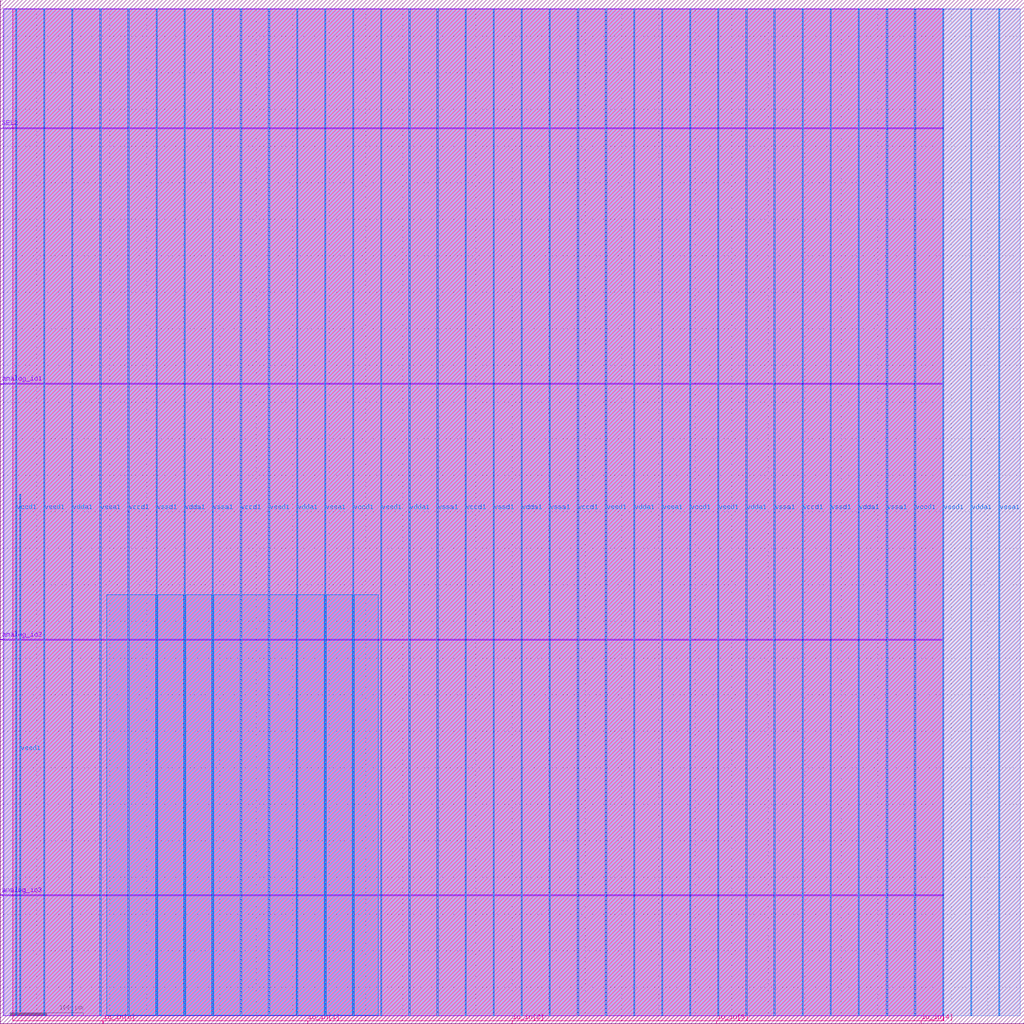
<source format=lef>
# Copyright 2020 The SkyWater PDK Authors
#
# Licensed under the Apache License, Version 2.0 (the "License");
# you may not use this file except in compliance with the License.
# You may obtain a copy of the License at
#
#     https://www.apache.org/licenses/LICENSE-2.0
#
# Unless required by applicable law or agreed to in writing, software
# distributed under the License is distributed on an "AS IS" BASIS,
# WITHOUT WARRANTIES OR CONDITIONS OF ANY KIND, either express or implied.
# See the License for the specific language governing permissions and
# limitations under the License.
#
# SPDX-License-Identifier: Apache-2.0

VERSION 5.7 ;

BUSBITCHARS "[]" ;
DIVIDERCHAR "/" ;

UNITS
  TIME NANOSECONDS 1 ;
  CAPACITANCE PICOFARADS 1 ;
  RESISTANCE OHMS 1 ;
  DATABASE MICRONS 1000 ;
END UNITS

MANUFACTURINGGRID 0.005 ;
USEMINSPACING OBS OFF ;

PROPERTYDEFINITIONS
  LAYER LEF58_TYPE STRING ;
END PROPERTYDEFINITIONS

# High density, single height
SITE unithd
  SYMMETRY Y ;
  CLASS CORE ;
  SIZE 0.46 BY 2.72 ;
END unithd

# High density, double height
SITE unithddbl
  SYMMETRY Y ;
  CLASS CORE ;
  SIZE 0.46 BY 5.44 ;
END unithddbl

LAYER nwell
  TYPE MASTERSLICE ;
  PROPERTY LEF58_TYPE "TYPE NWELL ;" ;
END nwell

LAYER pwell
  TYPE MASTERSLICE ;
  PROPERTY LEF58_TYPE "TYPE PWELL ;" ;
END pwell

LAYER li1
  TYPE ROUTING ;
  DIRECTION VERTICAL ;

  PITCH 0.46 0.34 ;
  OFFSET 0.23 0.17 ;

  WIDTH 0.17 ;          # LI 1
  # SPACING  0.17 ;     # LI 2
  SPACINGTABLE
     PARALLELRUNLENGTH 0
     WIDTH 0 0.17 ;
  AREA 0.0561 ;         # LI 6
  THICKNESS 0.1 ;
  EDGECAPACITANCE 40.697E-6 ;
  CAPACITANCE CPERSQDIST 36.9866E-6 ;
  RESISTANCE RPERSQ 12.8 ;

  ANTENNAMODEL OXIDE1 ;
  ANTENNADIFFSIDEAREARATIO PWL ( ( 0 75 ) ( 0.0125 75 ) ( 0.0225 85.125 ) ( 22.5 10200 ) ) ;
END li1

LAYER mcon
  TYPE CUT ;

  WIDTH 0.17 ;                # Mcon 1
  SPACING 0.19 ;              # Mcon 2
  ENCLOSURE BELOW 0 0 ;       # Mcon 4
  ENCLOSURE ABOVE 0.03 0.06 ; # Met1 4 / Met1 5
  RESISTANCE 9.30 ;

  ANTENNADIFFAREARATIO PWL ( ( 0 3 ) ( 0.0125 3 ) ( 0.0225 3.405 ) ( 22.5 408 ) ) ;
  DCCURRENTDENSITY AVERAGE 0.36 ; # mA per via Iavg_max at Tj = 90oC

END mcon

LAYER met1
  TYPE ROUTING ;
  DIRECTION HORIZONTAL ;

  PITCH 0.34 ;
  OFFSET 0.17 ;

  WIDTH 0.14 ;                     # Met1 1
  # SPACING 0.14 ;                 # Met1 2
  # SPACING 0.28 RANGE 3.001 100 ; # Met1 3b
  SPACINGTABLE
     PARALLELRUNLENGTH 0
     WIDTH 0 0.14
     WIDTH 3 0.28 ;
  AREA 0.083 ;                     # Met1 6
  THICKNESS 0.35 ;
  MINENCLOSEDAREA 0.14 ;

  ANTENNAMODEL OXIDE1 ;
  ANTENNADIFFSIDEAREARATIO PWL ( ( 0 400 ) ( 0.0125 400 ) ( 0.0225 2609 ) ( 22.5 11600 ) ) ;

  EDGECAPACITANCE 40.567E-6 ;
  CAPACITANCE CPERSQDIST 25.7784E-6 ;
  DCCURRENTDENSITY AVERAGE 2.8 ; # mA/um Iavg_max at Tj = 90oC
  ACCURRENTDENSITY RMS 6.1 ; # mA/um Irms_max at Tj = 90oC
  MAXIMUMDENSITY 70 ;
  DENSITYCHECKWINDOW 700 700 ;
  DENSITYCHECKSTEP 70 ;

  RESISTANCE RPERSQ 0.125 ;
END met1

LAYER via
  TYPE CUT ;
  WIDTH 0.15 ;                  # Via 1a
  SPACING 0.17 ;                # Via 2
  ENCLOSURE BELOW 0.055 0.085 ; # Via 4a / Via 5a
  ENCLOSURE ABOVE 0.055 0.085 ; # Met2 4 / Met2 5
  RESISTANCE 9.00 ;

  ANTENNADIFFAREARATIO PWL ( ( 0 6 ) ( 0.0125 6 ) ( 0.0225 6.81 ) ( 22.5 816 ) ) ;
  DCCURRENTDENSITY AVERAGE 0.29 ; # mA per via Iavg_max at Tj = 90oC
END via

LAYER met2
  TYPE ROUTING ;
  DIRECTION VERTICAL ;

  PITCH 0.46 ;
  OFFSET 0.23 ;

  WIDTH 0.14 ;                        # Met2 1
  # SPACING  0.14 ;                   # Met2 2
  # SPACING  0.28 RANGE 3.001 100 ;   # Met2 3b
  SPACINGTABLE
     PARALLELRUNLENGTH 0
     WIDTH 0 0.14
     WIDTH 3 0.28 ;
  AREA 0.0676 ;                       # Met2 6
  THICKNESS 0.35 ;
  MINENCLOSEDAREA 0.14 ;

  EDGECAPACITANCE 32.918E-6 ;
  CAPACITANCE CPERSQDIST 14.7703E-6 ;
  RESISTANCE RPERSQ 0.125 ;
  DCCURRENTDENSITY AVERAGE 2.8 ; # mA/um Iavg_max at Tj = 90oC
  ACCURRENTDENSITY RMS 6.1 ; # mA/um Irms_max at Tj = 90oC

  ANTENNAMODEL OXIDE1 ;
  ANTENNADIFFSIDEAREARATIO PWL ( ( 0 400 ) ( 0.0125 400 ) ( 0.0225 2609 ) ( 22.5 11600 ) ) ;

  MAXIMUMDENSITY 70 ;
  DENSITYCHECKWINDOW 700 700 ;
  DENSITYCHECKSTEP 70 ;
END met2

# ******** Layer via2, type routing, number 44 **************
LAYER via2
  TYPE CUT ;
  WIDTH 0.2 ;                   # Via2 1
  SPACING 0.2 ;                 # Via2 2
  ENCLOSURE BELOW 0.04 0.085 ;  # Via2 4
  ENCLOSURE ABOVE 0.065 0.065 ; # Met3 4
  RESISTANCE 3.41 ;
  ANTENNADIFFAREARATIO PWL ( ( 0 6 ) ( 0.0125 6 ) ( 0.0225 6.81 ) ( 22.5 816 ) ) ;
  DCCURRENTDENSITY AVERAGE 0.48 ; # mA per via Iavg_max at Tj = 90oC
END via2

LAYER met3
  TYPE ROUTING ;
  DIRECTION HORIZONTAL ;

  PITCH 0.68 ;
  OFFSET 0.34 ;

  WIDTH 0.3 ;              # Met3 1
  # SPACING 0.3 ;          # Met3 2
  SPACINGTABLE
     PARALLELRUNLENGTH 0
     WIDTH 0 0.3
     WIDTH 3 0.4 ;
  AREA 0.24 ;              # Met3 6
  THICKNESS 0.8 ;

  EDGECAPACITANCE 37.065E-6 ;
  CAPACITANCE CPERSQDIST 11.1883E-6 ;
  RESISTANCE RPERSQ 0.047 ;
  DCCURRENTDENSITY AVERAGE 6.8 ; # mA/um Iavg_max at Tj = 90oC
  ACCURRENTDENSITY RMS 14.9 ; # mA/um Irms_max at Tj = 90oC

  ANTENNAMODEL OXIDE1 ;
  ANTENNADIFFSIDEAREARATIO PWL ( ( 0 400 ) ( 0.0125 400 ) ( 0.0225 2609 ) ( 22.5 11600 ) ) ;

  MAXIMUMDENSITY 70 ;
  DENSITYCHECKWINDOW 700 700 ;
  DENSITYCHECKSTEP 70 ;
END met3

LAYER via3
  TYPE CUT ;
  WIDTH 0.2 ;                   # Via3 1
  SPACING 0.2 ;                 # Via3 2
  ENCLOSURE BELOW 0.06 0.09 ;   # Via3 4 / Via3 5
  ENCLOSURE ABOVE 0.065 0.065 ; # Met4 3
  RESISTANCE 3.41 ;
  ANTENNADIFFAREARATIO PWL ( ( 0 6 ) ( 0.0125 6 ) ( 0.0225 6.81 ) ( 22.5 816 ) ) ;
  DCCURRENTDENSITY AVERAGE 0.48 ; # mA per via Iavg_max at Tj = 90oC
END via3

LAYER met4
  TYPE ROUTING ;
  DIRECTION VERTICAL ;

  PITCH 0.92 ;
  OFFSET 0.46 ;

  WIDTH 0.3 ;             # Met4 1
  # SPACING  0.3 ;             # Met4 2
  SPACINGTABLE
     PARALLELRUNLENGTH 0
     WIDTH 0 0.3
     WIDTH 3 0.4 ;
  AREA 0.24 ;            # Met4 4a

  THICKNESS 0.8 ;

  EDGECAPACITANCE 34.169E-6 ;
  CAPACITANCE CPERSQDIST 7.84019E-6 ;
  RESISTANCE RPERSQ 0.047 ;
  DCCURRENTDENSITY AVERAGE 6.8 ; # mA/um Iavg_max at Tj = 90oC
  ACCURRENTDENSITY RMS 14.9 ; # mA/um Irms_max at Tj = 90oC

  ANTENNAMODEL OXIDE1 ;
  ANTENNADIFFSIDEAREARATIO PWL ( ( 0 400 ) ( 0.0125 400 ) ( 0.0225 2609 ) ( 22.5 11600 ) ) ;

  MAXIMUMDENSITY 70 ;
  DENSITYCHECKWINDOW 700 700 ;
  DENSITYCHECKSTEP 70 ;
END met4

LAYER via4
  TYPE CUT ;

  WIDTH 0.8 ;                 # Via4 1
  SPACING 0.8 ;               # Via4 2
  ENCLOSURE BELOW 0.19 0.19 ; # Via4 4
  ENCLOSURE ABOVE 0.31 0.31 ; # Met5 3
  RESISTANCE 0.38 ;
  ANTENNADIFFAREARATIO PWL ( ( 0 6 ) ( 0.0125 6 ) ( 0.0225 6.81 ) ( 22.5 816 ) ) ;
  DCCURRENTDENSITY AVERAGE 2.49 ; # mA per via Iavg_max at Tj = 90oC
END via4

LAYER met5
  TYPE ROUTING ;
  DIRECTION HORIZONTAL ;

  PITCH 3.4 ;
  OFFSET 1.7 ;

  WIDTH 1.6 ;            # Met5 1
  #SPACING  1.6 ;        # Met5 2
  SPACINGTABLE
     PARALLELRUNLENGTH 0
     WIDTH 0 1.6 ;
  AREA 4 ;               # Met5 4

  THICKNESS 1.2 ;

  EDGECAPACITANCE 36.828E-6 ;
  CAPACITANCE CPERSQDIST 5.99155E-6 ;
  RESISTANCE RPERSQ 0.0285 ;
  DCCURRENTDENSITY AVERAGE 10.17 ; # mA/um Iavg_max at Tj = 90oC
  ACCURRENTDENSITY RMS 22.34 ; # mA/um Irms_max at Tj = 90oC

  ANTENNAMODEL OXIDE1 ;
  ANTENNADIFFSIDEAREARATIO PWL ( ( 0 400 ) ( 0.0125 400 ) ( 0.0225 2609 ) ( 22.5 11600 ) ) ;
END met5


### Routing via cells section   ###
# Plus via rule, metals are along the prefered direction
VIA L1M1_PR DEFAULT
  LAYER mcon ;
  RECT -0.085 -0.085 0.085 0.085 ;
  LAYER li1 ;
  RECT -0.085 -0.085 0.085 0.085 ;
  LAYER met1 ;
  RECT -0.145 -0.115 0.145 0.115 ;
END L1M1_PR

VIARULE L1M1_PR GENERATE
  LAYER li1 ;
  ENCLOSURE 0 0 ;
  LAYER met1 ;
  ENCLOSURE 0.06 0.03 ;
  LAYER mcon ;
  RECT -0.085 -0.085 0.085 0.085 ;
  SPACING 0.36 BY 0.36 ;
END L1M1_PR

# Plus via rule, metals are along the non prefered direction
VIA L1M1_PR_R DEFAULT
  LAYER mcon ;
  RECT -0.085 -0.085 0.085 0.085 ;
  LAYER li1 ;
  RECT -0.085 -0.085 0.085 0.085 ;
  LAYER met1 ;
  RECT -0.115 -0.145 0.115 0.145 ;
END L1M1_PR_R

VIARULE L1M1_PR_R GENERATE
  LAYER li1 ;
  ENCLOSURE 0 0 ;
  LAYER met1 ;
  ENCLOSURE 0.03 0.06 ;
  LAYER mcon ;
  RECT -0.085 -0.085 0.085 0.085 ;
  SPACING 0.36 BY 0.36 ;
END L1M1_PR_R

# Minus via rule, lower layer metal is along prefered direction
VIA L1M1_PR_M DEFAULT
  LAYER mcon ;
  RECT -0.085 -0.085 0.085 0.085 ;
  LAYER li1 ;
  RECT -0.085 -0.085 0.085 0.085 ;
  LAYER met1 ;
  RECT -0.115 -0.145 0.115 0.145 ;
END L1M1_PR_M

VIARULE L1M1_PR_M GENERATE
  LAYER li1 ;
  ENCLOSURE 0 0 ;
  LAYER met1 ;
  ENCLOSURE 0.03 0.06 ;
  LAYER mcon ;
  RECT -0.085 -0.085 0.085 0.085 ;
  SPACING 0.36 BY 0.36 ;
END L1M1_PR_M

# Minus via rule, upper layer metal is along prefered direction
VIA L1M1_PR_MR DEFAULT
  LAYER mcon ;
  RECT -0.085 -0.085 0.085 0.085 ;
  LAYER li1 ;
  RECT -0.085 -0.085 0.085 0.085 ;
  LAYER met1 ;
  RECT -0.145 -0.115 0.145 0.115 ;
END L1M1_PR_MR

VIARULE L1M1_PR_MR GENERATE
  LAYER li1 ;
  ENCLOSURE 0 0 ;
  LAYER met1 ;
  ENCLOSURE 0.06 0.03 ;
  LAYER mcon ;
  RECT -0.085 -0.085 0.085 0.085 ;
  SPACING 0.36 BY 0.36 ;
END L1M1_PR_MR

# Centered via rule, we really do not want to use it
VIA L1M1_PR_C DEFAULT
  LAYER mcon ;
  RECT -0.085 -0.085 0.085 0.085 ;
  LAYER li1 ;
  RECT -0.085 -0.085 0.085 0.085 ;
  LAYER met1 ;
  RECT -0.145 -0.145 0.145 0.145 ;
END L1M1_PR_C

VIARULE L1M1_PR_C GENERATE
  LAYER li1 ;
  ENCLOSURE 0 0 ;
  LAYER met1 ;
  ENCLOSURE 0.06 0.06 ;
  LAYER mcon ;
  RECT -0.085 -0.085 0.085 0.085 ;
  SPACING 0.36 BY 0.36 ;
END L1M1_PR_C

# Plus via rule, metals are along the prefered direction
VIA M1M2_PR DEFAULT
  LAYER via ;
  RECT -0.075 -0.075 0.075 0.075 ;
  LAYER met1 ;
  RECT -0.16 -0.13 0.16 0.13 ;
  LAYER met2 ;
  RECT -0.13 -0.16 0.13 0.16 ;
END M1M2_PR

VIARULE M1M2_PR GENERATE
  LAYER met1 ;
  ENCLOSURE 0.085 0.055 ;
  LAYER met2 ;
  ENCLOSURE 0.055 0.085 ;
  LAYER via ;
  RECT -0.075 -0.075 0.075 0.075 ;
  SPACING 0.32 BY 0.32 ;
END M1M2_PR

# Plus via rule, metals are along the non prefered direction
VIA M1M2_PR_R DEFAULT
  LAYER via ;
  RECT -0.075 -0.075 0.075 0.075 ;
  LAYER met1 ;
  RECT -0.13 -0.16 0.13 0.16 ;
  LAYER met2 ;
  RECT -0.16 -0.13 0.16 0.13 ;
END M1M2_PR_R

VIARULE M1M2_PR_R GENERATE
  LAYER met1 ;
  ENCLOSURE 0.055 0.085 ;
  LAYER met2 ;
  ENCLOSURE 0.085 0.055 ;
  LAYER via ;
  RECT -0.075 -0.075 0.075 0.075 ;
  SPACING 0.32 BY 0.32 ;
END M1M2_PR_R

# Minus via rule, lower layer metal is along prefered direction
VIA M1M2_PR_M DEFAULT
  LAYER via ;
  RECT -0.075 -0.075 0.075 0.075 ;
  LAYER met1 ;
  RECT -0.16 -0.13 0.16 0.13 ;
  LAYER met2 ;
  RECT -0.16 -0.13 0.16 0.13 ;
END M1M2_PR_M

VIARULE M1M2_PR_M GENERATE
  LAYER met1 ;
  ENCLOSURE 0.085 0.055 ;
  LAYER met2 ;
  ENCLOSURE 0.085 0.055 ;
  LAYER via ;
  RECT -0.075 -0.075 0.075 0.075 ;
  SPACING 0.32 BY 0.32 ;
END M1M2_PR_M

# Minus via rule, upper layer metal is along prefered direction
VIA M1M2_PR_MR DEFAULT
  LAYER via ;
  RECT -0.075 -0.075 0.075 0.075 ;
  LAYER met1 ;
  RECT -0.13 -0.16 0.13 0.16 ;
  LAYER met2 ;
  RECT -0.13 -0.16 0.13 0.16 ;
END M1M2_PR_MR

VIARULE M1M2_PR_MR GENERATE
  LAYER met1 ;
  ENCLOSURE 0.055 0.085 ;
  LAYER met2 ;
  ENCLOSURE 0.055 0.085 ;
  LAYER via ;
  RECT -0.075 -0.075 0.075 0.075 ;
  SPACING 0.32 BY 0.32 ;
END M1M2_PR_MR

# Centered via rule, we really do not want to use it
VIA M1M2_PR_C DEFAULT
  LAYER via ;
  RECT -0.075 -0.075 0.075 0.075 ;
  LAYER met1 ;
  RECT -0.16 -0.16 0.16 0.16 ;
  LAYER met2 ;
  RECT -0.16 -0.16 0.16 0.16 ;
END M1M2_PR_C

VIARULE M1M2_PR_C GENERATE
  LAYER met1 ;
  ENCLOSURE 0.085 0.085 ;
  LAYER met2 ;
  ENCLOSURE 0.085 0.085 ;
  LAYER via ;
  RECT -0.075 -0.075 0.075 0.075 ;
  SPACING 0.32 BY 0.32 ;
END M1M2_PR_C

# Plus via rule, metals are along the prefered direction
VIA M2M3_PR DEFAULT
  LAYER via2 ;
  RECT -0.1 -0.1 0.1 0.1 ;
  LAYER met2 ;
  RECT -0.14 -0.185 0.14 0.185 ;
  LAYER met3 ;
  RECT -0.165 -0.165 0.165 0.165 ;
END M2M3_PR

VIARULE M2M3_PR GENERATE
  LAYER met2 ;
  ENCLOSURE 0.04 0.085 ;
  LAYER met3 ;
  ENCLOSURE 0.065 0.065 ;
  LAYER via2 ;
  RECT -0.1 -0.1 0.1 0.1 ;
  SPACING 0.4 BY 0.4 ;
END M2M3_PR

# Plus via rule, metals are along the non prefered direction
VIA M2M3_PR_R DEFAULT
  LAYER via2 ;
  RECT -0.1 -0.1 0.1 0.1 ;
  LAYER met2 ;
  RECT -0.185 -0.14 0.185 0.14 ;
  LAYER met3 ;
  RECT -0.165 -0.165 0.165 0.165 ;
END M2M3_PR_R

VIARULE M2M3_PR_R GENERATE
  LAYER met2 ;
  ENCLOSURE 0.085 0.04 ;
  LAYER met3 ;
  ENCLOSURE 0.065 0.065 ;
  LAYER via2 ;
  RECT -0.1 -0.1 0.1 0.1 ;
  SPACING 0.4 BY 0.4 ;
END M2M3_PR_R

# Minus via rule, lower layer metal is along prefered direction
VIA M2M3_PR_M DEFAULT
  LAYER via2 ;
  RECT -0.1 -0.1 0.1 0.1 ;
  LAYER met2 ;
  RECT -0.14 -0.185 0.14 0.185 ;
  LAYER met3 ;
  RECT -0.165 -0.165 0.165 0.165 ;
END M2M3_PR_M

VIARULE M2M3_PR_M GENERATE
  LAYER met2 ;
  ENCLOSURE 0.04 0.085 ;
  LAYER met3 ;
  ENCLOSURE 0.065 0.065 ;
  LAYER via2 ;
  RECT -0.1 -0.1 0.1 0.1 ;
  SPACING 0.4 BY 0.4 ;
END M2M3_PR_M

# Minus via rule, upper layer metal is along prefered direction
VIA M2M3_PR_MR DEFAULT
  LAYER via2 ;
  RECT -0.1 -0.1 0.1 0.1 ;
  LAYER met2 ;
  RECT -0.185 -0.14 0.185 0.14 ;
  LAYER met3 ;
  RECT -0.165 -0.165 0.165 0.165 ;
END M2M3_PR_MR

VIARULE M2M3_PR_MR GENERATE
  LAYER met2 ;
  ENCLOSURE 0.085 0.04 ;
  LAYER met3 ;
  ENCLOSURE 0.065 0.065 ;
  LAYER via2 ;
  RECT -0.1 -0.1 0.1 0.1 ;
  SPACING 0.4 BY 0.4 ;
END M2M3_PR_MR

# Centered via rule, we really do not want to use it
VIA M2M3_PR_C DEFAULT
  LAYER via2 ;
  RECT -0.1 -0.1 0.1 0.1 ;
  LAYER met2 ;
  RECT -0.185 -0.185 0.185 0.185 ;
  LAYER met3 ;
  RECT -0.165 -0.165 0.165 0.165 ;
END M2M3_PR_C

VIARULE M2M3_PR_C GENERATE
  LAYER met2 ;
  ENCLOSURE 0.085 0.085 ;
  LAYER met3 ;
  ENCLOSURE 0.065 0.065 ;
  LAYER via2 ;
  RECT -0.1 -0.1 0.1 0.1 ;
  SPACING 0.4 BY 0.4 ;
END M2M3_PR_C

# Plus via rule, metals are along the prefered direction
VIA M3M4_PR DEFAULT
  LAYER via3 ;
  RECT -0.1 -0.1 0.1 0.1 ;
  LAYER met3 ;
  RECT -0.19 -0.16 0.19 0.16 ;
  LAYER met4 ;
  RECT -0.165 -0.165 0.165 0.165 ;
END M3M4_PR

VIARULE M3M4_PR GENERATE
  LAYER met3 ;
  ENCLOSURE 0.09 0.06 ;
  LAYER met4 ;
  ENCLOSURE 0.065 0.065 ;
  LAYER via3 ;
  RECT -0.1 -0.1 0.1 0.1 ;
  SPACING 0.4 BY 0.4 ;
END M3M4_PR

# Plus via rule, metals are along the non prefered direction
VIA M3M4_PR_R DEFAULT
  LAYER via3 ;
  RECT -0.1 -0.1 0.1 0.1 ;
  LAYER met3 ;
  RECT -0.16 -0.19 0.16 0.19 ;
  LAYER met4 ;
  RECT -0.165 -0.165 0.165 0.165 ;
END M3M4_PR_R

VIARULE M3M4_PR_R GENERATE
  LAYER met3 ;
  ENCLOSURE 0.06 0.09 ;
  LAYER met4 ;
  ENCLOSURE 0.065 0.065 ;
  LAYER via3 ;
  RECT -0.1 -0.1 0.1 0.1 ;
  SPACING 0.4 BY 0.4 ;
END M3M4_PR_R

# Minus via rule, lower layer metal is along prefered direction
VIA M3M4_PR_M DEFAULT
  LAYER via3 ;
  RECT -0.1 -0.1 0.1 0.1 ;
  LAYER met3 ;
  RECT -0.19 -0.16 0.19 0.16 ;
  LAYER met4 ;
  RECT -0.165 -0.165 0.165 0.165 ;
END M3M4_PR_M

VIARULE M3M4_PR_M GENERATE
  LAYER met3 ;
  ENCLOSURE 0.09 0.06 ;
  LAYER met4 ;
  ENCLOSURE 0.065 0.065 ;
  LAYER via3 ;
  RECT -0.1 -0.1 0.1 0.1 ;
  SPACING 0.4 BY 0.4 ;
END M3M4_PR_M

# Minus via rule, upper layer metal is along prefered direction
VIA M3M4_PR_MR DEFAULT
  LAYER via3 ;
  RECT -0.1 -0.1 0.1 0.1 ;
  LAYER met3 ;
  RECT -0.16 -0.19 0.16 0.19 ;
  LAYER met4 ;
  RECT -0.165 -0.165 0.165 0.165 ;
END M3M4_PR_MR

VIARULE M3M4_PR_MR GENERATE
  LAYER met3 ;
  ENCLOSURE 0.06 0.09 ;
  LAYER met4 ;
  ENCLOSURE 0.065 0.065 ;
  LAYER via3 ;
  RECT -0.1 -0.1 0.1 0.1 ;
  SPACING 0.4 BY 0.4 ;
END M3M4_PR_MR

# Centered via rule, we really do not want to use it
VIA M3M4_PR_C DEFAULT
  LAYER via3 ;
  RECT -0.1 -0.1 0.1 0.1 ;
  LAYER met3 ;
  RECT -0.19 -0.19 0.19 0.19 ;
  LAYER met4 ;
  RECT -0.165 -0.165 0.165 0.165 ;
END M3M4_PR_C

VIARULE M3M4_PR_C GENERATE
  LAYER met3 ;
  ENCLOSURE 0.09 0.09 ;
  LAYER met4 ;
  ENCLOSURE 0.065 0.065 ;
  LAYER via3 ;
  RECT -0.1 -0.1 0.1 0.1 ;
  SPACING 0.4 BY 0.4 ;
END M3M4_PR_C

# Plus via rule, metals are along the prefered direction
VIA M4M5_PR DEFAULT
  LAYER via4 ;
  RECT -0.4 -0.4 0.4 0.4 ;
  LAYER met4 ;
  RECT -0.59 -0.59 0.59 0.59 ;
  LAYER met5 ;
  RECT -0.71 -0.71 0.71 0.71 ;
END M4M5_PR

VIARULE M4M5_PR GENERATE
  LAYER met4 ;
  ENCLOSURE 0.19 0.19 ;
  LAYER met5 ;
  ENCLOSURE 0.31 0.31 ;
  LAYER via4 ;
  RECT -0.4 -0.4 0.4 0.4 ;
  SPACING 1.6 BY 1.6 ;
END M4M5_PR

# Plus via rule, metals are along the non prefered direction
VIA M4M5_PR_R DEFAULT
  LAYER via4 ;
  RECT -0.4 -0.4 0.4 0.4 ;
  LAYER met4 ;
  RECT -0.59 -0.59 0.59 0.59 ;
  LAYER met5 ;
  RECT -0.71 -0.71 0.71 0.71 ;
END M4M5_PR_R

VIARULE M4M5_PR_R GENERATE
  LAYER met4 ;
  ENCLOSURE 0.19 0.19 ;
  LAYER met5 ;
  ENCLOSURE 0.31 0.31 ;
  LAYER via4 ;
  RECT -0.4 -0.4 0.4 0.4 ;
  SPACING 1.6 BY 1.6 ;
END M4M5_PR_R

# Minus via rule, lower layer metal is along prefered direction
VIA M4M5_PR_M DEFAULT
  LAYER via4 ;
  RECT -0.4 -0.4 0.4 0.4 ;
  LAYER met4 ;
  RECT -0.59 -0.59 0.59 0.59 ;
  LAYER met5 ;
  RECT -0.71 -0.71 0.71 0.71 ;
END M4M5_PR_M

VIARULE M4M5_PR_M GENERATE
  LAYER met4 ;
  ENCLOSURE 0.19 0.19 ;
  LAYER met5 ;
  ENCLOSURE 0.31 0.31 ;
  LAYER via4 ;
  RECT -0.4 -0.4 0.4 0.4 ;
  SPACING 1.6 BY 1.6 ;
END M4M5_PR_M

# Minus via rule, upper layer metal is along prefered direction
VIA M4M5_PR_MR DEFAULT
  LAYER via4 ;
  RECT -0.4 -0.4 0.4 0.4 ;
  LAYER met4 ;
  RECT -0.59 -0.59 0.59 0.59 ;
  LAYER met5 ;
  RECT -0.71 -0.71 0.71 0.71 ;
END M4M5_PR_MR

VIARULE M4M5_PR_MR GENERATE
  LAYER met4 ;
  ENCLOSURE 0.19 0.19 ;
  LAYER met5 ;
  ENCLOSURE 0.31 0.31 ;
  LAYER via4 ;
  RECT -0.4 -0.4 0.4 0.4 ;
  SPACING 1.6 BY 1.6 ;
END M4M5_PR_MR

# Centered via rule, we really do not want to use it
VIA M4M5_PR_C DEFAULT
  LAYER via4 ;
  RECT -0.4 -0.4 0.4 0.4 ;
  LAYER met4 ;
  RECT -0.59 -0.59 0.59 0.59 ;
  LAYER met5 ;
  RECT -0.71 -0.71 0.71 0.71 ;
END M4M5_PR_C

VIARULE M4M5_PR_C GENERATE
  LAYER met4 ;
  ENCLOSURE 0.19 0.19 ;
  LAYER met5 ;
  ENCLOSURE 0.31 0.31 ;
  LAYER via4 ;
  RECT -0.4 -0.4 0.4 0.4 ;
  SPACING 1.6 BY 1.6 ;
END M4M5_PR_C
###  end of single via cells   ###


MACRO sky130_fd_sc_hd__a2bb2o_1
  CLASS CORE ;
  FOREIGN sky130_fd_sc_hd__a2bb2o_1 ;
  ORIGIN 0.000 0.000 ;
  SIZE 3.680 BY 2.720 ;
  SYMMETRY X Y R90 ;
  SITE unithd ;
  PIN A1_N
    DIRECTION INPUT ;
    USE SIGNAL ;
    ANTENNAGATEAREA 0.126000 ;
    PORT
      LAYER li1 ;
        RECT 0.910 0.995 1.240 1.615 ;
    END
  END A1_N
  PIN A2_N
    DIRECTION INPUT ;
    USE SIGNAL ;
    ANTENNAGATEAREA 0.126000 ;
    PORT
      LAYER li1 ;
        RECT 1.410 0.995 1.700 1.375 ;
    END
  END A2_N
  PIN B1
    DIRECTION INPUT ;
    USE SIGNAL ;
    ANTENNAGATEAREA 0.126000 ;
    PORT
      LAYER li1 ;
        RECT 3.280 0.765 3.540 1.655 ;
    END
  END B1
  PIN B2
    DIRECTION INPUT ;
    USE SIGNAL ;
    ANTENNAGATEAREA 0.126000 ;
    PORT
      LAYER li1 ;
        RECT 2.600 1.355 3.080 1.655 ;
        RECT 2.820 0.765 3.080 1.355 ;
    END
  END B2
  PIN VGND
    DIRECTION INOUT ;
    USE GROUND ;
    SHAPE ABUTMENT ;
    PORT
      LAYER met1 ;
        RECT 0.000 -0.240 3.680 0.240 ;
    END
  END VGND
  PIN VNB
    DIRECTION INOUT ;
    USE GROUND ;
    PORT
      LAYER pwell ;
        RECT 0.005 0.785 0.925 1.015 ;
        RECT 0.005 0.105 3.590 0.785 ;
        RECT 0.150 -0.085 0.320 0.105 ;
    END
  END VNB
  PIN VPB
    DIRECTION INOUT ;
    USE POWER ;
    PORT
      LAYER nwell ;
        RECT -0.190 1.305 3.870 2.910 ;
    END
  END VPB
  PIN VPWR
    DIRECTION INOUT ;
    USE POWER ;
    SHAPE ABUTMENT ;
    PORT
      LAYER met1 ;
        RECT 0.000 2.480 3.680 2.960 ;
    END
  END VPWR
  PIN X
    DIRECTION OUTPUT ;
    USE SIGNAL ;
    ANTENNADIFFAREA 0.429000 ;
    PORT
      LAYER li1 ;
        RECT 0.085 1.525 0.345 2.465 ;
        RECT 0.085 0.810 0.260 1.525 ;
        RECT 0.085 0.255 0.345 0.810 ;
    END
  END X
  OBS
      LAYER li1 ;
        RECT 0.000 2.635 3.680 2.805 ;
        RECT 0.515 2.235 0.845 2.635 ;
        RECT 1.990 2.370 2.245 2.465 ;
        RECT 1.105 2.200 2.245 2.370 ;
        RECT 2.415 2.255 2.745 2.425 ;
        RECT 1.105 1.975 1.275 2.200 ;
        RECT 0.515 1.805 1.275 1.975 ;
        RECT 1.990 2.065 2.245 2.200 ;
        RECT 0.515 1.325 0.685 1.805 ;
        RECT 1.540 1.715 1.710 1.905 ;
        RECT 1.990 1.895 2.400 2.065 ;
        RECT 1.540 1.545 2.060 1.715 ;
        RECT 0.430 0.995 0.685 1.325 ;
        RECT 1.890 0.825 2.060 1.545 ;
        RECT 1.180 0.655 2.060 0.825 ;
        RECT 2.230 0.870 2.400 1.895 ;
        RECT 2.575 2.005 2.745 2.255 ;
        RECT 2.915 2.175 3.165 2.635 ;
        RECT 3.335 2.005 3.515 2.465 ;
        RECT 2.575 1.835 3.515 2.005 ;
        RECT 2.230 0.700 2.580 0.870 ;
        RECT 0.515 0.085 0.945 0.530 ;
        RECT 1.180 0.255 1.350 0.655 ;
        RECT 1.520 0.085 2.240 0.485 ;
        RECT 2.410 0.255 2.580 0.700 ;
        RECT 3.155 0.085 3.555 0.595 ;
        RECT 0.000 -0.085 3.680 0.085 ;
      LAYER mcon ;
        RECT 0.145 2.635 0.315 2.805 ;
        RECT 0.605 2.635 0.775 2.805 ;
        RECT 1.065 2.635 1.235 2.805 ;
        RECT 1.525 2.635 1.695 2.805 ;
        RECT 1.985 2.635 2.155 2.805 ;
        RECT 2.445 2.635 2.615 2.805 ;
        RECT 2.905 2.635 3.075 2.805 ;
        RECT 3.365 2.635 3.535 2.805 ;
        RECT 0.145 -0.085 0.315 0.085 ;
        RECT 0.605 -0.085 0.775 0.085 ;
        RECT 1.065 -0.085 1.235 0.085 ;
        RECT 1.525 -0.085 1.695 0.085 ;
        RECT 1.985 -0.085 2.155 0.085 ;
        RECT 2.445 -0.085 2.615 0.085 ;
        RECT 2.905 -0.085 3.075 0.085 ;
        RECT 3.365 -0.085 3.535 0.085 ;
  END
END sky130_fd_sc_hd__a2bb2o_1
MACRO sky130_fd_sc_hd__a2bb2o_2
  CLASS CORE ;
  FOREIGN sky130_fd_sc_hd__a2bb2o_2 ;
  ORIGIN 0.000 0.000 ;
  SIZE 4.140 BY 2.720 ;
  SYMMETRY X Y R90 ;
  SITE unithd ;
  PIN A1_N
    DIRECTION INPUT ;
    USE SIGNAL ;
    ANTENNAGATEAREA 0.159000 ;
    PORT
      LAYER li1 ;
        RECT 1.345 0.995 1.675 1.615 ;
    END
  END A1_N
  PIN A2_N
    DIRECTION INPUT ;
    USE SIGNAL ;
    ANTENNAGATEAREA 0.159000 ;
    PORT
      LAYER li1 ;
        RECT 1.845 0.995 2.135 1.375 ;
    END
  END A2_N
  PIN B1
    DIRECTION INPUT ;
    USE SIGNAL ;
    ANTENNAGATEAREA 0.159000 ;
    PORT
      LAYER li1 ;
        RECT 3.730 0.765 3.990 1.655 ;
    END
  END B1
  PIN B2
    DIRECTION INPUT ;
    USE SIGNAL ;
    ANTENNAGATEAREA 0.159000 ;
    PORT
      LAYER li1 ;
        RECT 3.050 1.355 3.530 1.655 ;
        RECT 3.270 0.765 3.530 1.355 ;
    END
  END B2
  PIN VGND
    DIRECTION INOUT ;
    USE GROUND ;
    SHAPE ABUTMENT ;
    PORT
      LAYER met1 ;
        RECT 0.000 -0.240 4.140 0.240 ;
    END
  END VGND
  PIN VNB
    DIRECTION INOUT ;
    USE GROUND ;
    PORT
      LAYER pwell ;
        RECT 0.015 0.785 1.360 1.015 ;
        RECT 0.015 0.105 4.040 0.785 ;
        RECT 0.125 -0.085 0.295 0.105 ;
    END
  END VNB
  PIN VPB
    DIRECTION INOUT ;
    USE POWER ;
    PORT
      LAYER nwell ;
        RECT -0.190 1.305 4.330 2.910 ;
    END
  END VPB
  PIN VPWR
    DIRECTION INOUT ;
    USE POWER ;
    SHAPE ABUTMENT ;
    PORT
      LAYER met1 ;
        RECT 0.000 2.480 4.140 2.960 ;
    END
  END VPWR
  PIN X
    DIRECTION OUTPUT ;
    USE SIGNAL ;
    ANTENNADIFFAREA 0.445500 ;
    PORT
      LAYER li1 ;
        RECT 0.525 1.525 0.780 2.465 ;
        RECT 0.525 0.810 0.695 1.525 ;
        RECT 0.525 0.255 0.780 0.810 ;
    END
  END X
  OBS
      LAYER li1 ;
        RECT 0.000 2.635 4.140 2.805 ;
        RECT 0.185 1.445 0.355 2.635 ;
        RECT 0.950 2.235 1.280 2.635 ;
        RECT 2.500 2.370 2.670 2.465 ;
        RECT 1.540 2.200 2.670 2.370 ;
        RECT 2.875 2.255 3.205 2.425 ;
        RECT 1.540 1.975 1.710 2.200 ;
        RECT 0.950 1.805 1.710 1.975 ;
        RECT 2.440 2.065 2.670 2.200 ;
        RECT 0.950 1.325 1.120 1.805 ;
        RECT 1.975 1.715 2.145 1.905 ;
        RECT 2.440 1.895 2.850 2.065 ;
        RECT 1.975 1.545 2.510 1.715 ;
        RECT 0.865 0.995 1.120 1.325 ;
        RECT 0.185 0.085 0.355 0.930 ;
        RECT 2.340 0.825 2.510 1.545 ;
        RECT 1.615 0.655 2.510 0.825 ;
        RECT 2.680 0.870 2.850 1.895 ;
        RECT 3.035 2.005 3.205 2.255 ;
        RECT 3.375 2.175 3.625 2.635 ;
        RECT 3.795 2.005 3.965 2.465 ;
        RECT 3.035 1.835 3.965 2.005 ;
        RECT 2.680 0.700 3.030 0.870 ;
        RECT 0.950 0.085 1.380 0.530 ;
        RECT 1.615 0.255 1.785 0.655 ;
        RECT 1.955 0.085 2.690 0.485 ;
        RECT 2.860 0.255 3.030 0.700 ;
        RECT 3.605 0.085 4.005 0.595 ;
        RECT 0.000 -0.085 4.140 0.085 ;
      LAYER mcon ;
        RECT 0.145 2.635 0.315 2.805 ;
        RECT 0.605 2.635 0.775 2.805 ;
        RECT 1.065 2.635 1.235 2.805 ;
        RECT 1.525 2.635 1.695 2.805 ;
        RECT 1.985 2.635 2.155 2.805 ;
        RECT 2.445 2.635 2.615 2.805 ;
        RECT 2.905 2.635 3.075 2.805 ;
        RECT 3.365 2.635 3.535 2.805 ;
        RECT 3.825 2.635 3.995 2.805 ;
        RECT 0.145 -0.085 0.315 0.085 ;
        RECT 0.605 -0.085 0.775 0.085 ;
        RECT 1.065 -0.085 1.235 0.085 ;
        RECT 1.525 -0.085 1.695 0.085 ;
        RECT 1.985 -0.085 2.155 0.085 ;
        RECT 2.445 -0.085 2.615 0.085 ;
        RECT 2.905 -0.085 3.075 0.085 ;
        RECT 3.365 -0.085 3.535 0.085 ;
        RECT 3.825 -0.085 3.995 0.085 ;
  END
END sky130_fd_sc_hd__a2bb2o_2
MACRO sky130_fd_sc_hd__a2bb2o_4
  CLASS CORE ;
  FOREIGN sky130_fd_sc_hd__a2bb2o_4 ;
  ORIGIN 0.000 0.000 ;
  SIZE 7.360 BY 2.720 ;
  SYMMETRY X Y R90 ;
  SITE unithd ;
  PIN A1_N
    DIRECTION INPUT ;
    USE SIGNAL ;
    ANTENNAGATEAREA 0.495000 ;
    PORT
      LAYER li1 ;
        RECT 3.475 1.445 4.965 1.615 ;
        RECT 3.475 1.325 3.645 1.445 ;
        RECT 3.315 1.075 3.645 1.325 ;
        RECT 4.605 1.075 4.965 1.445 ;
    END
  END A1_N
  PIN A2_N
    DIRECTION INPUT ;
    USE SIGNAL ;
    ANTENNAGATEAREA 0.495000 ;
    PORT
      LAYER li1 ;
        RECT 3.815 1.075 4.435 1.275 ;
    END
  END A2_N
  PIN B1
    DIRECTION INPUT ;
    USE SIGNAL ;
    ANTENNAGATEAREA 0.495000 ;
    PORT
      LAYER li1 ;
        RECT 0.085 1.445 1.685 1.615 ;
        RECT 0.085 1.075 0.575 1.445 ;
        RECT 1.515 1.245 1.685 1.445 ;
        RECT 1.515 1.075 1.895 1.245 ;
    END
  END B1
  PIN B2
    DIRECTION INPUT ;
    USE SIGNAL ;
    ANTENNAGATEAREA 0.495000 ;
    PORT
      LAYER li1 ;
        RECT 0.805 1.075 1.345 1.275 ;
    END
  END B2
  PIN VGND
    DIRECTION INOUT ;
    USE GROUND ;
    SHAPE ABUTMENT ;
    PORT
      LAYER met1 ;
        RECT 0.000 -0.240 7.360 0.240 ;
    END
  END VGND
  PIN VNB
    DIRECTION INOUT ;
    USE GROUND ;
    PORT
      LAYER pwell ;
        RECT 0.005 0.105 6.915 1.015 ;
        RECT 0.150 -0.085 0.320 0.105 ;
    END
  END VNB
  PIN VPB
    DIRECTION INOUT ;
    USE POWER ;
    PORT
      LAYER nwell ;
        RECT -0.190 1.305 7.550 2.910 ;
    END
  END VPB
  PIN VPWR
    DIRECTION INOUT ;
    USE POWER ;
    SHAPE ABUTMENT ;
    PORT
      LAYER met1 ;
        RECT 0.000 2.480 7.360 2.960 ;
    END
  END VPWR
  PIN X
    DIRECTION OUTPUT ;
    USE SIGNAL ;
    ANTENNADIFFAREA 0.891000 ;
    PORT
      LAYER li1 ;
        RECT 5.275 1.955 5.525 2.465 ;
        RECT 6.115 1.955 6.365 2.465 ;
        RECT 5.275 1.785 6.365 1.955 ;
        RECT 6.115 1.655 6.365 1.785 ;
        RECT 6.115 1.415 6.920 1.655 ;
        RECT 6.610 0.905 6.920 1.415 ;
        RECT 5.235 0.725 6.920 0.905 ;
        RECT 5.235 0.275 5.565 0.725 ;
        RECT 6.075 0.275 6.405 0.725 ;
    END
  END X
  OBS
      LAYER li1 ;
        RECT 0.000 2.635 7.360 2.805 ;
        RECT 0.135 1.955 0.385 2.465 ;
        RECT 0.555 2.125 0.805 2.635 ;
        RECT 0.975 1.955 1.225 2.465 ;
        RECT 1.395 2.125 1.645 2.635 ;
        RECT 1.815 2.295 2.905 2.465 ;
        RECT 1.815 1.955 2.065 2.295 ;
        RECT 2.655 2.135 2.905 2.295 ;
        RECT 3.175 2.135 3.425 2.635 ;
        RECT 3.595 2.295 4.685 2.465 ;
        RECT 3.595 2.135 3.845 2.295 ;
        RECT 0.135 1.785 2.065 1.955 ;
        RECT 1.855 1.455 2.065 1.785 ;
        RECT 2.235 1.965 2.485 2.125 ;
        RECT 4.015 1.965 4.265 2.125 ;
        RECT 2.235 1.415 2.620 1.965 ;
        RECT 3.135 1.785 4.265 1.965 ;
        RECT 4.435 1.785 4.685 2.295 ;
        RECT 4.855 1.795 5.105 2.635 ;
        RECT 5.695 2.165 5.945 2.635 ;
        RECT 6.535 1.825 6.785 2.635 ;
        RECT 3.135 1.665 3.305 1.785 ;
        RECT 2.955 1.495 3.305 1.665 ;
        RECT 2.235 0.905 2.445 1.415 ;
        RECT 2.955 1.245 3.145 1.495 ;
        RECT 2.615 1.075 3.145 1.245 ;
        RECT 5.135 1.245 5.460 1.615 ;
        RECT 5.135 1.075 6.440 1.245 ;
        RECT 2.955 0.905 3.145 1.075 ;
        RECT 0.175 0.085 0.345 0.895 ;
        RECT 0.515 0.475 0.765 0.905 ;
        RECT 0.935 0.735 2.525 0.905 ;
        RECT 0.935 0.645 1.270 0.735 ;
        RECT 0.515 0.255 1.685 0.475 ;
        RECT 1.855 0.085 2.025 0.555 ;
        RECT 2.195 0.255 2.525 0.735 ;
        RECT 2.955 0.725 4.725 0.905 ;
        RECT 2.695 0.085 3.385 0.555 ;
        RECT 3.555 0.255 3.885 0.725 ;
        RECT 4.055 0.085 4.225 0.555 ;
        RECT 4.395 0.255 4.725 0.725 ;
        RECT 4.895 0.085 5.065 0.895 ;
        RECT 5.735 0.085 5.905 0.555 ;
        RECT 6.575 0.085 6.745 0.555 ;
        RECT 0.000 -0.085 7.360 0.085 ;
      LAYER mcon ;
        RECT 0.145 2.635 0.315 2.805 ;
        RECT 0.605 2.635 0.775 2.805 ;
        RECT 1.065 2.635 1.235 2.805 ;
        RECT 1.525 2.635 1.695 2.805 ;
        RECT 1.985 2.635 2.155 2.805 ;
        RECT 2.445 2.635 2.615 2.805 ;
        RECT 2.905 2.635 3.075 2.805 ;
        RECT 3.365 2.635 3.535 2.805 ;
        RECT 3.825 2.635 3.995 2.805 ;
        RECT 4.285 2.635 4.455 2.805 ;
        RECT 4.745 2.635 4.915 2.805 ;
        RECT 5.205 2.635 5.375 2.805 ;
        RECT 5.665 2.635 5.835 2.805 ;
        RECT 6.125 2.635 6.295 2.805 ;
        RECT 6.585 2.635 6.755 2.805 ;
        RECT 7.045 2.635 7.215 2.805 ;
        RECT 2.450 1.445 2.620 1.615 ;
        RECT 5.230 1.445 5.400 1.615 ;
        RECT 0.145 -0.085 0.315 0.085 ;
        RECT 0.605 -0.085 0.775 0.085 ;
        RECT 1.065 -0.085 1.235 0.085 ;
        RECT 1.525 -0.085 1.695 0.085 ;
        RECT 1.985 -0.085 2.155 0.085 ;
        RECT 2.445 -0.085 2.615 0.085 ;
        RECT 2.905 -0.085 3.075 0.085 ;
        RECT 3.365 -0.085 3.535 0.085 ;
        RECT 3.825 -0.085 3.995 0.085 ;
        RECT 4.285 -0.085 4.455 0.085 ;
        RECT 4.745 -0.085 4.915 0.085 ;
        RECT 5.205 -0.085 5.375 0.085 ;
        RECT 5.665 -0.085 5.835 0.085 ;
        RECT 6.125 -0.085 6.295 0.085 ;
        RECT 6.585 -0.085 6.755 0.085 ;
        RECT 7.045 -0.085 7.215 0.085 ;
      LAYER met1 ;
        RECT 2.390 1.600 2.680 1.645 ;
        RECT 5.170 1.600 5.460 1.645 ;
        RECT 2.390 1.460 5.460 1.600 ;
        RECT 2.390 1.415 2.680 1.460 ;
        RECT 5.170 1.415 5.460 1.460 ;
  END
END sky130_fd_sc_hd__a2bb2o_4
MACRO sky130_fd_sc_hd__a2bb2oi_1
  CLASS CORE ;
  FOREIGN sky130_fd_sc_hd__a2bb2oi_1 ;
  ORIGIN 0.000 0.000 ;
  SIZE 3.220 BY 2.720 ;
  SYMMETRY X Y R90 ;
  SITE unithd ;
  PIN A1_N
    DIRECTION INPUT ;
    USE SIGNAL ;
    ANTENNAGATEAREA 0.247500 ;
    PORT
      LAYER li1 ;
        RECT 0.150 0.995 0.520 1.615 ;
    END
  END A1_N
  PIN A2_N
    DIRECTION INPUT ;
    USE SIGNAL ;
    ANTENNAGATEAREA 0.247500 ;
    PORT
      LAYER li1 ;
        RECT 0.725 1.010 1.240 1.275 ;
    END
  END A2_N
  PIN B1
    DIRECTION INPUT ;
    USE SIGNAL ;
    ANTENNAGATEAREA 0.247500 ;
    PORT
      LAYER li1 ;
        RECT 2.780 0.995 3.070 1.615 ;
    END
  END B1
  PIN B2
    DIRECTION INPUT ;
    USE SIGNAL ;
    ANTENNAGATEAREA 0.247500 ;
    PORT
      LAYER li1 ;
        RECT 2.245 0.995 2.610 1.615 ;
        RECT 2.440 0.425 2.610 0.995 ;
    END
  END B2
  PIN VGND
    DIRECTION INOUT ;
    USE GROUND ;
    SHAPE ABUTMENT ;
    PORT
      LAYER met1 ;
        RECT 0.000 -0.240 3.220 0.240 ;
    END
  END VGND
  PIN VNB
    DIRECTION INOUT ;
    USE GROUND ;
    PORT
      LAYER pwell ;
        RECT 0.005 0.105 3.215 1.015 ;
        RECT 0.145 -0.085 0.315 0.105 ;
    END
  END VNB
  PIN VPB
    DIRECTION INOUT ;
    USE POWER ;
    PORT
      LAYER nwell ;
        RECT -0.190 1.305 3.410 2.910 ;
    END
  END VPB
  PIN VPWR
    DIRECTION INOUT ;
    USE POWER ;
    SHAPE ABUTMENT ;
    PORT
      LAYER met1 ;
        RECT 0.000 2.480 3.220 2.960 ;
    END
  END VPWR
  PIN Y
    DIRECTION OUTPUT ;
    USE SIGNAL ;
    ANTENNADIFFAREA 0.515500 ;
    PORT
      LAYER li1 ;
        RECT 1.420 1.955 1.785 2.465 ;
        RECT 1.420 1.785 1.945 1.955 ;
        RECT 1.775 0.825 1.945 1.785 ;
        RECT 1.775 0.255 2.205 0.825 ;
    END
  END Y
  OBS
      LAYER li1 ;
        RECT 0.000 2.635 3.220 2.805 ;
        RECT 0.095 1.805 0.425 2.635 ;
        RECT 0.875 1.615 1.205 2.465 ;
        RECT 1.955 2.235 2.285 2.465 ;
        RECT 2.115 1.955 2.285 2.235 ;
        RECT 2.455 2.135 2.705 2.635 ;
        RECT 2.875 1.955 3.130 2.465 ;
        RECT 2.115 1.785 3.130 1.955 ;
        RECT 0.875 1.445 1.580 1.615 ;
        RECT 1.410 0.830 1.580 1.445 ;
        RECT 0.095 0.085 0.425 0.825 ;
        RECT 0.595 0.660 1.580 0.830 ;
        RECT 0.595 0.255 0.765 0.660 ;
        RECT 0.935 0.085 1.605 0.490 ;
        RECT 2.795 0.085 3.125 0.825 ;
        RECT 0.000 -0.085 3.220 0.085 ;
      LAYER mcon ;
        RECT 0.145 2.635 0.315 2.805 ;
        RECT 0.605 2.635 0.775 2.805 ;
        RECT 1.065 2.635 1.235 2.805 ;
        RECT 1.525 2.635 1.695 2.805 ;
        RECT 1.985 2.635 2.155 2.805 ;
        RECT 2.445 2.635 2.615 2.805 ;
        RECT 2.905 2.635 3.075 2.805 ;
        RECT 0.145 -0.085 0.315 0.085 ;
        RECT 0.605 -0.085 0.775 0.085 ;
        RECT 1.065 -0.085 1.235 0.085 ;
        RECT 1.525 -0.085 1.695 0.085 ;
        RECT 1.985 -0.085 2.155 0.085 ;
        RECT 2.445 -0.085 2.615 0.085 ;
        RECT 2.905 -0.085 3.075 0.085 ;
  END
END sky130_fd_sc_hd__a2bb2oi_1
MACRO sky130_fd_sc_hd__a2bb2oi_2
  CLASS CORE ;
  FOREIGN sky130_fd_sc_hd__a2bb2oi_2 ;
  ORIGIN 0.000 0.000 ;
  SIZE 5.520 BY 2.720 ;
  SYMMETRY X Y R90 ;
  SITE unithd ;
  PIN A1_N
    DIRECTION INPUT ;
    USE SIGNAL ;
    ANTENNAGATEAREA 0.495000 ;
    PORT
      LAYER li1 ;
        RECT 3.310 1.075 4.205 1.275 ;
    END
  END A1_N
  PIN A2_N
    DIRECTION INPUT ;
    USE SIGNAL ;
    ANTENNAGATEAREA 0.495000 ;
    PORT
      LAYER li1 ;
        RECT 4.455 1.075 5.435 1.275 ;
    END
  END A2_N
  PIN B1
    DIRECTION INPUT ;
    USE SIGNAL ;
    ANTENNAGATEAREA 0.495000 ;
    PORT
      LAYER li1 ;
        RECT 0.085 1.445 2.030 1.615 ;
        RECT 0.085 1.075 0.710 1.445 ;
        RECT 1.700 1.075 2.030 1.445 ;
    END
  END B1
  PIN B2
    DIRECTION INPUT ;
    USE SIGNAL ;
    ANTENNAGATEAREA 0.495000 ;
    PORT
      LAYER li1 ;
        RECT 0.940 1.075 1.480 1.275 ;
    END
  END B2
  PIN VGND
    DIRECTION INOUT ;
    USE GROUND ;
    SHAPE ABUTMENT ;
    PORT
      LAYER met1 ;
        RECT 0.000 -0.240 5.520 0.240 ;
    END
  END VGND
  PIN VNB
    DIRECTION INOUT ;
    USE GROUND ;
    PORT
      LAYER pwell ;
        RECT 0.140 0.105 5.390 1.015 ;
        RECT 0.145 -0.085 0.315 0.105 ;
    END
  END VNB
  PIN VPB
    DIRECTION INOUT ;
    USE POWER ;
    PORT
      LAYER nwell ;
        RECT -0.190 1.305 5.710 2.910 ;
    END
  END VPB
  PIN VPWR
    DIRECTION INOUT ;
    USE POWER ;
    SHAPE ABUTMENT ;
    PORT
      LAYER met1 ;
        RECT 0.000 2.480 5.520 2.960 ;
    END
  END VPWR
  PIN Y
    DIRECTION OUTPUT ;
    USE SIGNAL ;
    ANTENNADIFFAREA 0.621000 ;
    PORT
      LAYER li1 ;
        RECT 2.370 1.660 2.620 2.125 ;
        RECT 2.370 0.905 2.660 1.660 ;
        RECT 1.070 0.725 2.660 0.905 ;
        RECT 1.070 0.645 1.400 0.725 ;
        RECT 2.330 0.255 2.660 0.725 ;
    END
  END Y
  OBS
      LAYER li1 ;
        RECT 0.000 2.635 5.520 2.805 ;
        RECT 0.270 1.955 0.520 2.465 ;
        RECT 0.690 2.135 0.940 2.635 ;
        RECT 1.110 1.955 1.360 2.465 ;
        RECT 1.530 2.135 1.780 2.635 ;
        RECT 1.950 2.295 3.040 2.465 ;
        RECT 1.950 1.955 2.200 2.295 ;
        RECT 0.270 1.785 2.200 1.955 ;
        RECT 2.790 1.795 3.040 2.295 ;
        RECT 3.310 1.965 3.560 2.465 ;
        RECT 3.730 2.135 3.980 2.635 ;
        RECT 4.150 2.295 5.240 2.465 ;
        RECT 4.150 1.965 4.400 2.295 ;
        RECT 3.310 1.785 4.400 1.965 ;
        RECT 4.570 1.615 4.820 2.125 ;
        RECT 2.950 1.445 4.820 1.615 ;
        RECT 4.990 1.455 5.240 2.295 ;
        RECT 2.950 1.325 3.120 1.445 ;
        RECT 2.830 0.995 3.120 1.325 ;
        RECT 2.950 0.905 3.120 0.995 ;
        RECT 0.310 0.085 0.480 0.895 ;
        RECT 0.650 0.475 0.900 0.895 ;
        RECT 2.950 0.725 4.860 0.905 ;
        RECT 0.650 0.255 1.820 0.475 ;
        RECT 1.990 0.085 2.160 0.555 ;
        RECT 2.830 0.085 3.520 0.555 ;
        RECT 3.690 0.255 4.020 0.725 ;
        RECT 4.190 0.085 4.360 0.555 ;
        RECT 4.530 0.255 4.860 0.725 ;
        RECT 5.030 0.085 5.200 0.905 ;
        RECT 0.000 -0.085 5.520 0.085 ;
      LAYER mcon ;
        RECT 0.145 2.635 0.315 2.805 ;
        RECT 0.605 2.635 0.775 2.805 ;
        RECT 1.065 2.635 1.235 2.805 ;
        RECT 1.525 2.635 1.695 2.805 ;
        RECT 1.985 2.635 2.155 2.805 ;
        RECT 2.445 2.635 2.615 2.805 ;
        RECT 2.905 2.635 3.075 2.805 ;
        RECT 3.365 2.635 3.535 2.805 ;
        RECT 3.825 2.635 3.995 2.805 ;
        RECT 4.285 2.635 4.455 2.805 ;
        RECT 4.745 2.635 4.915 2.805 ;
        RECT 5.205 2.635 5.375 2.805 ;
        RECT 0.145 -0.085 0.315 0.085 ;
        RECT 0.605 -0.085 0.775 0.085 ;
        RECT 1.065 -0.085 1.235 0.085 ;
        RECT 1.525 -0.085 1.695 0.085 ;
        RECT 1.985 -0.085 2.155 0.085 ;
        RECT 2.445 -0.085 2.615 0.085 ;
        RECT 2.905 -0.085 3.075 0.085 ;
        RECT 3.365 -0.085 3.535 0.085 ;
        RECT 3.825 -0.085 3.995 0.085 ;
        RECT 4.285 -0.085 4.455 0.085 ;
        RECT 4.745 -0.085 4.915 0.085 ;
        RECT 5.205 -0.085 5.375 0.085 ;
  END
END sky130_fd_sc_hd__a2bb2oi_2
MACRO sky130_fd_sc_hd__a2bb2oi_4
  CLASS CORE ;
  FOREIGN sky130_fd_sc_hd__a2bb2oi_4 ;
  ORIGIN 0.000 0.000 ;
  SIZE 9.660 BY 2.720 ;
  SYMMETRY X Y R90 ;
  SITE unithd ;
  PIN A1_N
    DIRECTION INPUT ;
    USE SIGNAL ;
    ANTENNAGATEAREA 0.990000 ;
    PORT
      LAYER li1 ;
        RECT 5.945 1.075 7.320 1.275 ;
    END
  END A1_N
  PIN A2_N
    DIRECTION INPUT ;
    USE SIGNAL ;
    ANTENNAGATEAREA 0.990000 ;
    PORT
      LAYER li1 ;
        RECT 7.595 1.075 9.045 1.275 ;
    END
  END A2_N
  PIN B1
    DIRECTION INPUT ;
    USE SIGNAL ;
    ANTENNAGATEAREA 0.990000 ;
    PORT
      LAYER li1 ;
        RECT 1.385 1.445 3.575 1.615 ;
        RECT 1.385 1.285 1.555 1.445 ;
        RECT 0.100 1.075 1.555 1.285 ;
        RECT 3.245 1.075 3.575 1.445 ;
    END
  END B1
  PIN B2
    DIRECTION INPUT ;
    USE SIGNAL ;
    ANTENNAGATEAREA 0.990000 ;
    PORT
      LAYER li1 ;
        RECT 1.725 1.075 3.075 1.275 ;
    END
  END B2
  PIN VGND
    DIRECTION INOUT ;
    USE GROUND ;
    SHAPE ABUTMENT ;
    PORT
      LAYER met1 ;
        RECT 0.000 -0.240 9.660 0.240 ;
    END
  END VGND
  PIN VNB
    DIRECTION INOUT ;
    USE GROUND ;
    PORT
      LAYER pwell ;
        RECT 0.005 0.105 9.435 1.015 ;
        RECT 0.150 -0.085 0.320 0.105 ;
    END
  END VNB
  PIN VPB
    DIRECTION INOUT ;
    USE POWER ;
    PORT
      LAYER nwell ;
        RECT -0.190 1.305 9.850 2.910 ;
    END
  END VPB
  PIN VPWR
    DIRECTION INOUT ;
    USE POWER ;
    SHAPE ABUTMENT ;
    PORT
      LAYER met1 ;
        RECT 0.000 2.480 9.660 2.960 ;
    END
  END VPWR
  PIN Y
    DIRECTION OUTPUT ;
    USE SIGNAL ;
    ANTENNADIFFAREA 1.242000 ;
    PORT
      LAYER li1 ;
        RECT 3.915 1.615 4.165 2.125 ;
        RECT 4.745 1.615 4.965 2.125 ;
        RECT 3.745 1.415 4.965 1.615 ;
        RECT 3.745 0.905 3.915 1.415 ;
        RECT 1.775 0.725 5.045 0.905 ;
        RECT 1.775 0.645 2.995 0.725 ;
        RECT 3.875 0.275 4.205 0.725 ;
        RECT 4.715 0.275 5.045 0.725 ;
    END
  END Y
  OBS
      LAYER li1 ;
        RECT 0.000 2.635 9.660 2.805 ;
        RECT 0.085 1.625 0.425 2.465 ;
        RECT 0.595 1.795 0.805 2.635 ;
        RECT 0.975 1.965 1.215 2.465 ;
        RECT 1.395 2.135 1.645 2.635 ;
        RECT 1.815 1.965 2.065 2.465 ;
        RECT 2.235 2.135 2.485 2.635 ;
        RECT 2.655 1.965 2.905 2.465 ;
        RECT 3.075 2.135 3.325 2.635 ;
        RECT 3.495 2.295 5.465 2.465 ;
        RECT 3.495 1.965 3.745 2.295 ;
        RECT 0.975 1.795 3.745 1.965 ;
        RECT 4.335 1.795 4.575 2.295 ;
        RECT 0.975 1.625 1.215 1.795 ;
        RECT 0.085 1.455 1.215 1.625 ;
        RECT 5.135 1.455 5.465 2.295 ;
        RECT 5.655 1.625 5.985 2.465 ;
        RECT 6.155 1.795 6.365 2.635 ;
        RECT 6.540 1.625 6.780 2.465 ;
        RECT 6.955 1.795 7.205 2.635 ;
        RECT 7.375 2.295 9.310 2.465 ;
        RECT 7.375 1.625 7.625 2.295 ;
        RECT 5.655 1.455 7.625 1.625 ;
        RECT 7.795 1.625 8.045 2.125 ;
        RECT 8.215 1.795 8.465 2.295 ;
        RECT 8.635 1.625 8.885 2.125 ;
        RECT 9.060 1.795 9.310 2.295 ;
        RECT 7.795 1.455 9.575 1.625 ;
        RECT 4.085 1.075 5.725 1.245 ;
        RECT 5.555 0.905 5.725 1.075 ;
        RECT 9.215 0.905 9.575 1.455 ;
        RECT 0.175 0.085 0.345 0.895 ;
        RECT 0.515 0.725 1.605 0.905 ;
        RECT 5.555 0.735 9.575 0.905 ;
        RECT 0.515 0.255 0.845 0.725 ;
        RECT 1.015 0.085 1.185 0.555 ;
        RECT 1.355 0.475 1.605 0.725 ;
        RECT 6.075 0.725 8.925 0.735 ;
        RECT 1.355 0.255 3.365 0.475 ;
        RECT 3.535 0.085 3.705 0.555 ;
        RECT 4.375 0.085 4.545 0.555 ;
        RECT 5.215 0.085 5.905 0.555 ;
        RECT 6.075 0.255 6.405 0.725 ;
        RECT 6.575 0.085 6.745 0.555 ;
        RECT 6.915 0.255 7.245 0.725 ;
        RECT 7.415 0.085 7.585 0.555 ;
        RECT 7.755 0.255 8.085 0.725 ;
        RECT 8.255 0.085 8.425 0.555 ;
        RECT 8.595 0.255 8.925 0.725 ;
        RECT 9.095 0.085 9.265 0.555 ;
        RECT 0.000 -0.085 9.660 0.085 ;
      LAYER mcon ;
        RECT 0.145 2.635 0.315 2.805 ;
        RECT 0.605 2.635 0.775 2.805 ;
        RECT 1.065 2.635 1.235 2.805 ;
        RECT 1.525 2.635 1.695 2.805 ;
        RECT 1.985 2.635 2.155 2.805 ;
        RECT 2.445 2.635 2.615 2.805 ;
        RECT 2.905 2.635 3.075 2.805 ;
        RECT 3.365 2.635 3.535 2.805 ;
        RECT 3.825 2.635 3.995 2.805 ;
        RECT 4.285 2.635 4.455 2.805 ;
        RECT 4.745 2.635 4.915 2.805 ;
        RECT 5.205 2.635 5.375 2.805 ;
        RECT 5.665 2.635 5.835 2.805 ;
        RECT 6.125 2.635 6.295 2.805 ;
        RECT 6.585 2.635 6.755 2.805 ;
        RECT 7.045 2.635 7.215 2.805 ;
        RECT 7.505 2.635 7.675 2.805 ;
        RECT 7.965 2.635 8.135 2.805 ;
        RECT 8.425 2.635 8.595 2.805 ;
        RECT 8.885 2.635 9.055 2.805 ;
        RECT 9.345 2.635 9.515 2.805 ;
        RECT 0.145 -0.085 0.315 0.085 ;
        RECT 0.605 -0.085 0.775 0.085 ;
        RECT 1.065 -0.085 1.235 0.085 ;
        RECT 1.525 -0.085 1.695 0.085 ;
        RECT 1.985 -0.085 2.155 0.085 ;
        RECT 2.445 -0.085 2.615 0.085 ;
        RECT 2.905 -0.085 3.075 0.085 ;
        RECT 3.365 -0.085 3.535 0.085 ;
        RECT 3.825 -0.085 3.995 0.085 ;
        RECT 4.285 -0.085 4.455 0.085 ;
        RECT 4.745 -0.085 4.915 0.085 ;
        RECT 5.205 -0.085 5.375 0.085 ;
        RECT 5.665 -0.085 5.835 0.085 ;
        RECT 6.125 -0.085 6.295 0.085 ;
        RECT 6.585 -0.085 6.755 0.085 ;
        RECT 7.045 -0.085 7.215 0.085 ;
        RECT 7.505 -0.085 7.675 0.085 ;
        RECT 7.965 -0.085 8.135 0.085 ;
        RECT 8.425 -0.085 8.595 0.085 ;
        RECT 8.885 -0.085 9.055 0.085 ;
        RECT 9.345 -0.085 9.515 0.085 ;
  END
END sky130_fd_sc_hd__a2bb2oi_4
MACRO sky130_fd_sc_hd__a21bo_1
  CLASS CORE ;
  FOREIGN sky130_fd_sc_hd__a21bo_1 ;
  ORIGIN 0.000 0.000 ;
  SIZE 3.680 BY 2.720 ;
  SYMMETRY X Y R90 ;
  SITE unithd ;
  PIN A1
    DIRECTION INPUT ;
    USE SIGNAL ;
    ANTENNAGATEAREA 0.247500 ;
    PORT
      LAYER li1 ;
        RECT 1.750 0.995 2.175 1.615 ;
    END
  END A1
  PIN A2
    DIRECTION INPUT ;
    USE SIGNAL ;
    ANTENNAGATEAREA 0.247500 ;
    PORT
      LAYER li1 ;
        RECT 2.370 0.995 2.630 1.615 ;
    END
  END A2
  PIN B1_N
    DIRECTION INPUT ;
    USE SIGNAL ;
    ANTENNAGATEAREA 0.126000 ;
    PORT
      LAYER li1 ;
        RECT 0.105 0.325 0.335 1.665 ;
    END
  END B1_N
  PIN VGND
    DIRECTION INOUT ;
    USE GROUND ;
    SHAPE ABUTMENT ;
    PORT
      LAYER met1 ;
        RECT 0.000 -0.240 3.680 0.240 ;
    END
  END VGND
  PIN VNB
    DIRECTION INOUT ;
    USE GROUND ;
    PORT
      LAYER pwell ;
        RECT 0.145 -0.085 0.315 0.085 ;
    END
  END VNB
  PIN VPB
    DIRECTION INOUT ;
    USE POWER ;
    PORT
      LAYER nwell ;
        RECT -0.190 1.305 3.870 2.910 ;
    END
  END VPB
  PIN VPWR
    DIRECTION INOUT ;
    USE POWER ;
    SHAPE ABUTMENT ;
    PORT
      LAYER met1 ;
        RECT 0.000 2.480 3.680 2.960 ;
    END
  END VPWR
  PIN X
    DIRECTION OUTPUT ;
    USE SIGNAL ;
    ANTENNADIFFAREA 0.429000 ;
    PORT
      LAYER li1 ;
        RECT 3.300 0.265 3.580 2.455 ;
    END
  END X
  OBS
      LAYER pwell ;
        RECT 0.850 0.785 3.675 1.015 ;
        RECT 0.345 0.105 3.675 0.785 ;
      LAYER li1 ;
        RECT 0.000 2.635 3.680 2.805 ;
        RECT 0.105 2.045 0.345 2.435 ;
        RECT 0.515 2.225 0.865 2.635 ;
        RECT 0.105 1.845 0.855 2.045 ;
        RECT 0.515 1.165 0.855 1.845 ;
        RECT 1.035 1.345 1.365 2.455 ;
        RECT 1.535 1.985 1.715 2.455 ;
        RECT 1.885 2.155 2.215 2.635 ;
        RECT 2.390 1.985 2.560 2.455 ;
        RECT 1.535 1.785 2.560 1.985 ;
        RECT 2.825 1.495 3.110 2.635 ;
        RECT 0.515 0.265 0.745 1.165 ;
        RECT 1.035 1.045 1.580 1.345 ;
        RECT 0.945 0.085 1.190 0.865 ;
        RECT 1.360 0.815 1.580 1.045 ;
        RECT 2.840 0.815 3.100 1.325 ;
        RECT 1.360 0.625 3.100 0.815 ;
        RECT 1.360 0.265 1.790 0.625 ;
        RECT 2.370 0.085 3.100 0.455 ;
        RECT 0.000 -0.085 3.680 0.085 ;
      LAYER mcon ;
        RECT 0.145 2.635 0.315 2.805 ;
        RECT 0.605 2.635 0.775 2.805 ;
        RECT 1.065 2.635 1.235 2.805 ;
        RECT 1.525 2.635 1.695 2.805 ;
        RECT 1.985 2.635 2.155 2.805 ;
        RECT 2.445 2.635 2.615 2.805 ;
        RECT 2.905 2.635 3.075 2.805 ;
        RECT 3.365 2.635 3.535 2.805 ;
        RECT 0.145 -0.085 0.315 0.085 ;
        RECT 0.605 -0.085 0.775 0.085 ;
        RECT 1.065 -0.085 1.235 0.085 ;
        RECT 1.525 -0.085 1.695 0.085 ;
        RECT 1.985 -0.085 2.155 0.085 ;
        RECT 2.445 -0.085 2.615 0.085 ;
        RECT 2.905 -0.085 3.075 0.085 ;
        RECT 3.365 -0.085 3.535 0.085 ;
  END
END sky130_fd_sc_hd__a21bo_1
MACRO sky130_fd_sc_hd__a21bo_2
  CLASS CORE ;
  FOREIGN sky130_fd_sc_hd__a21bo_2 ;
  ORIGIN 0.000 0.000 ;
  SIZE 3.680 BY 2.720 ;
  SYMMETRY X Y R90 ;
  SITE unithd ;
  PIN A1
    DIRECTION INPUT ;
    USE SIGNAL ;
    ANTENNAGATEAREA 0.247500 ;
    PORT
      LAYER li1 ;
        RECT 2.685 0.995 3.100 1.615 ;
    END
  END A1
  PIN A2
    DIRECTION INPUT ;
    USE SIGNAL ;
    ANTENNAGATEAREA 0.247500 ;
    PORT
      LAYER li1 ;
        RECT 3.270 0.995 3.560 1.615 ;
    END
  END A2
  PIN B1_N
    DIRECTION INPUT ;
    USE SIGNAL ;
    ANTENNAGATEAREA 0.126000 ;
    PORT
      LAYER li1 ;
        RECT 1.070 1.035 1.525 1.325 ;
        RECT 1.330 0.995 1.525 1.035 ;
    END
  END B1_N
  PIN VGND
    DIRECTION INOUT ;
    USE GROUND ;
    SHAPE ABUTMENT ;
    PORT
      LAYER met1 ;
        RECT 0.000 -0.240 3.680 0.240 ;
    END
  END VGND
  PIN VNB
    DIRECTION INOUT ;
    USE GROUND ;
    PORT
      LAYER pwell ;
        RECT 0.005 0.105 3.655 1.015 ;
        RECT 0.150 -0.085 0.320 0.105 ;
    END
  END VNB
  PIN VPB
    DIRECTION INOUT ;
    USE POWER ;
    PORT
      LAYER nwell ;
        RECT -0.190 1.305 3.870 2.910 ;
    END
  END VPB
  PIN VPWR
    DIRECTION INOUT ;
    USE POWER ;
    SHAPE ABUTMENT ;
    PORT
      LAYER met1 ;
        RECT 0.000 2.480 3.680 2.960 ;
    END
  END VPWR
  PIN X
    DIRECTION OUTPUT ;
    USE SIGNAL ;
    ANTENNADIFFAREA 0.462000 ;
    PORT
      LAYER li1 ;
        RECT 0.595 2.005 0.850 2.425 ;
        RECT 0.150 1.835 0.850 2.005 ;
        RECT 0.150 0.885 0.380 1.835 ;
        RECT 0.150 0.715 0.850 0.885 ;
        RECT 0.520 0.315 0.850 0.715 ;
    END
  END X
  OBS
      LAYER li1 ;
        RECT 0.000 2.635 3.680 2.805 ;
        RECT 0.090 2.255 0.425 2.635 ;
        RECT 1.040 2.275 1.370 2.635 ;
        RECT 1.975 2.105 2.225 2.465 ;
        RECT 1.115 1.895 2.225 2.105 ;
        RECT 1.115 1.665 1.285 1.895 ;
        RECT 0.570 1.495 1.285 1.665 ;
        RECT 1.455 1.555 1.865 1.725 ;
        RECT 0.570 1.075 0.900 1.495 ;
        RECT 1.695 1.325 1.865 1.555 ;
        RECT 2.055 1.675 2.225 1.895 ;
        RECT 2.395 2.015 2.725 2.465 ;
        RECT 2.895 2.185 3.065 2.635 ;
        RECT 3.235 2.015 3.565 2.465 ;
        RECT 2.395 1.845 3.565 2.015 ;
        RECT 2.055 1.505 2.515 1.675 ;
        RECT 1.695 0.995 2.175 1.325 ;
        RECT 0.090 0.085 0.345 0.545 ;
        RECT 1.020 0.085 1.220 0.865 ;
        RECT 1.695 0.825 1.865 0.995 ;
        RECT 1.455 0.655 1.865 0.825 ;
        RECT 2.345 0.825 2.515 1.505 ;
        RECT 2.345 0.635 2.740 0.825 ;
        RECT 1.975 0.085 2.305 0.465 ;
        RECT 3.235 0.085 3.565 0.825 ;
        RECT 0.000 -0.085 3.680 0.085 ;
      LAYER mcon ;
        RECT 0.145 2.635 0.315 2.805 ;
        RECT 0.605 2.635 0.775 2.805 ;
        RECT 1.065 2.635 1.235 2.805 ;
        RECT 1.525 2.635 1.695 2.805 ;
        RECT 1.985 2.635 2.155 2.805 ;
        RECT 2.445 2.635 2.615 2.805 ;
        RECT 2.905 2.635 3.075 2.805 ;
        RECT 3.365 2.635 3.535 2.805 ;
        RECT 0.145 -0.085 0.315 0.085 ;
        RECT 0.605 -0.085 0.775 0.085 ;
        RECT 1.065 -0.085 1.235 0.085 ;
        RECT 1.525 -0.085 1.695 0.085 ;
        RECT 1.985 -0.085 2.155 0.085 ;
        RECT 2.445 -0.085 2.615 0.085 ;
        RECT 2.905 -0.085 3.075 0.085 ;
        RECT 3.365 -0.085 3.535 0.085 ;
  END
END sky130_fd_sc_hd__a21bo_2
MACRO sky130_fd_sc_hd__a21bo_4
  CLASS CORE ;
  FOREIGN sky130_fd_sc_hd__a21bo_4 ;
  ORIGIN 0.000 0.000 ;
  SIZE 5.980 BY 2.720 ;
  SYMMETRY X Y R90 ;
  SITE unithd ;
  PIN A1
    DIRECTION INPUT ;
    USE SIGNAL ;
    ANTENNAGATEAREA 0.495000 ;
    PORT
      LAYER li1 ;
        RECT 4.590 1.010 4.955 1.360 ;
    END
  END A1
  PIN A2
    DIRECTION INPUT ;
    USE SIGNAL ;
    ANTENNAGATEAREA 0.495000 ;
    PORT
      LAYER li1 ;
        RECT 4.245 1.595 5.390 1.765 ;
        RECT 4.245 1.275 4.420 1.595 ;
        RECT 4.025 1.010 4.420 1.275 ;
        RECT 5.220 1.290 5.390 1.595 ;
        RECT 5.220 1.055 5.700 1.290 ;
    END
  END A2
  PIN B1_N
    DIRECTION INPUT ;
    USE SIGNAL ;
    ANTENNAGATEAREA 0.247500 ;
    PORT
      LAYER li1 ;
        RECT 0.500 1.010 0.830 1.625 ;
    END
  END B1_N
  PIN VGND
    DIRECTION INOUT ;
    USE GROUND ;
    SHAPE ABUTMENT ;
    PORT
      LAYER met1 ;
        RECT 0.000 -0.240 5.980 0.240 ;
    END
  END VGND
  PIN VNB
    DIRECTION INOUT ;
    USE GROUND ;
    PORT
      LAYER pwell ;
        RECT 0.080 0.105 5.915 1.015 ;
        RECT 0.145 -0.085 0.315 0.105 ;
    END
  END VNB
  PIN VPB
    DIRECTION INOUT ;
    USE POWER ;
    PORT
      LAYER nwell ;
        RECT -0.190 1.305 6.170 2.910 ;
    END
  END VPB
  PIN VPWR
    DIRECTION INOUT ;
    USE POWER ;
    SHAPE ABUTMENT ;
    PORT
      LAYER met1 ;
        RECT 0.000 2.480 5.980 2.960 ;
    END
  END VPWR
  PIN X
    DIRECTION OUTPUT ;
    USE SIGNAL ;
    ANTENNADIFFAREA 0.924000 ;
    PORT
      LAYER li1 ;
        RECT 1.000 1.595 2.410 1.765 ;
        RECT 1.000 0.785 1.235 1.595 ;
        RECT 1.000 0.615 2.340 0.785 ;
    END
  END X
  OBS
      LAYER li1 ;
        RECT 0.000 2.635 5.980 2.805 ;
        RECT 0.105 2.105 0.550 2.465 ;
        RECT 0.720 2.275 1.050 2.635 ;
        RECT 1.580 2.275 1.910 2.635 ;
        RECT 2.435 2.275 2.770 2.635 ;
        RECT 3.055 2.210 4.065 2.380 ;
        RECT 4.235 2.275 4.565 2.635 ;
        RECT 5.075 2.275 5.405 2.635 ;
        RECT 0.105 1.935 2.870 2.105 ;
        RECT 0.105 1.795 0.565 1.935 ;
        RECT 0.105 0.840 0.330 1.795 ;
        RECT 2.700 1.525 2.870 1.935 ;
        RECT 3.055 1.695 3.225 2.210 ;
        RECT 3.885 2.105 4.065 2.210 ;
        RECT 3.885 1.935 5.825 2.105 ;
        RECT 2.700 1.355 3.305 1.525 ;
        RECT 1.405 1.185 2.530 1.325 ;
        RECT 1.405 0.995 2.810 1.185 ;
        RECT 2.995 0.995 3.305 1.355 ;
        RECT 0.105 0.255 0.540 0.840 ;
        RECT 2.640 0.800 2.810 0.995 ;
        RECT 3.475 0.840 3.645 1.805 ;
        RECT 3.885 1.445 4.065 1.935 ;
        RECT 5.570 1.460 5.825 1.935 ;
        RECT 2.640 0.785 3.010 0.800 ;
        RECT 3.475 0.785 4.965 0.840 ;
        RECT 2.640 0.670 4.965 0.785 ;
        RECT 2.640 0.615 3.645 0.670 ;
        RECT 0.710 0.085 1.050 0.445 ;
        RECT 1.580 0.085 1.910 0.445 ;
        RECT 2.515 0.085 3.285 0.445 ;
        RECT 3.475 0.255 3.645 0.615 ;
        RECT 3.855 0.085 4.185 0.445 ;
        RECT 4.685 0.405 4.965 0.670 ;
        RECT 5.545 0.085 5.825 0.885 ;
        RECT 0.000 -0.085 5.980 0.085 ;
      LAYER mcon ;
        RECT 0.145 2.635 0.315 2.805 ;
        RECT 0.605 2.635 0.775 2.805 ;
        RECT 1.065 2.635 1.235 2.805 ;
        RECT 1.525 2.635 1.695 2.805 ;
        RECT 1.985 2.635 2.155 2.805 ;
        RECT 2.445 2.635 2.615 2.805 ;
        RECT 2.905 2.635 3.075 2.805 ;
        RECT 3.365 2.635 3.535 2.805 ;
        RECT 3.825 2.635 3.995 2.805 ;
        RECT 4.285 2.635 4.455 2.805 ;
        RECT 4.745 2.635 4.915 2.805 ;
        RECT 5.205 2.635 5.375 2.805 ;
        RECT 5.665 2.635 5.835 2.805 ;
        RECT 0.145 -0.085 0.315 0.085 ;
        RECT 0.605 -0.085 0.775 0.085 ;
        RECT 1.065 -0.085 1.235 0.085 ;
        RECT 1.525 -0.085 1.695 0.085 ;
        RECT 1.985 -0.085 2.155 0.085 ;
        RECT 2.445 -0.085 2.615 0.085 ;
        RECT 2.905 -0.085 3.075 0.085 ;
        RECT 3.365 -0.085 3.535 0.085 ;
        RECT 3.825 -0.085 3.995 0.085 ;
        RECT 4.285 -0.085 4.455 0.085 ;
        RECT 4.745 -0.085 4.915 0.085 ;
        RECT 5.205 -0.085 5.375 0.085 ;
        RECT 5.665 -0.085 5.835 0.085 ;
  END
END sky130_fd_sc_hd__a21bo_4
MACRO sky130_fd_sc_hd__a21boi_0
  CLASS CORE ;
  FOREIGN sky130_fd_sc_hd__a21boi_0 ;
  ORIGIN 0.000 0.000 ;
  SIZE 2.760 BY 2.720 ;
  SYMMETRY X Y R90 ;
  SITE unithd ;
  PIN A1
    DIRECTION INPUT ;
    USE SIGNAL ;
    ANTENNAGATEAREA 0.159000 ;
    PORT
      LAYER li1 ;
        RECT 1.780 0.765 2.170 1.615 ;
    END
  END A1
  PIN A2
    DIRECTION INPUT ;
    USE SIGNAL ;
    ANTENNAGATEAREA 0.159000 ;
    PORT
      LAYER li1 ;
        RECT 2.340 0.765 2.615 1.435 ;
    END
  END A2
  PIN B1_N
    DIRECTION INPUT ;
    USE SIGNAL ;
    ANTENNAGATEAREA 0.126000 ;
    PORT
      LAYER li1 ;
        RECT 0.470 1.200 0.895 1.955 ;
    END
  END B1_N
  PIN VGND
    DIRECTION INOUT ;
    USE GROUND ;
    SHAPE ABUTMENT ;
    PORT
      LAYER met1 ;
        RECT 0.000 -0.240 2.760 0.240 ;
    END
  END VGND
  PIN VNB
    DIRECTION INOUT ;
    USE GROUND ;
    PORT
      LAYER pwell ;
        RECT 0.005 0.105 2.755 0.785 ;
        RECT 0.145 -0.085 0.315 0.105 ;
    END
  END VNB
  PIN VPB
    DIRECTION INOUT ;
    USE POWER ;
    PORT
      LAYER nwell ;
        RECT -0.190 1.305 2.950 2.910 ;
    END
  END VPB
  PIN VPWR
    DIRECTION INOUT ;
    USE POWER ;
    SHAPE ABUTMENT ;
    PORT
      LAYER met1 ;
        RECT 0.000 2.480 2.760 2.960 ;
    END
  END VPWR
  PIN Y
    DIRECTION OUTPUT ;
    USE SIGNAL ;
    ANTENNADIFFAREA 0.392200 ;
    PORT
      LAYER li1 ;
        RECT 1.065 1.655 1.305 2.465 ;
        RECT 1.065 1.200 1.610 1.655 ;
        RECT 1.315 0.255 1.610 1.200 ;
    END
  END Y
  OBS
      LAYER li1 ;
        RECT 0.000 2.635 2.760 2.805 ;
        RECT 0.095 2.085 0.355 2.465 ;
        RECT 0.525 2.175 0.855 2.635 ;
        RECT 0.095 1.030 0.300 2.085 ;
        RECT 1.475 2.005 1.805 2.465 ;
        RECT 1.975 2.175 2.165 2.635 ;
        RECT 2.335 2.005 2.665 2.465 ;
        RECT 1.475 1.825 2.665 2.005 ;
        RECT 0.095 0.780 1.145 1.030 ;
        RECT 0.095 0.280 0.380 0.780 ;
        RECT 0.550 0.085 1.145 0.610 ;
        RECT 2.335 0.085 2.665 0.595 ;
        RECT 0.000 -0.085 2.760 0.085 ;
      LAYER mcon ;
        RECT 0.145 2.635 0.315 2.805 ;
        RECT 0.605 2.635 0.775 2.805 ;
        RECT 1.065 2.635 1.235 2.805 ;
        RECT 1.525 2.635 1.695 2.805 ;
        RECT 1.985 2.635 2.155 2.805 ;
        RECT 2.445 2.635 2.615 2.805 ;
        RECT 0.145 -0.085 0.315 0.085 ;
        RECT 0.605 -0.085 0.775 0.085 ;
        RECT 1.065 -0.085 1.235 0.085 ;
        RECT 1.525 -0.085 1.695 0.085 ;
        RECT 1.985 -0.085 2.155 0.085 ;
        RECT 2.445 -0.085 2.615 0.085 ;
  END
END sky130_fd_sc_hd__a21boi_0
MACRO sky130_fd_sc_hd__a21boi_1
  CLASS CORE ;
  FOREIGN sky130_fd_sc_hd__a21boi_1 ;
  ORIGIN 0.000 0.000 ;
  SIZE 2.760 BY 2.720 ;
  SYMMETRY X Y R90 ;
  SITE unithd ;
  PIN A1
    DIRECTION INPUT ;
    USE SIGNAL ;
    ANTENNAGATEAREA 0.247500 ;
    PORT
      LAYER li1 ;
        RECT 1.760 0.995 2.155 1.345 ;
        RECT 1.945 0.375 2.155 0.995 ;
    END
  END A1
  PIN A2
    DIRECTION INPUT ;
    USE SIGNAL ;
    ANTENNAGATEAREA 0.247500 ;
    PORT
      LAYER li1 ;
        RECT 2.350 0.995 2.640 1.345 ;
    END
  END A2
  PIN B1_N
    DIRECTION INPUT ;
    USE SIGNAL ;
    ANTENNAGATEAREA 0.126000 ;
    PORT
      LAYER li1 ;
        RECT 0.105 0.975 0.335 1.665 ;
    END
  END B1_N
  PIN VGND
    DIRECTION INOUT ;
    USE GROUND ;
    SHAPE ABUTMENT ;
    PORT
      LAYER met1 ;
        RECT 0.000 -0.240 2.760 0.240 ;
    END
  END VGND
  PIN VNB
    DIRECTION INOUT ;
    USE GROUND ;
    PORT
      LAYER pwell ;
        RECT 0.785 0.785 2.745 1.015 ;
        RECT 0.295 0.105 2.745 0.785 ;
        RECT 0.295 0.085 0.315 0.105 ;
        RECT 0.145 -0.085 0.315 0.085 ;
    END
  END VNB
  PIN VPB
    DIRECTION INOUT ;
    USE POWER ;
    PORT
      LAYER nwell ;
        RECT -0.190 1.305 2.950 2.910 ;
    END
  END VPB
  PIN VPWR
    DIRECTION INOUT ;
    USE POWER ;
    SHAPE ABUTMENT ;
    PORT
      LAYER met1 ;
        RECT 0.000 2.480 2.760 2.960 ;
    END
  END VPWR
  PIN Y
    DIRECTION OUTPUT ;
    USE SIGNAL ;
    ANTENNADIFFAREA 0.551000 ;
    PORT
      LAYER li1 ;
        RECT 1.045 1.345 1.375 2.455 ;
        RECT 1.045 1.045 1.580 1.345 ;
        RECT 1.335 0.795 1.580 1.045 ;
        RECT 1.335 0.265 1.765 0.795 ;
    END
  END Y
  OBS
      LAYER li1 ;
        RECT 0.000 2.635 2.760 2.805 ;
        RECT 0.095 2.045 0.355 2.435 ;
        RECT 0.525 2.225 0.855 2.635 ;
        RECT 0.095 1.845 0.855 2.045 ;
        RECT 0.515 1.165 0.855 1.845 ;
        RECT 1.545 1.725 1.735 2.455 ;
        RECT 1.905 1.905 2.235 2.635 ;
        RECT 2.415 1.725 2.585 2.455 ;
        RECT 1.545 1.525 2.585 1.725 ;
        RECT 0.515 0.715 0.745 1.165 ;
        RECT 0.365 0.265 0.745 0.715 ;
        RECT 0.925 0.085 1.155 0.865 ;
        RECT 2.325 0.085 2.655 0.815 ;
        RECT 0.000 -0.085 2.760 0.085 ;
      LAYER mcon ;
        RECT 0.145 2.635 0.315 2.805 ;
        RECT 0.605 2.635 0.775 2.805 ;
        RECT 1.065 2.635 1.235 2.805 ;
        RECT 1.525 2.635 1.695 2.805 ;
        RECT 1.985 2.635 2.155 2.805 ;
        RECT 2.445 2.635 2.615 2.805 ;
        RECT 0.145 -0.085 0.315 0.085 ;
        RECT 0.605 -0.085 0.775 0.085 ;
        RECT 1.065 -0.085 1.235 0.085 ;
        RECT 1.525 -0.085 1.695 0.085 ;
        RECT 1.985 -0.085 2.155 0.085 ;
        RECT 2.445 -0.085 2.615 0.085 ;
  END
END sky130_fd_sc_hd__a21boi_1
MACRO sky130_fd_sc_hd__a21boi_2
  CLASS CORE ;
  FOREIGN sky130_fd_sc_hd__a21boi_2 ;
  ORIGIN 0.000 0.000 ;
  SIZE 4.140 BY 2.720 ;
  SYMMETRY X Y R90 ;
  SITE unithd ;
  PIN A1
    DIRECTION INPUT ;
    USE SIGNAL ;
    ANTENNAGATEAREA 0.495000 ;
    PORT
      LAYER li1 ;
        RECT 2.605 0.995 3.215 1.325 ;
    END
  END A1
  PIN A2
    DIRECTION INPUT ;
    USE SIGNAL ;
    ANTENNAGATEAREA 0.495000 ;
    PORT
      LAYER li1 ;
        RECT 2.100 1.495 3.675 1.675 ;
        RECT 2.100 1.245 2.425 1.495 ;
        RECT 2.095 1.075 2.425 1.245 ;
        RECT 3.385 1.295 3.675 1.495 ;
        RECT 3.385 1.035 3.795 1.295 ;
    END
  END A2
  PIN B1_N
    DIRECTION INPUT ;
    USE SIGNAL ;
    ANTENNAGATEAREA 0.126000 ;
    PORT
      LAYER li1 ;
        RECT 0.120 0.765 0.425 1.805 ;
    END
  END B1_N
  PIN VGND
    DIRECTION INOUT ;
    USE GROUND ;
    SHAPE ABUTMENT ;
    PORT
      LAYER met1 ;
        RECT 0.000 -0.240 4.140 0.240 ;
    END
  END VGND
  PIN VNB
    DIRECTION INOUT ;
    USE GROUND ;
    PORT
      LAYER pwell ;
        RECT 0.700 0.785 4.030 1.015 ;
        RECT 0.175 0.105 4.030 0.785 ;
        RECT 0.175 0.085 0.320 0.105 ;
        RECT 0.150 -0.085 0.320 0.085 ;
    END
  END VNB
  PIN VPB
    DIRECTION INOUT ;
    USE POWER ;
    PORT
      LAYER nwell ;
        RECT -0.190 1.305 4.330 2.910 ;
    END
  END VPB
  PIN VPWR
    DIRECTION INOUT ;
    USE POWER ;
    SHAPE ABUTMENT ;
    PORT
      LAYER met1 ;
        RECT 0.000 2.480 4.140 2.960 ;
    END
  END VPWR
  PIN Y
    DIRECTION OUTPUT ;
    USE SIGNAL ;
    ANTENNADIFFAREA 0.627500 ;
    PORT
      LAYER li1 ;
        RECT 1.520 0.785 1.715 2.115 ;
        RECT 1.520 0.615 3.060 0.785 ;
        RECT 1.520 0.255 1.720 0.615 ;
        RECT 2.730 0.255 3.060 0.615 ;
    END
  END Y
  OBS
      LAYER li1 ;
        RECT 0.000 2.635 4.140 2.805 ;
        RECT 0.095 2.080 0.425 2.635 ;
        RECT 1.045 2.285 2.215 2.465 ;
        RECT 0.595 1.285 0.855 2.265 ;
        RECT 1.045 1.795 1.350 2.285 ;
        RECT 1.885 2.025 2.215 2.285 ;
        RECT 2.385 2.195 2.555 2.635 ;
        RECT 2.810 2.105 2.980 2.465 ;
        RECT 3.160 2.275 3.490 2.635 ;
        RECT 3.660 2.105 3.920 2.465 ;
        RECT 2.810 2.025 3.920 2.105 ;
        RECT 1.885 1.855 3.920 2.025 ;
        RECT 0.595 1.070 1.325 1.285 ;
        RECT 0.595 0.530 0.795 1.070 ;
        RECT 0.265 0.360 0.795 0.530 ;
        RECT 0.985 0.085 1.225 0.885 ;
        RECT 1.940 0.085 2.270 0.445 ;
        RECT 3.635 0.085 3.930 0.865 ;
        RECT 0.000 -0.085 4.140 0.085 ;
      LAYER mcon ;
        RECT 0.145 2.635 0.315 2.805 ;
        RECT 0.605 2.635 0.775 2.805 ;
        RECT 1.065 2.635 1.235 2.805 ;
        RECT 1.525 2.635 1.695 2.805 ;
        RECT 1.985 2.635 2.155 2.805 ;
        RECT 2.445 2.635 2.615 2.805 ;
        RECT 2.905 2.635 3.075 2.805 ;
        RECT 3.365 2.635 3.535 2.805 ;
        RECT 3.825 2.635 3.995 2.805 ;
        RECT 0.145 -0.085 0.315 0.085 ;
        RECT 0.605 -0.085 0.775 0.085 ;
        RECT 1.065 -0.085 1.235 0.085 ;
        RECT 1.525 -0.085 1.695 0.085 ;
        RECT 1.985 -0.085 2.155 0.085 ;
        RECT 2.445 -0.085 2.615 0.085 ;
        RECT 2.905 -0.085 3.075 0.085 ;
        RECT 3.365 -0.085 3.535 0.085 ;
        RECT 3.825 -0.085 3.995 0.085 ;
  END
END sky130_fd_sc_hd__a21boi_2
MACRO sky130_fd_sc_hd__a21boi_4
  CLASS CORE ;
  FOREIGN sky130_fd_sc_hd__a21boi_4 ;
  ORIGIN 0.000 0.000 ;
  SIZE 6.900 BY 2.720 ;
  SYMMETRY X Y R90 ;
  SITE unithd ;
  PIN A1
    DIRECTION INPUT ;
    USE SIGNAL ;
    ANTENNAGATEAREA 0.990000 ;
    PORT
      LAYER li1 ;
        RECT 3.545 1.065 4.970 1.310 ;
    END
  END A1
  PIN A2
    DIRECTION INPUT ;
    USE SIGNAL ;
    ANTENNAGATEAREA 0.990000 ;
    PORT
      LAYER li1 ;
        RECT 3.030 1.480 6.450 1.705 ;
        RECT 3.030 1.065 3.375 1.480 ;
        RECT 5.205 1.075 6.450 1.480 ;
    END
  END A2
  PIN B1_N
    DIRECTION INPUT ;
    USE SIGNAL ;
    ANTENNAGATEAREA 0.247500 ;
    PORT
      LAYER li1 ;
        RECT 0.145 1.075 0.650 1.615 ;
        RECT 0.480 0.995 0.650 1.075 ;
    END
  END B1_N
  PIN VGND
    DIRECTION INOUT ;
    USE GROUND ;
    SHAPE ABUTMENT ;
    PORT
      LAYER met1 ;
        RECT 0.000 -0.240 6.900 0.240 ;
    END
  END VGND
  PIN VNB
    DIRECTION INOUT ;
    USE GROUND ;
    PORT
      LAYER pwell ;
        RECT 0.005 0.105 6.695 1.015 ;
        RECT 0.145 -0.085 0.315 0.105 ;
    END
  END VNB
  PIN VPB
    DIRECTION INOUT ;
    USE POWER ;
    PORT
      LAYER nwell ;
        RECT -0.190 1.305 7.090 2.910 ;
    END
  END VPB
  PIN VPWR
    DIRECTION INOUT ;
    USE POWER ;
    SHAPE ABUTMENT ;
    PORT
      LAYER met1 ;
        RECT 0.000 2.480 6.900 2.960 ;
    END
  END VPWR
  PIN Y
    DIRECTION OUTPUT ;
    USE SIGNAL ;
    ANTENNADIFFAREA 1.288000 ;
    PORT
      LAYER li1 ;
        RECT 1.560 1.705 2.725 2.035 ;
        RECT 1.560 1.585 2.860 1.705 ;
        RECT 2.570 0.895 2.860 1.585 ;
        RECT 2.570 0.865 4.885 0.895 ;
        RECT 1.275 0.695 4.885 0.865 ;
        RECT 1.275 0.615 2.325 0.695 ;
        RECT 3.255 0.675 4.885 0.695 ;
        RECT 1.275 0.370 1.465 0.615 ;
        RECT 2.135 0.255 2.325 0.615 ;
    END
  END Y
  OBS
      LAYER li1 ;
        RECT 0.000 2.635 6.900 2.805 ;
        RECT 0.125 2.005 0.455 2.465 ;
        RECT 0.625 2.175 0.885 2.635 ;
        RECT 1.160 2.215 3.095 2.465 ;
        RECT 3.265 2.275 3.595 2.635 ;
        RECT 4.125 2.275 4.455 2.635 ;
        RECT 0.125 1.785 0.990 2.005 ;
        RECT 1.160 1.795 1.355 2.215 ;
        RECT 1.935 2.205 3.095 2.215 ;
        RECT 2.895 2.105 3.095 2.205 ;
        RECT 4.625 2.105 4.815 2.465 ;
        RECT 4.985 2.275 5.315 2.635 ;
        RECT 5.485 2.105 5.665 2.465 ;
        RECT 5.845 2.275 6.175 2.635 ;
        RECT 6.345 2.105 6.605 2.465 ;
        RECT 2.895 1.875 6.605 2.105 ;
        RECT 0.820 1.345 0.990 1.785 ;
        RECT 0.820 1.035 2.400 1.345 ;
        RECT 0.820 0.795 1.105 1.035 ;
        RECT 0.090 0.615 1.105 0.795 ;
        RECT 5.055 0.735 6.175 0.905 ;
        RECT 0.090 0.255 0.445 0.615 ;
        RECT 0.720 0.085 1.105 0.445 ;
        RECT 1.635 0.085 1.965 0.445 ;
        RECT 2.495 0.085 3.085 0.525 ;
        RECT 5.055 0.505 5.315 0.735 ;
        RECT 3.265 0.255 5.315 0.505 ;
        RECT 5.485 0.085 5.675 0.565 ;
        RECT 5.845 0.255 6.175 0.735 ;
        RECT 6.345 0.085 6.605 0.885 ;
        RECT 0.000 -0.085 6.900 0.085 ;
      LAYER mcon ;
        RECT 0.145 2.635 0.315 2.805 ;
        RECT 0.605 2.635 0.775 2.805 ;
        RECT 1.065 2.635 1.235 2.805 ;
        RECT 1.525 2.635 1.695 2.805 ;
        RECT 1.985 2.635 2.155 2.805 ;
        RECT 2.445 2.635 2.615 2.805 ;
        RECT 2.905 2.635 3.075 2.805 ;
        RECT 3.365 2.635 3.535 2.805 ;
        RECT 3.825 2.635 3.995 2.805 ;
        RECT 4.285 2.635 4.455 2.805 ;
        RECT 4.745 2.635 4.915 2.805 ;
        RECT 5.205 2.635 5.375 2.805 ;
        RECT 5.665 2.635 5.835 2.805 ;
        RECT 6.125 2.635 6.295 2.805 ;
        RECT 6.585 2.635 6.755 2.805 ;
        RECT 0.145 -0.085 0.315 0.085 ;
        RECT 0.605 -0.085 0.775 0.085 ;
        RECT 1.065 -0.085 1.235 0.085 ;
        RECT 1.525 -0.085 1.695 0.085 ;
        RECT 1.985 -0.085 2.155 0.085 ;
        RECT 2.445 -0.085 2.615 0.085 ;
        RECT 2.905 -0.085 3.075 0.085 ;
        RECT 3.365 -0.085 3.535 0.085 ;
        RECT 3.825 -0.085 3.995 0.085 ;
        RECT 4.285 -0.085 4.455 0.085 ;
        RECT 4.745 -0.085 4.915 0.085 ;
        RECT 5.205 -0.085 5.375 0.085 ;
        RECT 5.665 -0.085 5.835 0.085 ;
        RECT 6.125 -0.085 6.295 0.085 ;
        RECT 6.585 -0.085 6.755 0.085 ;
  END
END sky130_fd_sc_hd__a21boi_4
MACRO sky130_fd_sc_hd__a21o_1
  CLASS CORE ;
  FOREIGN sky130_fd_sc_hd__a21o_1 ;
  ORIGIN 0.000 0.000 ;
  SIZE 2.760 BY 2.720 ;
  SYMMETRY X Y R90 ;
  SITE unithd ;
  PIN A1
    DIRECTION INPUT ;
    USE SIGNAL ;
    ANTENNAGATEAREA 0.247500 ;
    PORT
      LAYER li1 ;
        RECT 1.660 1.015 2.185 1.325 ;
        RECT 1.955 0.375 2.185 1.015 ;
    END
  END A1
  PIN A2
    DIRECTION INPUT ;
    USE SIGNAL ;
    ANTENNAGATEAREA 0.247500 ;
    PORT
      LAYER li1 ;
        RECT 2.365 0.995 2.665 1.325 ;
    END
  END A2
  PIN B1
    DIRECTION INPUT ;
    USE SIGNAL ;
    ANTENNAGATEAREA 0.247500 ;
    PORT
      LAYER li1 ;
        RECT 1.015 1.015 1.480 1.325 ;
    END
  END B1
  PIN VGND
    DIRECTION INOUT ;
    USE GROUND ;
    SHAPE ABUTMENT ;
    PORT
      LAYER met1 ;
        RECT 0.000 -0.240 2.760 0.240 ;
    END
  END VGND
  PIN VNB
    DIRECTION INOUT ;
    USE GROUND ;
    PORT
      LAYER pwell ;
        RECT 0.015 0.105 2.745 1.015 ;
        RECT 0.145 -0.085 0.315 0.105 ;
    END
  END VNB
  PIN VPB
    DIRECTION INOUT ;
    USE POWER ;
    PORT
      LAYER nwell ;
        RECT -0.190 1.305 2.950 2.910 ;
    END
  END VPB
  PIN VPWR
    DIRECTION INOUT ;
    USE POWER ;
    SHAPE ABUTMENT ;
    PORT
      LAYER met1 ;
        RECT 0.000 2.480 2.760 2.960 ;
    END
  END VPWR
  PIN X
    DIRECTION OUTPUT ;
    USE SIGNAL ;
    ANTENNADIFFAREA 0.429000 ;
    PORT
      LAYER li1 ;
        RECT 0.095 0.265 0.355 2.455 ;
    END
  END X
  OBS
      LAYER li1 ;
        RECT 0.000 2.635 2.760 2.805 ;
        RECT 0.525 1.905 0.865 2.635 ;
        RECT 1.045 1.725 1.315 2.455 ;
        RECT 0.545 1.505 1.315 1.725 ;
        RECT 1.495 1.745 1.725 2.455 ;
        RECT 1.895 1.925 2.225 2.635 ;
        RECT 2.395 1.745 2.655 2.455 ;
        RECT 1.495 1.505 2.655 1.745 ;
        RECT 0.545 0.835 0.835 1.505 ;
        RECT 0.545 0.635 1.775 0.835 ;
        RECT 0.615 0.085 1.285 0.455 ;
        RECT 1.465 0.265 1.775 0.635 ;
        RECT 2.365 0.085 2.655 0.815 ;
        RECT 0.000 -0.085 2.760 0.085 ;
      LAYER mcon ;
        RECT 0.145 2.635 0.315 2.805 ;
        RECT 0.605 2.635 0.775 2.805 ;
        RECT 1.065 2.635 1.235 2.805 ;
        RECT 1.525 2.635 1.695 2.805 ;
        RECT 1.985 2.635 2.155 2.805 ;
        RECT 2.445 2.635 2.615 2.805 ;
        RECT 0.145 -0.085 0.315 0.085 ;
        RECT 0.605 -0.085 0.775 0.085 ;
        RECT 1.065 -0.085 1.235 0.085 ;
        RECT 1.525 -0.085 1.695 0.085 ;
        RECT 1.985 -0.085 2.155 0.085 ;
        RECT 2.445 -0.085 2.615 0.085 ;
  END
END sky130_fd_sc_hd__a21o_1
MACRO sky130_fd_sc_hd__a21o_2
  CLASS CORE ;
  FOREIGN sky130_fd_sc_hd__a21o_2 ;
  ORIGIN 0.000 0.000 ;
  SIZE 3.220 BY 2.720 ;
  SYMMETRY X Y R90 ;
  SITE unithd ;
  PIN A1
    DIRECTION INPUT ;
    USE SIGNAL ;
    ANTENNAGATEAREA 0.247500 ;
    PORT
      LAYER li1 ;
        RECT 2.240 0.365 2.620 1.325 ;
    END
  END A1
  PIN A2
    DIRECTION INPUT ;
    USE SIGNAL ;
    ANTENNAGATEAREA 0.247500 ;
    PORT
      LAYER li1 ;
        RECT 2.810 0.750 3.125 1.325 ;
    END
  END A2
  PIN B1
    DIRECTION INPUT ;
    USE SIGNAL ;
    ANTENNAGATEAREA 0.247500 ;
    PORT
      LAYER li1 ;
        RECT 1.465 0.995 1.790 1.410 ;
    END
  END B1
  PIN VGND
    DIRECTION INOUT ;
    USE GROUND ;
    SHAPE ABUTMENT ;
    PORT
      LAYER met1 ;
        RECT 0.000 -0.240 3.220 0.240 ;
    END
  END VGND
  PIN VNB
    DIRECTION INOUT ;
    USE GROUND ;
    PORT
      LAYER pwell ;
        RECT 0.175 0.105 3.215 1.015 ;
        RECT 0.175 0.085 0.320 0.105 ;
        RECT 0.150 -0.085 0.320 0.085 ;
    END
  END VNB
  PIN VPB
    DIRECTION INOUT ;
    USE POWER ;
    PORT
      LAYER nwell ;
        RECT -0.190 1.305 3.410 2.910 ;
    END
  END VPB
  PIN VPWR
    DIRECTION INOUT ;
    USE POWER ;
    SHAPE ABUTMENT ;
    PORT
      LAYER met1 ;
        RECT 0.000 2.480 3.220 2.960 ;
    END
  END VPWR
  PIN X
    DIRECTION OUTPUT ;
    USE SIGNAL ;
    ANTENNADIFFAREA 0.462000 ;
    PORT
      LAYER li1 ;
        RECT 0.555 0.825 0.785 2.465 ;
        RECT 0.555 0.635 0.955 0.825 ;
        RECT 0.765 0.255 0.955 0.635 ;
    END
  END X
  OBS
      LAYER li1 ;
        RECT 0.000 2.635 3.220 2.805 ;
        RECT 0.095 1.665 0.385 2.635 ;
        RECT 0.955 2.220 1.285 2.635 ;
        RECT 1.475 1.920 1.790 2.465 ;
        RECT 0.955 1.690 1.790 1.920 ;
        RECT 1.960 1.935 2.185 2.465 ;
        RECT 2.355 2.125 2.685 2.635 ;
        RECT 2.855 1.935 3.075 2.465 ;
        RECT 0.955 0.995 1.295 1.690 ;
        RECT 1.960 1.670 3.075 1.935 ;
        RECT 1.125 0.825 1.295 0.995 ;
        RECT 1.125 0.655 1.865 0.825 ;
        RECT 0.265 0.085 0.595 0.465 ;
        RECT 1.125 0.085 1.455 0.445 ;
        RECT 1.675 0.255 1.865 0.655 ;
        RECT 2.805 0.085 3.135 0.565 ;
        RECT 0.000 -0.085 3.220 0.085 ;
      LAYER mcon ;
        RECT 0.145 2.635 0.315 2.805 ;
        RECT 0.605 2.635 0.775 2.805 ;
        RECT 1.065 2.635 1.235 2.805 ;
        RECT 1.525 2.635 1.695 2.805 ;
        RECT 1.985 2.635 2.155 2.805 ;
        RECT 2.445 2.635 2.615 2.805 ;
        RECT 2.905 2.635 3.075 2.805 ;
        RECT 0.145 -0.085 0.315 0.085 ;
        RECT 0.605 -0.085 0.775 0.085 ;
        RECT 1.065 -0.085 1.235 0.085 ;
        RECT 1.525 -0.085 1.695 0.085 ;
        RECT 1.985 -0.085 2.155 0.085 ;
        RECT 2.445 -0.085 2.615 0.085 ;
        RECT 2.905 -0.085 3.075 0.085 ;
  END
END sky130_fd_sc_hd__a21o_2
MACRO sky130_fd_sc_hd__a21o_4
  CLASS CORE ;
  FOREIGN sky130_fd_sc_hd__a21o_4 ;
  ORIGIN 0.000 0.000 ;
  SIZE 5.520 BY 2.720 ;
  SYMMETRY X Y R90 ;
  SITE unithd ;
  PIN A1
    DIRECTION INPUT ;
    USE SIGNAL ;
    ANTENNAGATEAREA 0.495000 ;
    PORT
      LAYER li1 ;
        RECT 3.990 1.010 4.515 1.275 ;
    END
  END A1
  PIN A2
    DIRECTION INPUT ;
    USE SIGNAL ;
    ANTENNAGATEAREA 0.495000 ;
    PORT
      LAYER li1 ;
        RECT 3.645 1.510 4.935 1.680 ;
        RECT 3.645 1.275 3.820 1.510 ;
        RECT 3.425 1.010 3.820 1.275 ;
        RECT 4.685 1.290 4.935 1.510 ;
        RECT 4.685 1.055 5.100 1.290 ;
    END
  END A2
  PIN B1
    DIRECTION INPUT ;
    USE SIGNAL ;
    ANTENNAGATEAREA 0.495000 ;
    PORT
      LAYER li1 ;
        RECT 2.395 0.995 2.705 1.525 ;
    END
  END B1
  PIN VGND
    DIRECTION INOUT ;
    USE GROUND ;
    SHAPE ABUTMENT ;
    PORT
      LAYER met1 ;
        RECT 0.000 -0.240 5.520 0.240 ;
    END
  END VGND
  PIN VNB
    DIRECTION INOUT ;
    USE GROUND ;
    PORT
      LAYER pwell ;
        RECT 0.005 0.105 5.315 1.015 ;
        RECT 0.145 -0.085 0.315 0.105 ;
    END
  END VNB
  PIN VPB
    DIRECTION INOUT ;
    USE POWER ;
    PORT
      LAYER nwell ;
        RECT -0.190 1.305 5.710 2.910 ;
    END
  END VPB
  PIN VPWR
    DIRECTION INOUT ;
    USE POWER ;
    SHAPE ABUTMENT ;
    PORT
      LAYER met1 ;
        RECT 0.000 2.480 5.520 2.960 ;
    END
  END VPWR
  PIN X
    DIRECTION OUTPUT ;
    USE SIGNAL ;
    ANTENNADIFFAREA 0.924000 ;
    PORT
      LAYER li1 ;
        RECT 0.625 1.755 0.795 2.185 ;
        RECT 1.485 1.755 1.735 2.185 ;
        RECT 0.145 1.585 1.735 1.755 ;
        RECT 0.145 0.785 0.630 1.585 ;
        RECT 0.145 0.615 1.735 0.785 ;
    END
  END X
  OBS
      LAYER li1 ;
        RECT 0.000 2.635 5.520 2.805 ;
        RECT 0.115 1.935 0.445 2.635 ;
        RECT 0.975 1.935 1.305 2.635 ;
        RECT 1.915 1.515 2.165 2.635 ;
        RECT 2.455 2.295 3.465 2.465 ;
        RECT 2.455 1.695 2.625 2.295 ;
        RECT 0.800 0.995 2.205 1.325 ;
        RECT 2.035 0.785 2.205 0.995 ;
        RECT 2.875 0.840 3.045 2.125 ;
        RECT 3.285 2.020 3.465 2.295 ;
        RECT 3.635 2.275 3.965 2.635 ;
        RECT 4.135 2.020 4.305 2.465 ;
        RECT 4.475 2.275 4.805 2.635 ;
        RECT 5.030 2.020 5.360 2.395 ;
        RECT 3.285 1.850 5.360 2.020 ;
        RECT 3.285 1.445 3.465 1.850 ;
        RECT 5.105 1.460 5.360 1.850 ;
        RECT 2.875 0.785 4.365 0.840 ;
        RECT 2.035 0.670 4.365 0.785 ;
        RECT 2.035 0.615 3.045 0.670 ;
        RECT 0.105 0.085 0.445 0.445 ;
        RECT 0.975 0.085 1.305 0.445 ;
        RECT 1.910 0.085 2.685 0.445 ;
        RECT 2.875 0.255 3.045 0.615 ;
        RECT 3.255 0.085 3.585 0.445 ;
        RECT 4.085 0.405 4.365 0.670 ;
        RECT 4.945 0.085 5.225 0.885 ;
        RECT 0.000 -0.085 5.520 0.085 ;
      LAYER mcon ;
        RECT 0.145 2.635 0.315 2.805 ;
        RECT 0.605 2.635 0.775 2.805 ;
        RECT 1.065 2.635 1.235 2.805 ;
        RECT 1.525 2.635 1.695 2.805 ;
        RECT 1.985 2.635 2.155 2.805 ;
        RECT 2.445 2.635 2.615 2.805 ;
        RECT 2.905 2.635 3.075 2.805 ;
        RECT 3.365 2.635 3.535 2.805 ;
        RECT 3.825 2.635 3.995 2.805 ;
        RECT 4.285 2.635 4.455 2.805 ;
        RECT 4.745 2.635 4.915 2.805 ;
        RECT 5.205 2.635 5.375 2.805 ;
        RECT 0.145 -0.085 0.315 0.085 ;
        RECT 0.605 -0.085 0.775 0.085 ;
        RECT 1.065 -0.085 1.235 0.085 ;
        RECT 1.525 -0.085 1.695 0.085 ;
        RECT 1.985 -0.085 2.155 0.085 ;
        RECT 2.445 -0.085 2.615 0.085 ;
        RECT 2.905 -0.085 3.075 0.085 ;
        RECT 3.365 -0.085 3.535 0.085 ;
        RECT 3.825 -0.085 3.995 0.085 ;
        RECT 4.285 -0.085 4.455 0.085 ;
        RECT 4.745 -0.085 4.915 0.085 ;
        RECT 5.205 -0.085 5.375 0.085 ;
  END
END sky130_fd_sc_hd__a21o_4
MACRO sky130_fd_sc_hd__a21oi_1
  CLASS CORE ;
  FOREIGN sky130_fd_sc_hd__a21oi_1 ;
  ORIGIN 0.000 0.000 ;
  SIZE 1.840 BY 2.720 ;
  SYMMETRY X Y R90 ;
  SITE unithd ;
  PIN A1
    DIRECTION INPUT ;
    USE SIGNAL ;
    ANTENNAGATEAREA 0.247500 ;
    PORT
      LAYER li1 ;
        RECT 0.850 0.995 1.265 1.325 ;
        RECT 1.035 0.375 1.265 0.995 ;
    END
  END A1
  PIN A2
    DIRECTION INPUT ;
    USE SIGNAL ;
    ANTENNAGATEAREA 0.247500 ;
    PORT
      LAYER li1 ;
        RECT 1.445 0.995 1.740 1.325 ;
    END
  END A2
  PIN B1
    DIRECTION INPUT ;
    USE SIGNAL ;
    ANTENNAGATEAREA 0.247500 ;
    PORT
      LAYER li1 ;
        RECT 0.095 0.675 0.335 1.325 ;
    END
  END B1
  PIN VGND
    DIRECTION INOUT ;
    USE GROUND ;
    SHAPE ABUTMENT ;
    PORT
      LAYER met1 ;
        RECT 0.000 -0.240 1.840 0.240 ;
    END
  END VGND
  PIN VNB
    DIRECTION INOUT ;
    USE GROUND ;
    PORT
      LAYER pwell ;
        RECT 0.020 0.105 1.835 1.015 ;
        RECT 0.145 -0.085 0.315 0.105 ;
    END
  END VNB
  PIN VPB
    DIRECTION INOUT ;
    USE POWER ;
    PORT
      LAYER nwell ;
        RECT -0.190 1.305 2.030 2.910 ;
    END
  END VPB
  PIN VPWR
    DIRECTION INOUT ;
    USE POWER ;
    SHAPE ABUTMENT ;
    PORT
      LAYER met1 ;
        RECT 0.000 2.480 1.840 2.960 ;
    END
  END VPWR
  PIN Y
    DIRECTION OUTPUT ;
    USE SIGNAL ;
    ANTENNADIFFAREA 0.447000 ;
    PORT
      LAYER li1 ;
        RECT 0.095 1.685 0.370 2.455 ;
        RECT 0.095 1.495 0.680 1.685 ;
        RECT 0.505 0.825 0.680 1.495 ;
        RECT 0.505 0.645 0.835 0.825 ;
        RECT 0.610 0.265 0.835 0.645 ;
    END
  END Y
  OBS
      LAYER li1 ;
        RECT 0.000 2.635 1.840 2.805 ;
        RECT 0.540 2.025 0.870 2.455 ;
        RECT 1.040 2.195 1.235 2.635 ;
        RECT 1.415 2.025 1.745 2.455 ;
        RECT 0.540 1.855 1.745 2.025 ;
        RECT 0.850 1.525 1.745 1.855 ;
        RECT 0.110 0.085 0.440 0.475 ;
        RECT 1.445 0.085 1.745 0.815 ;
        RECT 0.000 -0.085 1.840 0.085 ;
      LAYER mcon ;
        RECT 0.145 2.635 0.315 2.805 ;
        RECT 0.605 2.635 0.775 2.805 ;
        RECT 1.065 2.635 1.235 2.805 ;
        RECT 1.525 2.635 1.695 2.805 ;
        RECT 0.145 -0.085 0.315 0.085 ;
        RECT 0.605 -0.085 0.775 0.085 ;
        RECT 1.065 -0.085 1.235 0.085 ;
        RECT 1.525 -0.085 1.695 0.085 ;
  END
END sky130_fd_sc_hd__a21oi_1
MACRO sky130_fd_sc_hd__a21oi_2
  CLASS CORE ;
  FOREIGN sky130_fd_sc_hd__a21oi_2 ;
  ORIGIN 0.000 0.000 ;
  SIZE 3.220 BY 2.720 ;
  SYMMETRY X Y R90 ;
  SITE unithd ;
  PIN A1
    DIRECTION INPUT ;
    USE SIGNAL ;
    ANTENNAGATEAREA 0.495000 ;
    PORT
      LAYER li1 ;
        RECT 0.815 0.995 1.425 1.325 ;
    END
  END A1
  PIN A2
    DIRECTION INPUT ;
    USE SIGNAL ;
    ANTENNAGATEAREA 0.495000 ;
    PORT
      LAYER li1 ;
        RECT 0.145 1.495 1.930 1.675 ;
        RECT 0.145 1.035 0.645 1.495 ;
        RECT 1.605 1.245 1.930 1.495 ;
        RECT 1.605 1.075 1.935 1.245 ;
    END
  END A2
  PIN B1
    DIRECTION INPUT ;
    USE SIGNAL ;
    ANTENNAGATEAREA 0.495000 ;
    PORT
      LAYER li1 ;
        RECT 2.800 0.995 3.075 1.625 ;
    END
  END B1
  PIN VGND
    DIRECTION INOUT ;
    USE GROUND ;
    SHAPE ABUTMENT ;
    PORT
      LAYER met1 ;
        RECT 0.000 -0.240 3.220 0.240 ;
    END
  END VGND
  PIN VNB
    DIRECTION INOUT ;
    USE GROUND ;
    PORT
      LAYER pwell ;
        RECT 0.005 0.105 3.215 1.015 ;
        RECT 0.145 -0.085 0.315 0.105 ;
    END
  END VNB
  PIN VPB
    DIRECTION INOUT ;
    USE POWER ;
    PORT
      LAYER nwell ;
        RECT -0.190 1.305 3.410 2.910 ;
    END
  END VPB
  PIN VPWR
    DIRECTION INOUT ;
    USE POWER ;
    SHAPE ABUTMENT ;
    PORT
      LAYER met1 ;
        RECT 0.000 2.480 3.220 2.960 ;
    END
  END VPWR
  PIN Y
    DIRECTION OUTPUT ;
    USE SIGNAL ;
    ANTENNADIFFAREA 0.627500 ;
    PORT
      LAYER li1 ;
        RECT 2.315 0.785 2.615 2.115 ;
        RECT 0.955 0.615 2.615 0.785 ;
        RECT 0.955 0.255 1.300 0.615 ;
        RECT 2.295 0.255 2.615 0.615 ;
    END
  END Y
  OBS
      LAYER li1 ;
        RECT 0.000 2.635 3.220 2.805 ;
        RECT 0.110 2.105 0.370 2.465 ;
        RECT 0.540 2.275 0.870 2.635 ;
        RECT 1.050 2.105 1.220 2.465 ;
        RECT 1.475 2.195 1.645 2.635 ;
        RECT 1.815 2.285 3.090 2.465 ;
        RECT 0.110 2.025 1.220 2.105 ;
        RECT 1.815 2.025 2.145 2.285 ;
        RECT 0.110 1.855 2.145 2.025 ;
        RECT 2.785 1.795 3.090 2.285 ;
        RECT 0.100 0.085 0.395 0.865 ;
        RECT 1.760 0.085 2.090 0.445 ;
        RECT 2.795 0.085 3.125 0.825 ;
        RECT 0.000 -0.085 3.220 0.085 ;
      LAYER mcon ;
        RECT 0.145 2.635 0.315 2.805 ;
        RECT 0.605 2.635 0.775 2.805 ;
        RECT 1.065 2.635 1.235 2.805 ;
        RECT 1.525 2.635 1.695 2.805 ;
        RECT 1.985 2.635 2.155 2.805 ;
        RECT 2.445 2.635 2.615 2.805 ;
        RECT 2.905 2.635 3.075 2.805 ;
        RECT 0.145 -0.085 0.315 0.085 ;
        RECT 0.605 -0.085 0.775 0.085 ;
        RECT 1.065 -0.085 1.235 0.085 ;
        RECT 1.525 -0.085 1.695 0.085 ;
        RECT 1.985 -0.085 2.155 0.085 ;
        RECT 2.445 -0.085 2.615 0.085 ;
        RECT 2.905 -0.085 3.075 0.085 ;
  END
END sky130_fd_sc_hd__a21oi_2
MACRO sky130_fd_sc_hd__a21oi_4
  CLASS CORE ;
  FOREIGN sky130_fd_sc_hd__a21oi_4 ;
  ORIGIN 0.000 0.000 ;
  SIZE 5.980 BY 2.720 ;
  SYMMETRY X Y R90 ;
  SITE unithd ;
  PIN A1
    DIRECTION INPUT ;
    USE SIGNAL ;
    ANTENNAGATEAREA 0.990000 ;
    PORT
      LAYER li1 ;
        RECT 2.565 1.065 4.000 1.310 ;
    END
  END A1
  PIN A2
    DIRECTION INPUT ;
    USE SIGNAL ;
    ANTENNAGATEAREA 0.990000 ;
    PORT
      LAYER li1 ;
        RECT 2.050 1.480 5.470 1.705 ;
        RECT 2.050 1.065 2.395 1.480 ;
        RECT 4.225 1.075 5.470 1.480 ;
    END
  END A2
  PIN B1
    DIRECTION INPUT ;
    USE SIGNAL ;
    ANTENNAGATEAREA 0.990000 ;
    PORT
      LAYER li1 ;
        RECT 0.090 1.035 1.430 1.415 ;
        RECT 0.090 0.995 0.400 1.035 ;
    END
  END B1
  PIN VGND
    DIRECTION INOUT ;
    USE GROUND ;
    SHAPE ABUTMENT ;
    PORT
      LAYER met1 ;
        RECT 0.000 -0.240 5.980 0.240 ;
    END
  END VGND
  PIN VNB
    DIRECTION INOUT ;
    USE GROUND ;
    PORT
      LAYER pwell ;
        RECT 0.005 0.105 5.715 1.015 ;
        RECT 0.150 -0.085 0.320 0.105 ;
    END
  END VNB
  PIN VPB
    DIRECTION INOUT ;
    USE POWER ;
    PORT
      LAYER nwell ;
        RECT -0.190 1.305 6.170 2.910 ;
    END
  END VPB
  PIN VPWR
    DIRECTION INOUT ;
    USE POWER ;
    SHAPE ABUTMENT ;
    PORT
      LAYER met1 ;
        RECT 0.000 2.480 5.980 2.960 ;
    END
  END VPWR
  PIN Y
    DIRECTION OUTPUT ;
    USE SIGNAL ;
    ANTENNADIFFAREA 1.288000 ;
    PORT
      LAYER li1 ;
        RECT 0.580 1.705 1.745 2.035 ;
        RECT 0.580 1.585 1.880 1.705 ;
        RECT 1.600 0.895 1.880 1.585 ;
        RECT 1.600 0.865 3.905 0.895 ;
        RECT 0.595 0.695 3.905 0.865 ;
        RECT 0.595 0.615 1.645 0.695 ;
        RECT 2.275 0.675 3.905 0.695 ;
        RECT 0.595 0.370 0.785 0.615 ;
        RECT 1.455 0.255 1.645 0.615 ;
    END
  END Y
  OBS
      LAYER li1 ;
        RECT 0.000 2.635 5.980 2.805 ;
        RECT 0.180 2.215 2.115 2.465 ;
        RECT 2.285 2.275 2.615 2.635 ;
        RECT 0.180 1.795 0.375 2.215 ;
        RECT 0.955 2.205 2.115 2.215 ;
        RECT 1.915 2.105 2.115 2.205 ;
        RECT 2.785 2.105 2.975 2.465 ;
        RECT 3.145 2.275 3.475 2.635 ;
        RECT 3.645 2.105 3.835 2.465 ;
        RECT 4.005 2.275 4.335 2.635 ;
        RECT 4.505 2.105 4.685 2.465 ;
        RECT 4.865 2.275 5.195 2.635 ;
        RECT 5.365 2.105 5.625 2.465 ;
        RECT 1.915 1.875 5.625 2.105 ;
        RECT 0.090 0.085 0.425 0.805 ;
        RECT 4.075 0.735 5.195 0.905 ;
        RECT 0.955 0.085 1.285 0.445 ;
        RECT 1.835 0.085 2.115 0.525 ;
        RECT 4.075 0.505 4.335 0.735 ;
        RECT 2.285 0.255 4.335 0.505 ;
        RECT 4.505 0.085 4.695 0.565 ;
        RECT 4.865 0.255 5.195 0.735 ;
        RECT 5.365 0.085 5.625 0.885 ;
        RECT 0.000 -0.085 5.980 0.085 ;
      LAYER mcon ;
        RECT 0.145 2.635 0.315 2.805 ;
        RECT 0.605 2.635 0.775 2.805 ;
        RECT 1.065 2.635 1.235 2.805 ;
        RECT 1.525 2.635 1.695 2.805 ;
        RECT 1.985 2.635 2.155 2.805 ;
        RECT 2.445 2.635 2.615 2.805 ;
        RECT 2.905 2.635 3.075 2.805 ;
        RECT 3.365 2.635 3.535 2.805 ;
        RECT 3.825 2.635 3.995 2.805 ;
        RECT 4.285 2.635 4.455 2.805 ;
        RECT 4.745 2.635 4.915 2.805 ;
        RECT 5.205 2.635 5.375 2.805 ;
        RECT 5.665 2.635 5.835 2.805 ;
        RECT 0.145 -0.085 0.315 0.085 ;
        RECT 0.605 -0.085 0.775 0.085 ;
        RECT 1.065 -0.085 1.235 0.085 ;
        RECT 1.525 -0.085 1.695 0.085 ;
        RECT 1.985 -0.085 2.155 0.085 ;
        RECT 2.445 -0.085 2.615 0.085 ;
        RECT 2.905 -0.085 3.075 0.085 ;
        RECT 3.365 -0.085 3.535 0.085 ;
        RECT 3.825 -0.085 3.995 0.085 ;
        RECT 4.285 -0.085 4.455 0.085 ;
        RECT 4.745 -0.085 4.915 0.085 ;
        RECT 5.205 -0.085 5.375 0.085 ;
        RECT 5.665 -0.085 5.835 0.085 ;
  END
END sky130_fd_sc_hd__a21oi_4
MACRO sky130_fd_sc_hd__a22o_1
  CLASS CORE ;
  FOREIGN sky130_fd_sc_hd__a22o_1 ;
  ORIGIN 0.000 0.000 ;
  SIZE 3.220 BY 2.720 ;
  SYMMETRY X Y R90 ;
  SITE unithd ;
  PIN A1
    DIRECTION INPUT ;
    USE SIGNAL ;
    ANTENNAGATEAREA 0.247500 ;
    PORT
      LAYER li1 ;
        RECT 1.485 1.075 1.815 1.285 ;
        RECT 1.485 0.675 1.695 1.075 ;
    END
  END A1
  PIN A2
    DIRECTION INPUT ;
    USE SIGNAL ;
    ANTENNAGATEAREA 0.247500 ;
    PORT
      LAYER li1 ;
        RECT 1.985 1.040 2.395 1.345 ;
    END
  END A2
  PIN B1
    DIRECTION INPUT ;
    USE SIGNAL ;
    ANTENNAGATEAREA 0.247500 ;
    PORT
      LAYER li1 ;
        RECT 0.765 1.075 1.240 1.285 ;
        RECT 1.020 0.675 1.240 1.075 ;
    END
  END B1
  PIN B2
    DIRECTION INPUT ;
    USE SIGNAL ;
    ANTENNAGATEAREA 0.247500 ;
    PORT
      LAYER li1 ;
        RECT 0.085 1.075 0.575 1.275 ;
    END
  END B2
  PIN VGND
    DIRECTION INOUT ;
    USE GROUND ;
    SHAPE ABUTMENT ;
    PORT
      LAYER met1 ;
        RECT 0.000 -0.240 3.220 0.240 ;
    END
  END VGND
  PIN VNB
    DIRECTION INOUT ;
    USE GROUND ;
    PORT
      LAYER pwell ;
        RECT 0.005 0.105 3.215 1.015 ;
        RECT 0.145 -0.085 0.315 0.105 ;
    END
  END VNB
  PIN VPB
    DIRECTION INOUT ;
    USE POWER ;
    PORT
      LAYER nwell ;
        RECT -0.190 1.305 3.410 2.910 ;
    END
  END VPB
  PIN VPWR
    DIRECTION INOUT ;
    USE POWER ;
    SHAPE ABUTMENT ;
    PORT
      LAYER met1 ;
        RECT 0.000 2.480 3.220 2.960 ;
    END
  END VPWR
  PIN X
    DIRECTION OUTPUT ;
    USE SIGNAL ;
    ANTENNADIFFAREA 0.429000 ;
    PORT
      LAYER li1 ;
        RECT 2.875 1.785 3.135 2.465 ;
        RECT 2.965 0.585 3.135 1.785 ;
        RECT 2.875 0.255 3.135 0.585 ;
    END
  END X
  OBS
      LAYER li1 ;
        RECT 0.000 2.635 3.220 2.805 ;
        RECT 0.090 2.245 0.425 2.465 ;
        RECT 1.430 2.255 1.785 2.635 ;
        RECT 0.090 1.625 0.345 2.245 ;
        RECT 0.595 2.085 0.825 2.125 ;
        RECT 1.955 2.085 2.205 2.465 ;
        RECT 0.595 1.885 2.205 2.085 ;
        RECT 0.595 1.795 0.780 1.885 ;
        RECT 1.370 1.875 2.205 1.885 ;
        RECT 2.455 1.855 2.705 2.635 ;
        RECT 0.935 1.685 1.265 1.715 ;
        RECT 0.935 1.625 2.735 1.685 ;
        RECT 0.090 1.515 2.795 1.625 ;
        RECT 0.090 1.455 1.265 1.515 ;
        RECT 2.595 1.480 2.795 1.515 ;
        RECT 2.625 0.905 2.795 1.480 ;
        RECT 0.090 0.085 0.545 0.850 ;
        RECT 2.525 0.785 2.795 0.905 ;
        RECT 1.950 0.740 2.795 0.785 ;
        RECT 1.950 0.615 2.705 0.740 ;
        RECT 1.950 0.465 2.120 0.615 ;
        RECT 0.820 0.255 2.120 0.465 ;
        RECT 2.375 0.085 2.705 0.445 ;
        RECT 0.000 -0.085 3.220 0.085 ;
      LAYER mcon ;
        RECT 0.145 2.635 0.315 2.805 ;
        RECT 0.605 2.635 0.775 2.805 ;
        RECT 1.065 2.635 1.235 2.805 ;
        RECT 1.525 2.635 1.695 2.805 ;
        RECT 1.985 2.635 2.155 2.805 ;
        RECT 2.445 2.635 2.615 2.805 ;
        RECT 2.905 2.635 3.075 2.805 ;
        RECT 0.145 -0.085 0.315 0.085 ;
        RECT 0.605 -0.085 0.775 0.085 ;
        RECT 1.065 -0.085 1.235 0.085 ;
        RECT 1.525 -0.085 1.695 0.085 ;
        RECT 1.985 -0.085 2.155 0.085 ;
        RECT 2.445 -0.085 2.615 0.085 ;
        RECT 2.905 -0.085 3.075 0.085 ;
  END
END sky130_fd_sc_hd__a22o_1
MACRO sky130_fd_sc_hd__a22o_2
  CLASS CORE ;
  FOREIGN sky130_fd_sc_hd__a22o_2 ;
  ORIGIN 0.000 0.000 ;
  SIZE 3.680 BY 2.720 ;
  SYMMETRY X Y R90 ;
  SITE unithd ;
  PIN A1
    DIRECTION INPUT ;
    USE SIGNAL ;
    ANTENNAGATEAREA 0.247500 ;
    PORT
      LAYER li1 ;
        RECT 1.510 1.075 1.840 1.285 ;
        RECT 1.510 0.675 1.720 1.075 ;
    END
  END A1
  PIN A2
    DIRECTION INPUT ;
    USE SIGNAL ;
    ANTENNAGATEAREA 0.247500 ;
    PORT
      LAYER li1 ;
        RECT 2.010 1.075 2.415 1.275 ;
    END
  END A2
  PIN B1
    DIRECTION INPUT ;
    USE SIGNAL ;
    ANTENNAGATEAREA 0.247500 ;
    PORT
      LAYER li1 ;
        RECT 0.765 1.075 1.240 1.285 ;
        RECT 1.020 0.675 1.240 1.075 ;
    END
  END B1
  PIN B2
    DIRECTION INPUT ;
    USE SIGNAL ;
    ANTENNAGATEAREA 0.247500 ;
    PORT
      LAYER li1 ;
        RECT 0.090 1.075 0.575 1.275 ;
    END
  END B2
  PIN VGND
    DIRECTION INOUT ;
    USE GROUND ;
    SHAPE ABUTMENT ;
    PORT
      LAYER met1 ;
        RECT 0.000 -0.240 3.680 0.240 ;
    END
  END VGND
  PIN VNB
    DIRECTION INOUT ;
    USE GROUND ;
    PORT
      LAYER pwell ;
        RECT 0.005 0.105 3.670 1.015 ;
        RECT 0.150 -0.085 0.320 0.105 ;
    END
  END VNB
  PIN VPB
    DIRECTION INOUT ;
    USE POWER ;
    PORT
      LAYER nwell ;
        RECT -0.190 1.305 3.870 2.910 ;
    END
  END VPB
  PIN VPWR
    DIRECTION INOUT ;
    USE POWER ;
    SHAPE ABUTMENT ;
    PORT
      LAYER met1 ;
        RECT 0.000 2.480 3.680 2.960 ;
    END
  END VPWR
  PIN X
    DIRECTION OUTPUT ;
    USE SIGNAL ;
    ANTENNADIFFAREA 0.445500 ;
    PORT
      LAYER li1 ;
        RECT 2.900 1.785 3.160 2.465 ;
        RECT 2.990 0.585 3.160 1.785 ;
        RECT 2.900 0.255 3.160 0.585 ;
    END
  END X
  OBS
      LAYER li1 ;
        RECT 0.000 2.635 3.680 2.805 ;
        RECT 0.095 2.295 1.265 2.465 ;
        RECT 0.095 1.625 0.425 2.295 ;
        RECT 0.935 2.255 1.265 2.295 ;
        RECT 1.455 2.215 1.810 2.635 ;
        RECT 0.595 2.035 0.825 2.125 ;
        RECT 1.980 2.035 2.230 2.465 ;
        RECT 0.595 1.795 2.230 2.035 ;
        RECT 2.400 1.875 2.730 2.635 ;
        RECT 0.095 1.455 2.815 1.625 ;
        RECT 2.645 0.905 2.815 1.455 ;
        RECT 3.330 1.445 3.500 2.635 ;
        RECT 0.095 0.085 0.545 0.850 ;
        RECT 1.975 0.735 2.815 0.905 ;
        RECT 1.975 0.505 2.145 0.735 ;
        RECT 0.820 0.255 2.145 0.505 ;
        RECT 2.355 0.085 2.685 0.565 ;
        RECT 3.330 0.085 3.500 0.985 ;
        RECT 0.000 -0.085 3.680 0.085 ;
      LAYER mcon ;
        RECT 0.145 2.635 0.315 2.805 ;
        RECT 0.605 2.635 0.775 2.805 ;
        RECT 1.065 2.635 1.235 2.805 ;
        RECT 1.525 2.635 1.695 2.805 ;
        RECT 1.985 2.635 2.155 2.805 ;
        RECT 2.445 2.635 2.615 2.805 ;
        RECT 2.905 2.635 3.075 2.805 ;
        RECT 3.365 2.635 3.535 2.805 ;
        RECT 0.145 -0.085 0.315 0.085 ;
        RECT 0.605 -0.085 0.775 0.085 ;
        RECT 1.065 -0.085 1.235 0.085 ;
        RECT 1.525 -0.085 1.695 0.085 ;
        RECT 1.985 -0.085 2.155 0.085 ;
        RECT 2.445 -0.085 2.615 0.085 ;
        RECT 2.905 -0.085 3.075 0.085 ;
        RECT 3.365 -0.085 3.535 0.085 ;
  END
END sky130_fd_sc_hd__a22o_2
MACRO sky130_fd_sc_hd__a22o_4
  CLASS CORE ;
  FOREIGN sky130_fd_sc_hd__a22o_4 ;
  ORIGIN 0.000 0.000 ;
  SIZE 6.440 BY 2.720 ;
  SYMMETRY X Y R90 ;
  SITE unithd ;
  PIN A1
    DIRECTION INPUT ;
    USE SIGNAL ;
    ANTENNAGATEAREA 0.495000 ;
    PORT
      LAYER li1 ;
        RECT 4.900 1.075 5.395 1.275 ;
    END
  END A1
  PIN A2
    DIRECTION INPUT ;
    USE SIGNAL ;
    ANTENNAGATEAREA 0.495000 ;
    PORT
      LAYER li1 ;
        RECT 4.350 1.445 5.735 1.615 ;
        RECT 4.350 1.075 4.680 1.445 ;
        RECT 5.565 1.275 5.735 1.445 ;
        RECT 5.565 1.075 6.355 1.275 ;
    END
  END A2
  PIN B1
    DIRECTION INPUT ;
    USE SIGNAL ;
    ANTENNAGATEAREA 0.495000 ;
    PORT
      LAYER li1 ;
        RECT 3.125 1.075 3.680 1.275 ;
    END
  END B1
  PIN B2
    DIRECTION INPUT ;
    USE SIGNAL ;
    ANTENNAGATEAREA 0.495000 ;
    PORT
      LAYER li1 ;
        RECT 2.420 1.445 4.180 1.615 ;
        RECT 2.420 1.075 2.955 1.445 ;
        RECT 3.850 1.075 4.180 1.445 ;
    END
  END B2
  PIN VGND
    DIRECTION INOUT ;
    USE GROUND ;
    SHAPE ABUTMENT ;
    PORT
      LAYER met1 ;
        RECT 0.000 -0.240 6.440 0.240 ;
    END
  END VGND
  PIN VNB
    DIRECTION INOUT ;
    USE GROUND ;
    PORT
      LAYER pwell ;
        RECT 0.070 0.105 6.240 1.015 ;
        RECT 0.145 -0.085 0.315 0.105 ;
    END
  END VNB
  PIN VPB
    DIRECTION INOUT ;
    USE POWER ;
    PORT
      LAYER nwell ;
        RECT -0.190 1.305 6.630 2.910 ;
    END
  END VPB
  PIN VPWR
    DIRECTION INOUT ;
    USE POWER ;
    SHAPE ABUTMENT ;
    PORT
      LAYER met1 ;
        RECT 0.000 2.480 6.440 2.960 ;
    END
  END VPWR
  PIN X
    DIRECTION OUTPUT ;
    USE SIGNAL ;
    ANTENNADIFFAREA 0.891000 ;
    PORT
      LAYER li1 ;
        RECT 0.640 1.615 0.890 2.465 ;
        RECT 1.480 1.615 1.730 2.465 ;
        RECT 0.085 1.445 1.730 1.615 ;
        RECT 0.085 0.905 0.370 1.445 ;
        RECT 0.085 0.725 1.770 0.905 ;
        RECT 0.600 0.265 0.930 0.725 ;
        RECT 1.440 0.255 1.770 0.725 ;
    END
  END X
  OBS
      LAYER li1 ;
        RECT 0.000 2.635 6.440 2.805 ;
        RECT 0.220 1.825 0.470 2.635 ;
        RECT 1.060 1.795 1.310 2.635 ;
        RECT 1.900 2.125 2.150 2.635 ;
        RECT 2.420 2.295 4.430 2.465 ;
        RECT 2.420 2.125 2.670 2.295 ;
        RECT 3.260 2.125 3.510 2.295 ;
        RECT 2.840 1.955 3.090 2.125 ;
        RECT 3.680 1.955 3.930 2.125 ;
        RECT 1.900 1.785 3.930 1.955 ;
        RECT 4.100 1.955 4.430 2.295 ;
        RECT 4.600 2.125 4.850 2.635 ;
        RECT 5.020 1.955 5.270 2.465 ;
        RECT 5.440 2.125 5.690 2.635 ;
        RECT 5.905 1.955 6.110 2.465 ;
        RECT 4.100 1.785 6.110 1.955 ;
        RECT 1.900 1.275 2.230 1.785 ;
        RECT 5.905 1.455 6.110 1.785 ;
        RECT 0.540 1.075 2.230 1.275 ;
        RECT 1.940 0.905 2.230 1.075 ;
        RECT 1.940 0.735 5.310 0.905 ;
        RECT 3.170 0.645 3.605 0.735 ;
        RECT 4.935 0.645 5.310 0.735 ;
        RECT 0.260 0.085 0.430 0.555 ;
        RECT 1.100 0.085 1.270 0.555 ;
        RECT 1.940 0.085 2.630 0.555 ;
        RECT 2.800 0.255 3.970 0.475 ;
        RECT 4.185 0.085 4.355 0.555 ;
        RECT 5.480 0.475 5.730 0.895 ;
        RECT 4.560 0.255 5.730 0.475 ;
        RECT 5.900 0.085 6.070 0.895 ;
        RECT 0.000 -0.085 6.440 0.085 ;
      LAYER mcon ;
        RECT 0.145 2.635 0.315 2.805 ;
        RECT 0.605 2.635 0.775 2.805 ;
        RECT 1.065 2.635 1.235 2.805 ;
        RECT 1.525 2.635 1.695 2.805 ;
        RECT 1.985 2.635 2.155 2.805 ;
        RECT 2.445 2.635 2.615 2.805 ;
        RECT 2.905 2.635 3.075 2.805 ;
        RECT 3.365 2.635 3.535 2.805 ;
        RECT 3.825 2.635 3.995 2.805 ;
        RECT 4.285 2.635 4.455 2.805 ;
        RECT 4.745 2.635 4.915 2.805 ;
        RECT 5.205 2.635 5.375 2.805 ;
        RECT 5.665 2.635 5.835 2.805 ;
        RECT 6.125 2.635 6.295 2.805 ;
        RECT 0.145 -0.085 0.315 0.085 ;
        RECT 0.605 -0.085 0.775 0.085 ;
        RECT 1.065 -0.085 1.235 0.085 ;
        RECT 1.525 -0.085 1.695 0.085 ;
        RECT 1.985 -0.085 2.155 0.085 ;
        RECT 2.445 -0.085 2.615 0.085 ;
        RECT 2.905 -0.085 3.075 0.085 ;
        RECT 3.365 -0.085 3.535 0.085 ;
        RECT 3.825 -0.085 3.995 0.085 ;
        RECT 4.285 -0.085 4.455 0.085 ;
        RECT 4.745 -0.085 4.915 0.085 ;
        RECT 5.205 -0.085 5.375 0.085 ;
        RECT 5.665 -0.085 5.835 0.085 ;
        RECT 6.125 -0.085 6.295 0.085 ;
  END
END sky130_fd_sc_hd__a22o_4
MACRO sky130_fd_sc_hd__a22oi_1
  CLASS CORE ;
  FOREIGN sky130_fd_sc_hd__a22oi_1 ;
  ORIGIN 0.000 0.000 ;
  SIZE 2.760 BY 2.720 ;
  SYMMETRY X Y R90 ;
  SITE unithd ;
  PIN A1
    DIRECTION INPUT ;
    USE SIGNAL ;
    ANTENNAGATEAREA 0.247500 ;
    PORT
      LAYER li1 ;
        RECT 1.490 1.075 1.840 1.275 ;
        RECT 1.490 0.675 1.700 1.075 ;
    END
  END A1
  PIN A2
    DIRECTION INPUT ;
    USE SIGNAL ;
    ANTENNAGATEAREA 0.247500 ;
    PORT
      LAYER li1 ;
        RECT 2.010 0.995 2.335 1.325 ;
    END
  END A2
  PIN B1
    DIRECTION INPUT ;
    USE SIGNAL ;
    ANTENNAGATEAREA 0.247500 ;
    PORT
      LAYER li1 ;
        RECT 0.765 1.075 1.240 1.275 ;
        RECT 0.990 0.675 1.240 1.075 ;
    END
  END B1
  PIN B2
    DIRECTION INPUT ;
    USE SIGNAL ;
    ANTENNAGATEAREA 0.247500 ;
    PORT
      LAYER li1 ;
        RECT 0.125 0.765 0.575 1.275 ;
    END
  END B2
  PIN VGND
    DIRECTION INOUT ;
    USE GROUND ;
    SHAPE ABUTMENT ;
    PORT
      LAYER met1 ;
        RECT 0.000 -0.240 2.760 0.240 ;
    END
  END VGND
  PIN VNB
    DIRECTION INOUT ;
    USE GROUND ;
    PORT
      LAYER pwell ;
        RECT 0.005 0.105 2.755 1.015 ;
        RECT 0.150 -0.085 0.320 0.105 ;
    END
  END VNB
  PIN VPB
    DIRECTION INOUT ;
    USE POWER ;
    PORT
      LAYER nwell ;
        RECT -0.190 1.305 2.950 2.910 ;
    END
  END VPB
  PIN VPWR
    DIRECTION INOUT ;
    USE POWER ;
    SHAPE ABUTMENT ;
    PORT
      LAYER met1 ;
        RECT 0.000 2.480 2.760 2.960 ;
    END
  END VPWR
  PIN Y
    DIRECTION OUTPUT ;
    USE SIGNAL ;
    ANTENNADIFFAREA 0.858000 ;
    PORT
      LAYER li1 ;
        RECT 0.095 2.295 1.265 2.465 ;
        RECT 0.095 1.625 0.425 2.295 ;
        RECT 0.935 2.255 1.265 2.295 ;
        RECT 1.615 1.625 2.675 1.665 ;
        RECT 0.095 1.495 2.675 1.625 ;
        RECT 0.095 1.445 1.840 1.495 ;
        RECT 2.505 0.825 2.675 1.495 ;
        RECT 1.945 0.655 2.675 0.825 ;
        RECT 1.945 0.505 2.125 0.655 ;
        RECT 0.820 0.255 2.125 0.505 ;
    END
  END Y
  OBS
      LAYER li1 ;
        RECT 0.000 2.635 2.760 2.805 ;
        RECT 1.435 2.255 1.810 2.635 ;
        RECT 0.595 2.085 0.825 2.125 ;
        RECT 0.595 2.035 1.210 2.085 ;
        RECT 1.955 2.035 2.125 2.165 ;
        RECT 0.595 1.835 2.125 2.035 ;
        RECT 2.360 1.855 2.625 2.635 ;
        RECT 0.595 1.795 1.475 1.835 ;
        RECT 0.095 0.085 0.545 0.595 ;
        RECT 2.305 0.085 2.635 0.485 ;
        RECT 0.000 -0.085 2.760 0.085 ;
      LAYER mcon ;
        RECT 0.145 2.635 0.315 2.805 ;
        RECT 0.605 2.635 0.775 2.805 ;
        RECT 1.065 2.635 1.235 2.805 ;
        RECT 1.525 2.635 1.695 2.805 ;
        RECT 1.985 2.635 2.155 2.805 ;
        RECT 2.445 2.635 2.615 2.805 ;
        RECT 0.145 -0.085 0.315 0.085 ;
        RECT 0.605 -0.085 0.775 0.085 ;
        RECT 1.065 -0.085 1.235 0.085 ;
        RECT 1.525 -0.085 1.695 0.085 ;
        RECT 1.985 -0.085 2.155 0.085 ;
        RECT 2.445 -0.085 2.615 0.085 ;
  END
END sky130_fd_sc_hd__a22oi_1
MACRO sky130_fd_sc_hd__a22oi_2
  CLASS CORE ;
  FOREIGN sky130_fd_sc_hd__a22oi_2 ;
  ORIGIN 0.000 0.000 ;
  SIZE 4.600 BY 2.720 ;
  SYMMETRY X Y R90 ;
  SITE unithd ;
  PIN A1
    DIRECTION INPUT ;
    USE SIGNAL ;
    ANTENNAGATEAREA 0.495000 ;
    PORT
      LAYER li1 ;
        RECT 2.445 1.075 3.100 1.275 ;
    END
  END A1
  PIN A2
    DIRECTION INPUT ;
    USE SIGNAL ;
    ANTENNAGATEAREA 0.495000 ;
    PORT
      LAYER li1 ;
        RECT 3.390 1.075 4.500 1.275 ;
    END
  END A2
  PIN B1
    DIRECTION INPUT ;
    USE SIGNAL ;
    ANTENNAGATEAREA 0.495000 ;
    PORT
      LAYER li1 ;
        RECT 1.070 1.075 1.700 1.275 ;
    END
  END B1
  PIN B2
    DIRECTION INPUT ;
    USE SIGNAL ;
    ANTENNAGATEAREA 0.495000 ;
    PORT
      LAYER li1 ;
        RECT 0.150 1.075 0.780 1.275 ;
    END
  END B2
  PIN VGND
    DIRECTION INOUT ;
    USE GROUND ;
    SHAPE ABUTMENT ;
    PORT
      LAYER met1 ;
        RECT 0.000 -0.240 4.600 0.240 ;
    END
  END VGND
  PIN VNB
    DIRECTION INOUT ;
    USE GROUND ;
    PORT
      LAYER pwell ;
        RECT 0.005 0.105 4.395 1.015 ;
        RECT 0.150 -0.085 0.320 0.105 ;
    END
  END VNB
  PIN VPB
    DIRECTION INOUT ;
    USE POWER ;
    PORT
      LAYER nwell ;
        RECT -0.190 1.305 4.790 2.910 ;
    END
  END VPB
  PIN VPWR
    DIRECTION INOUT ;
    USE POWER ;
    SHAPE ABUTMENT ;
    PORT
      LAYER met1 ;
        RECT 0.000 2.480 4.600 2.960 ;
    END
  END VPWR
  PIN Y
    DIRECTION OUTPUT ;
    USE SIGNAL ;
    ANTENNADIFFAREA 1.141000 ;
    PORT
      LAYER li1 ;
        RECT 0.095 1.655 0.345 2.465 ;
        RECT 0.935 1.655 1.265 2.125 ;
        RECT 1.775 1.655 2.160 2.125 ;
        RECT 0.095 1.485 2.160 1.655 ;
        RECT 1.870 0.845 2.160 1.485 ;
        RECT 1.355 0.675 3.045 0.845 ;
    END
  END Y
  OBS
      LAYER li1 ;
        RECT 0.000 2.635 4.600 2.805 ;
        RECT 0.515 2.295 2.625 2.465 ;
        RECT 0.515 1.825 0.765 2.295 ;
        RECT 1.435 1.825 1.605 2.295 ;
        RECT 2.375 1.655 2.625 2.295 ;
        RECT 2.795 1.825 2.965 2.635 ;
        RECT 3.135 1.655 3.465 2.465 ;
        RECT 3.635 1.825 3.805 2.635 ;
        RECT 3.975 1.655 4.305 2.465 ;
        RECT 2.375 1.485 4.305 1.655 ;
        RECT 0.095 0.680 1.185 0.850 ;
        RECT 0.095 0.255 0.345 0.680 ;
        RECT 0.515 0.085 0.845 0.510 ;
        RECT 1.015 0.505 1.185 0.680 ;
        RECT 3.215 0.680 4.375 0.850 ;
        RECT 3.215 0.505 3.385 0.680 ;
        RECT 1.015 0.255 2.105 0.505 ;
        RECT 2.295 0.255 3.385 0.505 ;
        RECT 3.555 0.085 3.885 0.510 ;
        RECT 4.055 0.255 4.375 0.680 ;
        RECT 0.000 -0.085 4.600 0.085 ;
      LAYER mcon ;
        RECT 0.145 2.635 0.315 2.805 ;
        RECT 0.605 2.635 0.775 2.805 ;
        RECT 1.065 2.635 1.235 2.805 ;
        RECT 1.525 2.635 1.695 2.805 ;
        RECT 1.985 2.635 2.155 2.805 ;
        RECT 2.445 2.635 2.615 2.805 ;
        RECT 2.905 2.635 3.075 2.805 ;
        RECT 3.365 2.635 3.535 2.805 ;
        RECT 3.825 2.635 3.995 2.805 ;
        RECT 4.285 2.635 4.455 2.805 ;
        RECT 0.145 -0.085 0.315 0.085 ;
        RECT 0.605 -0.085 0.775 0.085 ;
        RECT 1.065 -0.085 1.235 0.085 ;
        RECT 1.525 -0.085 1.695 0.085 ;
        RECT 1.985 -0.085 2.155 0.085 ;
        RECT 2.445 -0.085 2.615 0.085 ;
        RECT 2.905 -0.085 3.075 0.085 ;
        RECT 3.365 -0.085 3.535 0.085 ;
        RECT 3.825 -0.085 3.995 0.085 ;
        RECT 4.285 -0.085 4.455 0.085 ;
  END
END sky130_fd_sc_hd__a22oi_2
MACRO sky130_fd_sc_hd__a22oi_4
  CLASS CORE ;
  FOREIGN sky130_fd_sc_hd__a22oi_4 ;
  ORIGIN 0.000 0.000 ;
  SIZE 7.820 BY 2.720 ;
  SYMMETRY X Y R90 ;
  SITE unithd ;
  PIN A1
    DIRECTION INPUT ;
    USE SIGNAL ;
    ANTENNAGATEAREA 0.990000 ;
    PORT
      LAYER li1 ;
        RECT 4.275 1.075 5.685 1.285 ;
    END
  END A1
  PIN A2
    DIRECTION INPUT ;
    USE SIGNAL ;
    ANTENNAGATEAREA 0.990000 ;
    PORT
      LAYER li1 ;
        RECT 5.910 1.075 7.735 1.285 ;
    END
  END A2
  PIN B1
    DIRECTION INPUT ;
    USE SIGNAL ;
    ANTENNAGATEAREA 0.990000 ;
    PORT
      LAYER li1 ;
        RECT 2.615 1.075 4.040 1.275 ;
    END
  END B1
  PIN B2
    DIRECTION INPUT ;
    USE SIGNAL ;
    ANTENNAGATEAREA 0.990000 ;
    PORT
      LAYER li1 ;
        RECT 0.090 1.075 1.895 1.275 ;
    END
  END B2
  PIN VGND
    DIRECTION INOUT ;
    USE GROUND ;
    SHAPE ABUTMENT ;
    PORT
      LAYER met1 ;
        RECT 0.000 -0.240 7.820 0.240 ;
    END
  END VGND
  PIN VNB
    DIRECTION INOUT ;
    USE GROUND ;
    PORT
      LAYER pwell ;
        RECT 0.005 0.105 7.755 1.015 ;
        RECT 0.150 -0.085 0.320 0.105 ;
    END
  END VNB
  PIN VPB
    DIRECTION INOUT ;
    USE POWER ;
    PORT
      LAYER nwell ;
        RECT -0.190 1.305 8.010 2.910 ;
    END
  END VPB
  PIN VPWR
    DIRECTION INOUT ;
    USE POWER ;
    SHAPE ABUTMENT ;
    PORT
      LAYER met1 ;
        RECT 0.000 2.480 7.820 2.960 ;
    END
  END VPWR
  PIN Y
    DIRECTION OUTPUT ;
    USE SIGNAL ;
    ANTENNADIFFAREA 1.782000 ;
    PORT
      LAYER li1 ;
        RECT 0.595 1.625 0.805 2.125 ;
        RECT 1.395 1.625 1.645 2.125 ;
        RECT 2.235 1.625 2.485 2.125 ;
        RECT 3.075 1.625 3.325 2.125 ;
        RECT 0.595 1.445 3.325 1.625 ;
        RECT 2.195 0.885 2.445 1.445 ;
        RECT 2.195 0.645 5.565 0.885 ;
    END
  END Y
  OBS
      LAYER li1 ;
        RECT 0.000 2.635 7.820 2.805 ;
        RECT 0.090 2.295 4.265 2.465 ;
        RECT 0.090 1.455 0.425 2.295 ;
        RECT 0.975 1.795 1.225 2.295 ;
        RECT 1.815 1.795 2.065 2.295 ;
        RECT 2.655 1.795 2.905 2.295 ;
        RECT 3.495 1.625 4.265 2.295 ;
        RECT 4.435 1.795 4.685 2.635 ;
        RECT 4.855 1.625 5.105 2.465 ;
        RECT 5.275 1.795 5.525 2.635 ;
        RECT 5.695 1.625 5.945 2.465 ;
        RECT 6.115 1.795 6.365 2.635 ;
        RECT 6.535 1.625 6.785 2.465 ;
        RECT 6.955 1.795 7.205 2.635 ;
        RECT 7.375 1.625 7.625 2.465 ;
        RECT 3.495 1.455 7.625 1.625 ;
        RECT 0.095 0.725 2.025 0.905 ;
        RECT 0.095 0.255 0.425 0.725 ;
        RECT 0.595 0.085 0.765 0.555 ;
        RECT 0.935 0.255 1.265 0.725 ;
        RECT 1.435 0.085 1.605 0.555 ;
        RECT 1.775 0.475 2.025 0.725 ;
        RECT 5.735 0.725 7.665 0.905 ;
        RECT 5.735 0.475 5.985 0.725 ;
        RECT 1.775 0.255 3.785 0.475 ;
        RECT 3.975 0.255 5.985 0.475 ;
        RECT 6.155 0.085 6.325 0.555 ;
        RECT 6.495 0.255 6.825 0.725 ;
        RECT 6.995 0.085 7.165 0.555 ;
        RECT 7.335 0.255 7.665 0.725 ;
        RECT 0.000 -0.085 7.820 0.085 ;
      LAYER mcon ;
        RECT 0.145 2.635 0.315 2.805 ;
        RECT 0.605 2.635 0.775 2.805 ;
        RECT 1.065 2.635 1.235 2.805 ;
        RECT 1.525 2.635 1.695 2.805 ;
        RECT 1.985 2.635 2.155 2.805 ;
        RECT 2.445 2.635 2.615 2.805 ;
        RECT 2.905 2.635 3.075 2.805 ;
        RECT 3.365 2.635 3.535 2.805 ;
        RECT 3.825 2.635 3.995 2.805 ;
        RECT 4.285 2.635 4.455 2.805 ;
        RECT 4.745 2.635 4.915 2.805 ;
        RECT 5.205 2.635 5.375 2.805 ;
        RECT 5.665 2.635 5.835 2.805 ;
        RECT 6.125 2.635 6.295 2.805 ;
        RECT 6.585 2.635 6.755 2.805 ;
        RECT 7.045 2.635 7.215 2.805 ;
        RECT 7.505 2.635 7.675 2.805 ;
        RECT 0.145 -0.085 0.315 0.085 ;
        RECT 0.605 -0.085 0.775 0.085 ;
        RECT 1.065 -0.085 1.235 0.085 ;
        RECT 1.525 -0.085 1.695 0.085 ;
        RECT 1.985 -0.085 2.155 0.085 ;
        RECT 2.445 -0.085 2.615 0.085 ;
        RECT 2.905 -0.085 3.075 0.085 ;
        RECT 3.365 -0.085 3.535 0.085 ;
        RECT 3.825 -0.085 3.995 0.085 ;
        RECT 4.285 -0.085 4.455 0.085 ;
        RECT 4.745 -0.085 4.915 0.085 ;
        RECT 5.205 -0.085 5.375 0.085 ;
        RECT 5.665 -0.085 5.835 0.085 ;
        RECT 6.125 -0.085 6.295 0.085 ;
        RECT 6.585 -0.085 6.755 0.085 ;
        RECT 7.045 -0.085 7.215 0.085 ;
        RECT 7.505 -0.085 7.675 0.085 ;
  END
END sky130_fd_sc_hd__a22oi_4
MACRO sky130_fd_sc_hd__a31o_1
  CLASS CORE ;
  FOREIGN sky130_fd_sc_hd__a31o_1 ;
  ORIGIN 0.000 0.000 ;
  SIZE 3.220 BY 2.720 ;
  SYMMETRY X Y R90 ;
  SITE unithd ;
  PIN A1
    DIRECTION INPUT ;
    USE SIGNAL ;
    ANTENNAGATEAREA 0.247500 ;
    PORT
      LAYER li1 ;
        RECT 1.895 0.995 2.160 1.655 ;
    END
  END A1
  PIN A2
    DIRECTION INPUT ;
    USE SIGNAL ;
    ANTENNAGATEAREA 0.247500 ;
    PORT
      LAYER li1 ;
        RECT 1.415 0.995 1.700 1.655 ;
    END
  END A2
  PIN A3
    DIRECTION INPUT ;
    USE SIGNAL ;
    ANTENNAGATEAREA 0.247500 ;
    PORT
      LAYER li1 ;
        RECT 1.025 1.325 1.240 1.655 ;
        RECT 0.935 0.995 1.240 1.325 ;
    END
  END A3
  PIN B1
    DIRECTION INPUT ;
    USE SIGNAL ;
    ANTENNAGATEAREA 0.247500 ;
    PORT
      LAYER li1 ;
        RECT 2.375 0.995 2.620 1.655 ;
    END
  END B1
  PIN VGND
    DIRECTION INOUT ;
    USE GROUND ;
    SHAPE ABUTMENT ;
    PORT
      LAYER met1 ;
        RECT 0.000 -0.240 3.220 0.240 ;
    END
  END VGND
  PIN VNB
    DIRECTION INOUT ;
    USE GROUND ;
    PORT
      LAYER pwell ;
        RECT 0.005 0.105 2.925 1.015 ;
        RECT 0.150 -0.085 0.320 0.105 ;
    END
  END VNB
  PIN VPB
    DIRECTION INOUT ;
    USE POWER ;
    PORT
      LAYER nwell ;
        RECT -0.190 1.305 3.410 2.910 ;
    END
  END VPB
  PIN VPWR
    DIRECTION INOUT ;
    USE POWER ;
    SHAPE ABUTMENT ;
    PORT
      LAYER met1 ;
        RECT 0.000 2.480 3.220 2.960 ;
    END
  END VPWR
  PIN X
    DIRECTION OUTPUT ;
    USE SIGNAL ;
    ANTENNADIFFAREA 0.437250 ;
    PORT
      LAYER li1 ;
        RECT 0.095 1.575 0.425 2.425 ;
        RECT 0.095 0.810 0.285 1.575 ;
        RECT 0.095 0.300 0.425 0.810 ;
    END
  END X
  OBS
      LAYER li1 ;
        RECT 0.000 2.635 3.220 2.805 ;
        RECT 0.595 1.495 0.845 2.635 ;
        RECT 1.035 1.995 1.285 2.415 ;
        RECT 1.515 2.165 1.845 2.635 ;
        RECT 2.075 1.995 2.325 2.415 ;
        RECT 1.035 1.825 2.325 1.995 ;
        RECT 2.505 1.995 2.835 2.425 ;
        RECT 2.505 1.825 2.960 1.995 ;
        RECT 0.455 0.995 0.765 1.325 ;
        RECT 0.595 0.825 0.765 0.995 ;
        RECT 2.790 0.825 2.960 1.825 ;
        RECT 0.595 0.655 2.960 0.825 ;
        RECT 0.595 0.085 0.925 0.485 ;
        RECT 1.975 0.315 2.305 0.655 ;
        RECT 2.475 0.085 2.805 0.485 ;
        RECT 0.000 -0.085 3.220 0.085 ;
      LAYER mcon ;
        RECT 0.145 2.635 0.315 2.805 ;
        RECT 0.605 2.635 0.775 2.805 ;
        RECT 1.065 2.635 1.235 2.805 ;
        RECT 1.525 2.635 1.695 2.805 ;
        RECT 1.985 2.635 2.155 2.805 ;
        RECT 2.445 2.635 2.615 2.805 ;
        RECT 2.905 2.635 3.075 2.805 ;
        RECT 0.145 -0.085 0.315 0.085 ;
        RECT 0.605 -0.085 0.775 0.085 ;
        RECT 1.065 -0.085 1.235 0.085 ;
        RECT 1.525 -0.085 1.695 0.085 ;
        RECT 1.985 -0.085 2.155 0.085 ;
        RECT 2.445 -0.085 2.615 0.085 ;
        RECT 2.905 -0.085 3.075 0.085 ;
  END
END sky130_fd_sc_hd__a31o_1
MACRO sky130_fd_sc_hd__a31o_2
  CLASS CORE ;
  FOREIGN sky130_fd_sc_hd__a31o_2 ;
  ORIGIN 0.000 0.000 ;
  SIZE 3.220 BY 2.720 ;
  SYMMETRY X Y R90 ;
  SITE unithd ;
  PIN A1
    DIRECTION INPUT ;
    USE SIGNAL ;
    ANTENNAGATEAREA 0.247500 ;
    PORT
      LAYER li1 ;
        RECT 2.185 0.870 2.355 1.325 ;
        RECT 1.965 0.700 2.355 0.870 ;
        RECT 1.965 0.415 2.175 0.700 ;
    END
  END A1
  PIN A2
    DIRECTION INPUT ;
    USE SIGNAL ;
    ANTENNAGATEAREA 0.247500 ;
    PORT
      LAYER li1 ;
        RECT 1.625 1.245 1.795 1.260 ;
        RECT 1.625 1.075 1.955 1.245 ;
        RECT 1.625 0.865 1.795 1.075 ;
        RECT 1.530 0.695 1.795 0.865 ;
        RECT 1.530 0.400 1.700 0.695 ;
    END
  END A2
  PIN A3
    DIRECTION INPUT ;
    USE SIGNAL ;
    ANTENNAGATEAREA 0.247500 ;
    PORT
      LAYER li1 ;
        RECT 1.065 0.995 1.395 1.325 ;
        RECT 1.065 0.760 1.270 0.995 ;
    END
  END A3
  PIN B1
    DIRECTION INPUT ;
    USE SIGNAL ;
    ANTENNAGATEAREA 0.247500 ;
    PORT
      LAYER li1 ;
        RECT 2.895 0.755 3.090 1.325 ;
    END
  END B1
  PIN VGND
    DIRECTION INOUT ;
    USE GROUND ;
    SHAPE ABUTMENT ;
    PORT
      LAYER met1 ;
        RECT 0.000 -0.240 3.220 0.240 ;
    END
  END VGND
  PIN VNB
    DIRECTION INOUT ;
    USE GROUND ;
    PORT
      LAYER pwell ;
        RECT 0.005 0.105 3.215 1.015 ;
        RECT 0.150 -0.085 0.320 0.105 ;
    END
  END VNB
  PIN VPB
    DIRECTION INOUT ;
    USE POWER ;
    PORT
      LAYER nwell ;
        RECT -0.190 1.305 3.410 2.910 ;
    END
  END VPB
  PIN VPWR
    DIRECTION INOUT ;
    USE POWER ;
    SHAPE ABUTMENT ;
    PORT
      LAYER met1 ;
        RECT 0.000 2.480 3.220 2.960 ;
    END
  END VPWR
  PIN X
    DIRECTION OUTPUT ;
    USE SIGNAL ;
    ANTENNADIFFAREA 0.445500 ;
    PORT
      LAYER li1 ;
        RECT 0.595 2.005 0.765 2.465 ;
        RECT 0.090 1.835 0.765 2.005 ;
        RECT 0.090 0.885 0.345 1.835 ;
        RECT 0.090 0.715 0.765 0.885 ;
        RECT 0.595 0.255 0.765 0.715 ;
    END
  END X
  OBS
      LAYER li1 ;
        RECT 0.000 2.635 3.220 2.805 ;
        RECT 0.135 2.175 0.385 2.635 ;
        RECT 0.935 1.835 1.185 2.635 ;
        RECT 1.355 2.005 1.605 2.425 ;
        RECT 1.815 2.175 2.145 2.635 ;
        RECT 2.335 2.005 2.585 2.425 ;
        RECT 1.355 1.835 2.645 2.005 ;
        RECT 2.875 1.665 3.045 2.465 ;
        RECT 0.555 1.495 3.045 1.665 ;
        RECT 0.555 1.245 0.725 1.495 ;
        RECT 0.555 1.075 0.885 1.245 ;
        RECT 0.090 0.085 0.345 0.545 ;
        RECT 1.015 0.465 1.185 0.545 ;
        RECT 2.535 0.505 2.705 1.495 ;
        RECT 0.955 0.085 1.285 0.465 ;
        RECT 2.375 0.335 2.705 0.505 ;
        RECT 2.460 0.255 2.705 0.335 ;
        RECT 2.875 0.085 3.135 0.565 ;
        RECT 0.000 -0.085 3.220 0.085 ;
      LAYER mcon ;
        RECT 0.145 2.635 0.315 2.805 ;
        RECT 0.605 2.635 0.775 2.805 ;
        RECT 1.065 2.635 1.235 2.805 ;
        RECT 1.525 2.635 1.695 2.805 ;
        RECT 1.985 2.635 2.155 2.805 ;
        RECT 2.445 2.635 2.615 2.805 ;
        RECT 2.905 2.635 3.075 2.805 ;
        RECT 0.145 -0.085 0.315 0.085 ;
        RECT 0.605 -0.085 0.775 0.085 ;
        RECT 1.065 -0.085 1.235 0.085 ;
        RECT 1.525 -0.085 1.695 0.085 ;
        RECT 1.985 -0.085 2.155 0.085 ;
        RECT 2.445 -0.085 2.615 0.085 ;
        RECT 2.905 -0.085 3.075 0.085 ;
  END
END sky130_fd_sc_hd__a31o_2
MACRO sky130_fd_sc_hd__a31o_4
  CLASS CORE ;
  FOREIGN sky130_fd_sc_hd__a31o_4 ;
  ORIGIN 0.000 0.000 ;
  SIZE 6.440 BY 2.720 ;
  SYMMETRY X Y R90 ;
  SITE unithd ;
  PIN A1
    DIRECTION INPUT ;
    USE SIGNAL ;
    ANTENNAGATEAREA 0.495000 ;
    PORT
      LAYER li1 ;
        RECT 1.355 1.075 1.705 1.275 ;
    END
  END A1
  PIN A2
    DIRECTION INPUT ;
    USE SIGNAL ;
    ANTENNAGATEAREA 0.495000 ;
    PORT
      LAYER li1 ;
        RECT 0.725 1.075 1.055 1.245 ;
        RECT 1.985 1.075 2.315 1.275 ;
        RECT 0.805 0.905 0.975 1.075 ;
        RECT 1.985 0.905 2.170 1.075 ;
        RECT 0.805 0.735 2.170 0.905 ;
    END
  END A2
  PIN A3
    DIRECTION INPUT ;
    USE SIGNAL ;
    ANTENNAGATEAREA 0.495000 ;
    PORT
      LAYER li1 ;
        RECT 0.150 1.445 2.855 1.615 ;
        RECT 0.150 1.075 0.525 1.445 ;
        RECT 2.525 1.075 2.855 1.445 ;
    END
  END A3
  PIN B1
    DIRECTION INPUT ;
    USE SIGNAL ;
    ANTENNAGATEAREA 0.495000 ;
    PORT
      LAYER li1 ;
        RECT 3.575 1.075 4.030 1.285 ;
        RECT 3.815 0.745 4.030 1.075 ;
    END
  END B1
  PIN VGND
    DIRECTION INOUT ;
    USE GROUND ;
    SHAPE ABUTMENT ;
    PORT
      LAYER met1 ;
        RECT 0.000 -0.240 6.440 0.240 ;
    END
  END VGND
  PIN VNB
    DIRECTION INOUT ;
    USE GROUND ;
    PORT
      LAYER pwell ;
        RECT 0.005 0.105 6.195 1.015 ;
        RECT 0.150 -0.085 0.320 0.105 ;
    END
  END VNB
  PIN VPB
    DIRECTION INOUT ;
    USE POWER ;
    PORT
      LAYER nwell ;
        RECT -0.190 1.305 6.630 2.910 ;
    END
  END VPB
  PIN VPWR
    DIRECTION INOUT ;
    USE POWER ;
    SHAPE ABUTMENT ;
    PORT
      LAYER met1 ;
        RECT 0.000 2.480 6.440 2.960 ;
    END
  END VPWR
  PIN X
    DIRECTION OUTPUT ;
    USE SIGNAL ;
    ANTENNADIFFAREA 0.891000 ;
    PORT
      LAYER li1 ;
        RECT 4.595 1.955 4.765 2.465 ;
        RECT 5.435 1.955 5.605 2.465 ;
        RECT 4.535 1.785 6.295 1.955 ;
        RECT 6.125 0.825 6.295 1.785 ;
        RECT 4.505 0.655 6.295 0.825 ;
    END
  END X
  OBS
      LAYER li1 ;
        RECT 0.000 2.635 6.440 2.805 ;
        RECT 0.175 1.955 0.345 2.465 ;
        RECT 0.515 2.125 0.845 2.635 ;
        RECT 1.015 1.955 1.185 2.465 ;
        RECT 1.355 2.125 1.685 2.635 ;
        RECT 1.855 1.955 2.025 2.465 ;
        RECT 2.195 2.125 2.525 2.635 ;
        RECT 2.815 2.295 3.825 2.465 ;
        RECT 2.815 1.955 2.985 2.295 ;
        RECT 0.175 1.785 2.985 1.955 ;
        RECT 3.155 1.625 3.485 2.115 ;
        RECT 3.655 1.795 3.825 2.295 ;
        RECT 4.095 2.125 4.425 2.635 ;
        RECT 4.935 2.125 5.265 2.635 ;
        RECT 5.775 2.125 6.105 2.635 ;
        RECT 3.155 1.455 4.395 1.625 ;
        RECT 0.175 0.085 0.345 0.905 ;
        RECT 3.155 0.870 3.345 1.455 ;
        RECT 4.225 1.325 4.395 1.455 ;
        RECT 4.225 0.995 5.935 1.325 ;
        RECT 2.350 0.805 3.345 0.870 ;
        RECT 2.350 0.700 3.485 0.805 ;
        RECT 2.350 0.565 2.520 0.700 ;
        RECT 1.355 0.395 2.520 0.565 ;
        RECT 2.700 0.085 2.985 0.530 ;
        RECT 3.155 0.295 3.485 0.700 ;
        RECT 3.735 0.085 4.265 0.565 ;
        RECT 4.935 0.085 5.265 0.485 ;
        RECT 5.775 0.085 6.105 0.485 ;
        RECT 0.000 -0.085 6.440 0.085 ;
      LAYER mcon ;
        RECT 0.145 2.635 0.315 2.805 ;
        RECT 0.605 2.635 0.775 2.805 ;
        RECT 1.065 2.635 1.235 2.805 ;
        RECT 1.525 2.635 1.695 2.805 ;
        RECT 1.985 2.635 2.155 2.805 ;
        RECT 2.445 2.635 2.615 2.805 ;
        RECT 2.905 2.635 3.075 2.805 ;
        RECT 3.365 2.635 3.535 2.805 ;
        RECT 3.825 2.635 3.995 2.805 ;
        RECT 4.285 2.635 4.455 2.805 ;
        RECT 4.745 2.635 4.915 2.805 ;
        RECT 5.205 2.635 5.375 2.805 ;
        RECT 5.665 2.635 5.835 2.805 ;
        RECT 6.125 2.635 6.295 2.805 ;
        RECT 0.145 -0.085 0.315 0.085 ;
        RECT 0.605 -0.085 0.775 0.085 ;
        RECT 1.065 -0.085 1.235 0.085 ;
        RECT 1.525 -0.085 1.695 0.085 ;
        RECT 1.985 -0.085 2.155 0.085 ;
        RECT 2.445 -0.085 2.615 0.085 ;
        RECT 2.905 -0.085 3.075 0.085 ;
        RECT 3.365 -0.085 3.535 0.085 ;
        RECT 3.825 -0.085 3.995 0.085 ;
        RECT 4.285 -0.085 4.455 0.085 ;
        RECT 4.745 -0.085 4.915 0.085 ;
        RECT 5.205 -0.085 5.375 0.085 ;
        RECT 5.665 -0.085 5.835 0.085 ;
        RECT 6.125 -0.085 6.295 0.085 ;
  END
END sky130_fd_sc_hd__a31o_4
MACRO sky130_fd_sc_hd__a31oi_1
  CLASS CORE ;
  FOREIGN sky130_fd_sc_hd__a31oi_1 ;
  ORIGIN 0.000 0.000 ;
  SIZE 2.300 BY 2.720 ;
  SYMMETRY X Y R90 ;
  SITE unithd ;
  PIN A1
    DIRECTION INPUT ;
    USE SIGNAL ;
    ANTENNAGATEAREA 0.247500 ;
    PORT
      LAYER li1 ;
        RECT 1.070 1.445 1.455 1.665 ;
        RECT 1.270 0.995 1.455 1.445 ;
    END
  END A1
  PIN A2
    DIRECTION INPUT ;
    USE SIGNAL ;
    ANTENNAGATEAREA 0.247500 ;
    PORT
      LAYER li1 ;
        RECT 0.610 0.335 1.055 1.275 ;
    END
  END A2
  PIN A3
    DIRECTION INPUT ;
    USE SIGNAL ;
    ANTENNAGATEAREA 0.247500 ;
    PORT
      LAYER li1 ;
        RECT 0.085 0.995 0.365 1.325 ;
    END
  END A3
  PIN B1
    DIRECTION INPUT ;
    USE SIGNAL ;
    ANTENNAGATEAREA 0.247500 ;
    PORT
      LAYER li1 ;
        RECT 1.965 0.995 2.215 1.325 ;
    END
  END B1
  PIN VGND
    DIRECTION INOUT ;
    USE GROUND ;
    SHAPE ABUTMENT ;
    PORT
      LAYER met1 ;
        RECT 0.000 -0.240 2.300 0.240 ;
    END
  END VGND
  PIN VNB
    DIRECTION INOUT ;
    USE GROUND ;
    PORT
      LAYER pwell ;
        RECT 0.005 0.105 2.295 1.015 ;
        RECT 0.150 -0.085 0.320 0.105 ;
    END
  END VNB
  PIN VPB
    DIRECTION INOUT ;
    USE POWER ;
    PORT
      LAYER nwell ;
        RECT -0.190 1.305 2.490 2.910 ;
    END
  END VPB
  PIN VPWR
    DIRECTION INOUT ;
    USE POWER ;
    SHAPE ABUTMENT ;
    PORT
      LAYER met1 ;
        RECT 0.000 2.480 2.300 2.960 ;
    END
  END VPWR
  PIN Y
    DIRECTION OUTPUT ;
    USE SIGNAL ;
    ANTENNADIFFAREA 0.481250 ;
    PORT
      LAYER li1 ;
        RECT 1.875 1.665 2.210 2.445 ;
        RECT 1.625 1.495 2.210 1.665 ;
        RECT 1.625 0.825 1.795 1.495 ;
        RECT 1.380 0.715 1.795 0.825 ;
        RECT 1.380 0.295 1.785 0.715 ;
    END
  END Y
  OBS
      LAYER li1 ;
        RECT 0.000 2.635 2.300 2.805 ;
        RECT 0.090 1.495 0.420 2.635 ;
        RECT 0.590 2.005 0.765 2.415 ;
        RECT 0.935 2.175 1.265 2.635 ;
        RECT 1.470 2.005 1.695 2.415 ;
        RECT 0.590 1.835 1.695 2.005 ;
        RECT 0.090 0.085 0.430 0.815 ;
        RECT 1.955 0.085 2.215 0.565 ;
        RECT 0.000 -0.085 2.300 0.085 ;
      LAYER mcon ;
        RECT 0.145 2.635 0.315 2.805 ;
        RECT 0.605 2.635 0.775 2.805 ;
        RECT 1.065 2.635 1.235 2.805 ;
        RECT 1.525 2.635 1.695 2.805 ;
        RECT 1.985 2.635 2.155 2.805 ;
        RECT 0.145 -0.085 0.315 0.085 ;
        RECT 0.605 -0.085 0.775 0.085 ;
        RECT 1.065 -0.085 1.235 0.085 ;
        RECT 1.525 -0.085 1.695 0.085 ;
        RECT 1.985 -0.085 2.155 0.085 ;
  END
END sky130_fd_sc_hd__a31oi_1
MACRO sky130_fd_sc_hd__a31oi_2
  CLASS CORE ;
  FOREIGN sky130_fd_sc_hd__a31oi_2 ;
  ORIGIN 0.000 0.000 ;
  SIZE 4.600 BY 2.720 ;
  SYMMETRY X Y R90 ;
  SITE unithd ;
  PIN A1
    DIRECTION INPUT ;
    USE SIGNAL ;
    ANTENNAGATEAREA 0.495000 ;
    PORT
      LAYER li1 ;
        RECT 1.955 0.995 2.665 1.615 ;
        RECT 2.905 0.995 3.075 1.325 ;
    END
  END A1
  PIN A2
    DIRECTION INPUT ;
    USE SIGNAL ;
    ANTENNAGATEAREA 0.495000 ;
    PORT
      LAYER li1 ;
        RECT 1.050 0.995 1.755 1.615 ;
    END
  END A2
  PIN A3
    DIRECTION INPUT ;
    USE SIGNAL ;
    ANTENNAGATEAREA 0.495000 ;
    PORT
      LAYER li1 ;
        RECT 0.145 0.995 0.820 1.615 ;
    END
  END A3
  PIN B1
    DIRECTION INPUT ;
    USE SIGNAL ;
    ANTENNAGATEAREA 0.495000 ;
    PORT
      LAYER li1 ;
        RECT 4.265 1.275 4.490 1.625 ;
        RECT 3.820 1.075 4.490 1.275 ;
    END
  END B1
  PIN VGND
    DIRECTION INOUT ;
    USE GROUND ;
    SHAPE ABUTMENT ;
    PORT
      LAYER met1 ;
        RECT 0.000 -0.240 4.600 0.240 ;
    END
  END VGND
  PIN VNB
    DIRECTION INOUT ;
    USE GROUND ;
    PORT
      LAYER pwell ;
        RECT 0.005 0.105 4.595 1.015 ;
        RECT 0.150 -0.085 0.320 0.105 ;
    END
  END VNB
  PIN VPB
    DIRECTION INOUT ;
    USE POWER ;
    PORT
      LAYER nwell ;
        RECT -0.190 1.305 4.790 2.910 ;
    END
  END VPB
  PIN VPWR
    DIRECTION INOUT ;
    USE POWER ;
    SHAPE ABUTMENT ;
    PORT
      LAYER met1 ;
        RECT 0.000 2.480 4.600 2.960 ;
    END
  END VPWR
  PIN Y
    DIRECTION OUTPUT ;
    USE SIGNAL ;
    ANTENNADIFFAREA 0.922000 ;
    PORT
      LAYER li1 ;
        RECT 3.755 1.615 4.085 2.115 ;
        RECT 3.255 1.445 4.085 1.615 ;
        RECT 3.255 0.825 3.570 1.445 ;
        RECT 2.295 0.655 4.505 0.825 ;
        RECT 3.255 0.255 3.425 0.655 ;
        RECT 4.175 0.295 4.505 0.655 ;
    END
  END Y
  OBS
      LAYER li1 ;
        RECT 0.000 2.635 4.600 2.805 ;
        RECT 0.175 1.955 0.345 2.465 ;
        RECT 0.515 2.125 0.845 2.635 ;
        RECT 1.015 1.955 1.185 2.465 ;
        RECT 1.355 2.125 1.685 2.635 ;
        RECT 1.855 1.955 2.025 2.465 ;
        RECT 2.310 2.125 2.980 2.635 ;
        RECT 3.335 2.295 4.425 2.465 ;
        RECT 3.335 1.955 3.505 2.295 ;
        RECT 0.175 1.785 3.505 1.955 ;
        RECT 4.255 1.795 4.425 2.295 ;
        RECT 0.095 0.655 2.105 0.825 ;
        RECT 0.515 0.085 0.845 0.465 ;
        RECT 1.355 0.295 3.075 0.465 ;
        RECT 3.675 0.085 4.005 0.465 ;
        RECT 0.000 -0.085 4.600 0.085 ;
      LAYER mcon ;
        RECT 0.145 2.635 0.315 2.805 ;
        RECT 0.605 2.635 0.775 2.805 ;
        RECT 1.065 2.635 1.235 2.805 ;
        RECT 1.525 2.635 1.695 2.805 ;
        RECT 1.985 2.635 2.155 2.805 ;
        RECT 2.445 2.635 2.615 2.805 ;
        RECT 2.905 2.635 3.075 2.805 ;
        RECT 3.365 2.635 3.535 2.805 ;
        RECT 3.825 2.635 3.995 2.805 ;
        RECT 4.285 2.635 4.455 2.805 ;
        RECT 0.145 -0.085 0.315 0.085 ;
        RECT 0.605 -0.085 0.775 0.085 ;
        RECT 1.065 -0.085 1.235 0.085 ;
        RECT 1.525 -0.085 1.695 0.085 ;
        RECT 1.985 -0.085 2.155 0.085 ;
        RECT 2.445 -0.085 2.615 0.085 ;
        RECT 2.905 -0.085 3.075 0.085 ;
        RECT 3.365 -0.085 3.535 0.085 ;
        RECT 3.825 -0.085 3.995 0.085 ;
        RECT 4.285 -0.085 4.455 0.085 ;
  END
END sky130_fd_sc_hd__a31oi_2
MACRO sky130_fd_sc_hd__a31oi_4
  CLASS CORE ;
  FOREIGN sky130_fd_sc_hd__a31oi_4 ;
  ORIGIN 0.000 0.000 ;
  SIZE 7.820 BY 2.720 ;
  SYMMETRY X Y R90 ;
  SITE unithd ;
  PIN A1
    DIRECTION INPUT ;
    USE SIGNAL ;
    ANTENNAGATEAREA 0.990000 ;
    PORT
      LAYER li1 ;
        RECT 3.825 0.995 5.420 1.325 ;
    END
  END A1
  PIN A2
    DIRECTION INPUT ;
    USE SIGNAL ;
    ANTENNAGATEAREA 0.990000 ;
    PORT
      LAYER li1 ;
        RECT 1.935 0.995 3.550 1.325 ;
    END
  END A2
  PIN A3
    DIRECTION INPUT ;
    USE SIGNAL ;
    ANTENNAGATEAREA 0.990000 ;
    PORT
      LAYER li1 ;
        RECT 0.120 0.995 1.735 1.325 ;
    END
  END A3
  PIN B1
    DIRECTION INPUT ;
    USE SIGNAL ;
    ANTENNAGATEAREA 0.990000 ;
    PORT
      LAYER li1 ;
        RECT 5.670 0.995 6.855 1.630 ;
    END
  END B1
  PIN VGND
    DIRECTION INOUT ;
    USE GROUND ;
    SHAPE ABUTMENT ;
    PORT
      LAYER met1 ;
        RECT 0.000 -0.240 7.820 0.240 ;
    END
  END VGND
  PIN VNB
    DIRECTION INOUT ;
    USE GROUND ;
    PORT
      LAYER pwell ;
        RECT 0.005 0.105 7.815 1.015 ;
        RECT 0.150 -0.085 0.320 0.105 ;
    END
  END VNB
  PIN VPB
    DIRECTION INOUT ;
    USE POWER ;
    PORT
      LAYER nwell ;
        RECT -0.190 1.305 8.010 2.910 ;
    END
  END VPB
  PIN VPWR
    DIRECTION INOUT ;
    USE POWER ;
    SHAPE ABUTMENT ;
    PORT
      LAYER met1 ;
        RECT 0.000 2.480 7.820 2.960 ;
    END
  END VPWR
  PIN Y
    DIRECTION OUTPUT ;
    USE SIGNAL ;
    ANTENNADIFFAREA 1.443500 ;
    PORT
      LAYER li1 ;
        RECT 6.075 1.915 7.245 2.085 ;
        RECT 7.045 0.805 7.245 1.915 ;
        RECT 3.975 0.635 7.585 0.805 ;
        RECT 6.575 0.255 6.745 0.635 ;
        RECT 7.415 0.255 7.585 0.635 ;
    END
  END Y
  OBS
      LAYER li1 ;
        RECT 0.000 2.635 7.820 2.805 ;
        RECT 0.175 1.665 0.345 2.465 ;
        RECT 0.515 1.915 0.845 2.635 ;
        RECT 1.015 1.665 1.185 2.465 ;
        RECT 1.355 1.915 1.685 2.635 ;
        RECT 1.855 1.665 2.025 2.465 ;
        RECT 2.195 1.915 2.525 2.635 ;
        RECT 2.695 1.665 2.865 2.465 ;
        RECT 3.035 1.915 3.365 2.635 ;
        RECT 3.535 1.665 3.705 2.465 ;
        RECT 3.895 1.915 4.225 2.635 ;
        RECT 4.395 1.665 4.565 2.465 ;
        RECT 4.735 2.255 5.065 2.635 ;
        RECT 5.235 2.425 5.405 2.465 ;
        RECT 5.235 2.255 7.665 2.425 ;
        RECT 5.235 1.665 5.405 2.255 ;
        RECT 0.175 1.495 5.405 1.665 ;
        RECT 7.415 1.495 7.665 2.255 ;
        RECT 0.175 0.635 3.785 0.805 ;
        RECT 0.175 0.255 0.345 0.635 ;
        RECT 0.515 0.085 0.845 0.465 ;
        RECT 1.015 0.255 1.185 0.635 ;
        RECT 1.355 0.085 1.685 0.465 ;
        RECT 1.855 0.255 2.025 0.635 ;
        RECT 2.195 0.295 5.565 0.465 ;
        RECT 6.075 0.085 6.405 0.465 ;
        RECT 6.915 0.085 7.245 0.465 ;
        RECT 0.000 -0.085 7.820 0.085 ;
      LAYER mcon ;
        RECT 0.145 2.635 0.315 2.805 ;
        RECT 0.605 2.635 0.775 2.805 ;
        RECT 1.065 2.635 1.235 2.805 ;
        RECT 1.525 2.635 1.695 2.805 ;
        RECT 1.985 2.635 2.155 2.805 ;
        RECT 2.445 2.635 2.615 2.805 ;
        RECT 2.905 2.635 3.075 2.805 ;
        RECT 3.365 2.635 3.535 2.805 ;
        RECT 3.825 2.635 3.995 2.805 ;
        RECT 4.285 2.635 4.455 2.805 ;
        RECT 4.745 2.635 4.915 2.805 ;
        RECT 5.205 2.635 5.375 2.805 ;
        RECT 5.665 2.635 5.835 2.805 ;
        RECT 6.125 2.635 6.295 2.805 ;
        RECT 6.585 2.635 6.755 2.805 ;
        RECT 7.045 2.635 7.215 2.805 ;
        RECT 7.505 2.635 7.675 2.805 ;
        RECT 0.145 -0.085 0.315 0.085 ;
        RECT 0.605 -0.085 0.775 0.085 ;
        RECT 1.065 -0.085 1.235 0.085 ;
        RECT 1.525 -0.085 1.695 0.085 ;
        RECT 1.985 -0.085 2.155 0.085 ;
        RECT 2.445 -0.085 2.615 0.085 ;
        RECT 2.905 -0.085 3.075 0.085 ;
        RECT 3.365 -0.085 3.535 0.085 ;
        RECT 3.825 -0.085 3.995 0.085 ;
        RECT 4.285 -0.085 4.455 0.085 ;
        RECT 4.745 -0.085 4.915 0.085 ;
        RECT 5.205 -0.085 5.375 0.085 ;
        RECT 5.665 -0.085 5.835 0.085 ;
        RECT 6.125 -0.085 6.295 0.085 ;
        RECT 6.585 -0.085 6.755 0.085 ;
        RECT 7.045 -0.085 7.215 0.085 ;
        RECT 7.505 -0.085 7.675 0.085 ;
  END
END sky130_fd_sc_hd__a31oi_4
MACRO sky130_fd_sc_hd__a32o_1
  CLASS CORE ;
  FOREIGN sky130_fd_sc_hd__a32o_1 ;
  ORIGIN 0.000 0.000 ;
  SIZE 3.680 BY 2.720 ;
  SYMMETRY X Y R90 ;
  SITE unithd ;
  PIN A1
    DIRECTION INPUT ;
    USE SIGNAL ;
    ANTENNAGATEAREA 0.247500 ;
    PORT
      LAYER li1 ;
        RECT 1.990 0.665 2.280 1.325 ;
    END
  END A1
  PIN A2
    DIRECTION INPUT ;
    USE SIGNAL ;
    ANTENNAGATEAREA 0.247500 ;
    PORT
      LAYER li1 ;
        RECT 1.530 0.665 1.800 1.325 ;
    END
  END A2
  PIN A3
    DIRECTION INPUT ;
    USE SIGNAL ;
    ANTENNAGATEAREA 0.247500 ;
    PORT
      LAYER li1 ;
        RECT 1.070 0.995 1.320 1.325 ;
    END
  END A3
  PIN B1
    DIRECTION INPUT ;
    USE SIGNAL ;
    ANTENNAGATEAREA 0.247500 ;
    PORT
      LAYER li1 ;
        RECT 2.450 0.660 2.870 1.325 ;
    END
  END B1
  PIN B2
    DIRECTION INPUT ;
    USE SIGNAL ;
    ANTENNAGATEAREA 0.247500 ;
    PORT
      LAYER li1 ;
        RECT 3.325 1.325 3.530 1.615 ;
        RECT 3.180 0.995 3.530 1.325 ;
    END
  END B2
  PIN VGND
    DIRECTION INOUT ;
    USE GROUND ;
    SHAPE ABUTMENT ;
    PORT
      LAYER met1 ;
        RECT 0.000 -0.240 3.680 0.240 ;
    END
  END VGND
  PIN VNB
    DIRECTION INOUT ;
    USE GROUND ;
    PORT
      LAYER pwell ;
        RECT 0.005 0.105 3.675 1.015 ;
        RECT 0.150 -0.085 0.320 0.105 ;
    END
  END VNB
  PIN VPB
    DIRECTION INOUT ;
    USE POWER ;
    PORT
      LAYER nwell ;
        RECT -0.190 1.305 3.870 2.910 ;
    END
  END VPB
  PIN VPWR
    DIRECTION INOUT ;
    USE POWER ;
    SHAPE ABUTMENT ;
    PORT
      LAYER met1 ;
        RECT 0.000 2.480 3.680 2.960 ;
    END
  END VPWR
  PIN X
    DIRECTION OUTPUT ;
    USE SIGNAL ;
    ANTENNADIFFAREA 0.544500 ;
    PORT
      LAYER li1 ;
        RECT 0.090 1.915 0.425 2.425 ;
        RECT 0.090 0.560 0.345 1.915 ;
        RECT 0.090 0.300 0.425 0.560 ;
    END
  END X
  OBS
      LAYER li1 ;
        RECT 0.000 2.635 3.680 2.805 ;
        RECT 0.675 1.835 1.005 2.635 ;
        RECT 1.250 2.045 1.535 2.465 ;
        RECT 1.790 2.215 2.120 2.635 ;
        RECT 2.345 2.295 3.505 2.465 ;
        RECT 2.345 2.045 2.675 2.295 ;
        RECT 1.250 1.875 2.675 2.045 ;
        RECT 2.905 1.665 3.075 2.125 ;
        RECT 3.335 1.795 3.505 2.295 ;
        RECT 0.705 1.495 3.075 1.665 ;
        RECT 0.705 1.325 0.875 1.495 ;
        RECT 0.570 0.995 0.875 1.325 ;
        RECT 0.705 0.825 0.875 0.995 ;
        RECT 0.705 0.655 1.265 0.825 ;
        RECT 1.095 0.485 1.265 0.655 ;
        RECT 0.595 0.085 0.925 0.485 ;
        RECT 1.095 0.315 2.710 0.485 ;
        RECT 3.255 0.085 3.585 0.805 ;
        RECT 0.000 -0.085 3.680 0.085 ;
      LAYER mcon ;
        RECT 0.145 2.635 0.315 2.805 ;
        RECT 0.605 2.635 0.775 2.805 ;
        RECT 1.065 2.635 1.235 2.805 ;
        RECT 1.525 2.635 1.695 2.805 ;
        RECT 1.985 2.635 2.155 2.805 ;
        RECT 2.445 2.635 2.615 2.805 ;
        RECT 2.905 2.635 3.075 2.805 ;
        RECT 3.365 2.635 3.535 2.805 ;
        RECT 0.145 -0.085 0.315 0.085 ;
        RECT 0.605 -0.085 0.775 0.085 ;
        RECT 1.065 -0.085 1.235 0.085 ;
        RECT 1.525 -0.085 1.695 0.085 ;
        RECT 1.985 -0.085 2.155 0.085 ;
        RECT 2.445 -0.085 2.615 0.085 ;
        RECT 2.905 -0.085 3.075 0.085 ;
        RECT 3.365 -0.085 3.535 0.085 ;
  END
END sky130_fd_sc_hd__a32o_1
MACRO sky130_fd_sc_hd__a32o_2
  CLASS CORE ;
  FOREIGN sky130_fd_sc_hd__a32o_2 ;
  ORIGIN 0.000 0.000 ;
  SIZE 4.140 BY 2.720 ;
  SYMMETRY X Y R90 ;
  SITE unithd ;
  PIN A1
    DIRECTION INPUT ;
    USE SIGNAL ;
    ANTENNAGATEAREA 0.247500 ;
    PORT
      LAYER li1 ;
        RECT 2.685 0.955 2.985 1.325 ;
        RECT 2.755 0.610 2.985 0.955 ;
        RECT 2.755 0.415 3.105 0.610 ;
    END
  END A1
  PIN A2
    DIRECTION INPUT ;
    USE SIGNAL ;
    ANTENNAGATEAREA 0.247500 ;
    PORT
      LAYER li1 ;
        RECT 3.305 1.325 3.545 1.625 ;
        RECT 3.165 0.995 3.545 1.325 ;
        RECT 3.305 0.425 3.545 0.995 ;
    END
  END A2
  PIN A3
    DIRECTION INPUT ;
    USE SIGNAL ;
    ANTENNAGATEAREA 0.247500 ;
    PORT
      LAYER li1 ;
        RECT 3.815 0.995 4.055 1.630 ;
    END
  END A3
  PIN B1
    DIRECTION INPUT ;
    USE SIGNAL ;
    ANTENNAGATEAREA 0.247500 ;
    PORT
      LAYER li1 ;
        RECT 2.345 1.445 2.550 1.615 ;
        RECT 2.345 1.245 2.515 1.445 ;
        RECT 2.085 1.075 2.515 1.245 ;
    END
  END B1
  PIN B2
    DIRECTION INPUT ;
    USE SIGNAL ;
    ANTENNAGATEAREA 0.247500 ;
    PORT
      LAYER li1 ;
        RECT 1.115 0.745 1.530 1.275 ;
    END
  END B2
  PIN VGND
    DIRECTION INOUT ;
    USE GROUND ;
    SHAPE ABUTMENT ;
    PORT
      LAYER met1 ;
        RECT 0.000 -0.240 4.140 0.240 ;
    END
  END VGND
  PIN VNB
    DIRECTION INOUT ;
    USE GROUND ;
    PORT
      LAYER pwell ;
        RECT 0.005 0.105 4.135 1.015 ;
        RECT 0.150 -0.085 0.320 0.105 ;
    END
  END VNB
  PIN VPB
    DIRECTION INOUT ;
    USE POWER ;
    PORT
      LAYER nwell ;
        RECT -0.190 1.305 4.330 2.910 ;
    END
  END VPB
  PIN VPWR
    DIRECTION INOUT ;
    USE POWER ;
    SHAPE ABUTMENT ;
    PORT
      LAYER met1 ;
        RECT 0.000 2.480 4.140 2.960 ;
    END
  END VPWR
  PIN X
    DIRECTION OUTPUT ;
    USE SIGNAL ;
    ANTENNADIFFAREA 0.695500 ;
    PORT
      LAYER li1 ;
        RECT 0.135 1.955 0.345 2.465 ;
        RECT 1.015 1.955 1.185 2.465 ;
        RECT 0.135 1.785 1.185 1.955 ;
        RECT 0.135 0.825 0.345 1.785 ;
        RECT 0.135 0.655 0.845 0.825 ;
    END
  END X
  OBS
      LAYER li1 ;
        RECT 0.000 2.635 4.140 2.805 ;
        RECT 0.515 2.125 0.845 2.635 ;
        RECT 1.535 2.295 2.545 2.465 ;
        RECT 1.535 1.785 1.705 2.295 ;
        RECT 1.875 1.945 2.205 2.115 ;
        RECT 2.375 1.965 2.545 2.295 ;
        RECT 2.715 2.140 3.045 2.635 ;
        RECT 3.375 1.965 3.545 2.465 ;
        RECT 1.875 1.615 2.125 1.945 ;
        RECT 2.375 1.795 3.545 1.965 ;
        RECT 3.715 1.915 4.050 2.635 ;
        RECT 0.535 1.445 2.125 1.615 ;
        RECT 0.535 0.995 0.705 1.445 ;
        RECT 1.700 0.785 1.890 1.445 ;
        RECT 1.700 0.615 2.585 0.785 ;
        RECT 0.090 0.085 0.425 0.465 ;
        RECT 0.935 0.085 1.640 0.445 ;
        RECT 2.255 0.275 2.585 0.615 ;
        RECT 3.715 0.085 4.050 0.805 ;
        RECT 0.000 -0.085 4.140 0.085 ;
      LAYER mcon ;
        RECT 0.145 2.635 0.315 2.805 ;
        RECT 0.605 2.635 0.775 2.805 ;
        RECT 1.065 2.635 1.235 2.805 ;
        RECT 1.525 2.635 1.695 2.805 ;
        RECT 1.985 2.635 2.155 2.805 ;
        RECT 2.445 2.635 2.615 2.805 ;
        RECT 2.905 2.635 3.075 2.805 ;
        RECT 3.365 2.635 3.535 2.805 ;
        RECT 3.825 2.635 3.995 2.805 ;
        RECT 0.145 -0.085 0.315 0.085 ;
        RECT 0.605 -0.085 0.775 0.085 ;
        RECT 1.065 -0.085 1.235 0.085 ;
        RECT 1.525 -0.085 1.695 0.085 ;
        RECT 1.985 -0.085 2.155 0.085 ;
        RECT 2.445 -0.085 2.615 0.085 ;
        RECT 2.905 -0.085 3.075 0.085 ;
        RECT 3.365 -0.085 3.535 0.085 ;
        RECT 3.825 -0.085 3.995 0.085 ;
  END
END sky130_fd_sc_hd__a32o_2
MACRO sky130_fd_sc_hd__a32o_4
  CLASS CORE ;
  FOREIGN sky130_fd_sc_hd__a32o_4 ;
  ORIGIN 0.000 0.000 ;
  SIZE 7.820 BY 2.720 ;
  SYMMETRY X Y R90 ;
  SITE unithd ;
  PIN A1
    DIRECTION INPUT ;
    USE SIGNAL ;
    ANTENNAGATEAREA 0.495000 ;
    PORT
      LAYER li1 ;
        RECT 4.280 1.075 5.075 1.325 ;
    END
  END A1
  PIN A2
    DIRECTION INPUT ;
    USE SIGNAL ;
    ANTENNAGATEAREA 0.495000 ;
    PORT
      LAYER li1 ;
        RECT 3.335 1.075 4.030 1.325 ;
    END
  END A2
  PIN A3
    DIRECTION INPUT ;
    USE SIGNAL ;
    ANTENNAGATEAREA 0.495000 ;
    PORT
      LAYER li1 ;
        RECT 2.210 1.075 3.105 1.295 ;
    END
  END A3
  PIN B1
    DIRECTION INPUT ;
    USE SIGNAL ;
    ANTENNAGATEAREA 0.495000 ;
    PORT
      LAYER li1 ;
        RECT 5.630 1.075 6.780 1.625 ;
    END
  END B1
  PIN B2
    DIRECTION INPUT ;
    USE SIGNAL ;
    ANTENNAGATEAREA 0.495000 ;
    PORT
      LAYER li1 ;
        RECT 7.030 1.295 7.225 1.635 ;
        RECT 7.030 1.075 7.710 1.295 ;
    END
  END B2
  PIN VGND
    DIRECTION INOUT ;
    USE GROUND ;
    SHAPE ABUTMENT ;
    PORT
      LAYER met1 ;
        RECT 0.000 -0.240 7.820 0.240 ;
    END
  END VGND
  PIN VNB
    DIRECTION INOUT ;
    USE GROUND ;
    PORT
      LAYER pwell ;
        RECT 0.005 0.105 7.815 1.015 ;
        RECT 0.150 -0.085 0.320 0.105 ;
    END
  END VNB
  PIN VPB
    DIRECTION INOUT ;
    USE POWER ;
    PORT
      LAYER nwell ;
        RECT -0.190 1.305 8.010 2.910 ;
    END
  END VPB
  PIN VPWR
    DIRECTION INOUT ;
    USE POWER ;
    SHAPE ABUTMENT ;
    PORT
      LAYER met1 ;
        RECT 0.000 2.480 7.820 2.960 ;
    END
  END VPWR
  PIN X
    DIRECTION OUTPUT ;
    USE SIGNAL ;
    ANTENNADIFFAREA 0.891000 ;
    PORT
      LAYER li1 ;
        RECT 0.595 1.665 0.765 2.465 ;
        RECT 1.435 1.665 1.605 2.465 ;
        RECT 0.120 1.495 1.605 1.665 ;
        RECT 0.120 0.805 0.340 1.495 ;
        RECT 0.120 0.635 1.605 0.805 ;
        RECT 0.595 0.255 0.765 0.635 ;
        RECT 1.435 0.255 1.605 0.635 ;
    END
  END X
  OBS
      LAYER li1 ;
        RECT 0.000 2.635 7.820 2.805 ;
        RECT 0.095 1.915 0.425 2.635 ;
        RECT 0.935 1.915 1.265 2.635 ;
        RECT 1.775 1.915 2.105 2.635 ;
        RECT 2.275 2.085 2.445 2.465 ;
        RECT 2.615 2.255 2.945 2.635 ;
        RECT 3.215 2.085 3.385 2.465 ;
        RECT 3.555 2.255 3.885 2.635 ;
        RECT 4.055 2.085 4.225 2.465 ;
        RECT 4.395 2.255 4.725 2.635 ;
        RECT 4.895 2.255 7.725 2.425 ;
        RECT 4.895 2.085 5.065 2.255 ;
        RECT 2.275 1.915 5.065 2.085 ;
        RECT 6.135 2.075 7.305 2.085 ;
        RECT 5.280 1.915 7.305 2.075 ;
        RECT 5.280 1.905 6.200 1.915 ;
        RECT 5.280 1.665 5.450 1.905 ;
        RECT 7.475 1.755 7.725 2.255 ;
        RECT 1.800 1.495 5.450 1.665 ;
        RECT 1.800 1.325 1.970 1.495 ;
        RECT 0.570 0.995 1.970 1.325 ;
        RECT 2.275 0.655 3.885 0.825 ;
        RECT 5.280 0.805 5.450 1.495 ;
        RECT 0.095 0.085 0.425 0.465 ;
        RECT 0.935 0.085 1.265 0.465 ;
        RECT 1.775 0.085 2.105 0.465 ;
        RECT 2.275 0.255 2.445 0.655 ;
        RECT 4.395 0.635 6.425 0.805 ;
        RECT 6.635 0.645 7.645 0.815 ;
        RECT 6.635 0.465 6.805 0.645 ;
        RECT 2.615 0.085 2.945 0.465 ;
        RECT 3.135 0.295 5.145 0.465 ;
        RECT 5.670 0.295 6.805 0.465 ;
        RECT 6.635 0.255 6.805 0.295 ;
        RECT 6.975 0.085 7.305 0.465 ;
        RECT 7.475 0.255 7.645 0.645 ;
        RECT 0.000 -0.085 7.820 0.085 ;
      LAYER mcon ;
        RECT 0.145 2.635 0.315 2.805 ;
        RECT 0.605 2.635 0.775 2.805 ;
        RECT 1.065 2.635 1.235 2.805 ;
        RECT 1.525 2.635 1.695 2.805 ;
        RECT 1.985 2.635 2.155 2.805 ;
        RECT 2.445 2.635 2.615 2.805 ;
        RECT 2.905 2.635 3.075 2.805 ;
        RECT 3.365 2.635 3.535 2.805 ;
        RECT 3.825 2.635 3.995 2.805 ;
        RECT 4.285 2.635 4.455 2.805 ;
        RECT 4.745 2.635 4.915 2.805 ;
        RECT 5.205 2.635 5.375 2.805 ;
        RECT 5.665 2.635 5.835 2.805 ;
        RECT 6.125 2.635 6.295 2.805 ;
        RECT 6.585 2.635 6.755 2.805 ;
        RECT 7.045 2.635 7.215 2.805 ;
        RECT 7.505 2.635 7.675 2.805 ;
        RECT 0.145 -0.085 0.315 0.085 ;
        RECT 0.605 -0.085 0.775 0.085 ;
        RECT 1.065 -0.085 1.235 0.085 ;
        RECT 1.525 -0.085 1.695 0.085 ;
        RECT 1.985 -0.085 2.155 0.085 ;
        RECT 2.445 -0.085 2.615 0.085 ;
        RECT 2.905 -0.085 3.075 0.085 ;
        RECT 3.365 -0.085 3.535 0.085 ;
        RECT 3.825 -0.085 3.995 0.085 ;
        RECT 4.285 -0.085 4.455 0.085 ;
        RECT 4.745 -0.085 4.915 0.085 ;
        RECT 5.205 -0.085 5.375 0.085 ;
        RECT 5.665 -0.085 5.835 0.085 ;
        RECT 6.125 -0.085 6.295 0.085 ;
        RECT 6.585 -0.085 6.755 0.085 ;
        RECT 7.045 -0.085 7.215 0.085 ;
        RECT 7.505 -0.085 7.675 0.085 ;
  END
END sky130_fd_sc_hd__a32o_4
MACRO sky130_fd_sc_hd__a32oi_1
  CLASS CORE ;
  FOREIGN sky130_fd_sc_hd__a32oi_1 ;
  ORIGIN 0.000 0.000 ;
  SIZE 3.220 BY 2.720 ;
  SYMMETRY X Y R90 ;
  SITE unithd ;
  PIN A1
    DIRECTION INPUT ;
    USE SIGNAL ;
    ANTENNAGATEAREA 0.247500 ;
    PORT
      LAYER li1 ;
        RECT 1.230 1.075 1.595 1.255 ;
        RECT 1.405 0.765 1.595 1.075 ;
        RECT 1.405 0.345 1.705 0.765 ;
    END
  END A1
  PIN A2
    DIRECTION INPUT ;
    USE SIGNAL ;
    ANTENNAGATEAREA 0.247500 ;
    PORT
      LAYER li1 ;
        RECT 1.805 0.995 2.165 1.325 ;
        RECT 1.965 0.415 2.165 0.995 ;
    END
  END A2
  PIN A3
    DIRECTION INPUT ;
    USE SIGNAL ;
    ANTENNAGATEAREA 0.247500 ;
    PORT
      LAYER li1 ;
        RECT 2.335 1.015 2.750 1.325 ;
    END
  END A3
  PIN B1
    DIRECTION INPUT ;
    USE SIGNAL ;
    ANTENNAGATEAREA 0.247500 ;
    PORT
      LAYER li1 ;
        RECT 0.855 1.425 1.255 1.615 ;
        RECT 0.855 0.995 1.025 1.425 ;
    END
  END B1
  PIN B2
    DIRECTION INPUT ;
    USE SIGNAL ;
    ANTENNAGATEAREA 0.247500 ;
    PORT
      LAYER li1 ;
        RECT 0.085 0.995 0.345 1.325 ;
    END
  END B2
  PIN VGND
    DIRECTION INOUT ;
    USE GROUND ;
    SHAPE ABUTMENT ;
    PORT
      LAYER met1 ;
        RECT 0.000 -0.240 3.220 0.240 ;
    END
  END VGND
  PIN VNB
    DIRECTION INOUT ;
    USE GROUND ;
    PORT
      LAYER pwell ;
        RECT 0.005 0.105 2.785 1.015 ;
        RECT 0.145 -0.085 0.315 0.105 ;
    END
  END VNB
  PIN VPB
    DIRECTION INOUT ;
    USE POWER ;
    PORT
      LAYER nwell ;
        RECT -0.190 1.305 3.410 2.910 ;
    END
  END VPB
  PIN VPWR
    DIRECTION INOUT ;
    USE POWER ;
    SHAPE ABUTMENT ;
    PORT
      LAYER met1 ;
        RECT 0.000 2.480 3.220 2.960 ;
    END
  END VPWR
  PIN Y
    DIRECTION OUTPUT ;
    USE SIGNAL ;
    ANTENNADIFFAREA 0.575500 ;
    PORT
      LAYER li1 ;
        RECT 0.515 1.785 0.865 2.085 ;
        RECT 0.515 0.805 0.685 1.785 ;
        RECT 0.515 0.635 1.165 0.805 ;
        RECT 0.915 0.295 1.165 0.635 ;
    END
  END Y
  OBS
      LAYER li1 ;
        RECT 0.000 2.635 3.220 2.805 ;
        RECT 0.085 2.255 1.345 2.465 ;
        RECT 0.085 1.835 0.345 2.255 ;
        RECT 1.095 1.955 1.345 2.255 ;
        RECT 1.555 2.135 1.805 2.635 ;
        RECT 2.015 1.955 2.185 2.465 ;
        RECT 1.095 1.785 2.185 1.955 ;
        RECT 2.015 1.745 2.185 1.785 ;
        RECT 2.355 1.495 2.695 2.635 ;
        RECT 0.095 0.085 0.425 0.465 ;
        RECT 2.355 0.085 2.695 0.805 ;
        RECT 0.000 -0.085 3.220 0.085 ;
      LAYER mcon ;
        RECT 0.145 2.635 0.315 2.805 ;
        RECT 0.605 2.635 0.775 2.805 ;
        RECT 1.065 2.635 1.235 2.805 ;
        RECT 1.525 2.635 1.695 2.805 ;
        RECT 1.985 2.635 2.155 2.805 ;
        RECT 2.445 2.635 2.615 2.805 ;
        RECT 2.905 2.635 3.075 2.805 ;
        RECT 0.145 -0.085 0.315 0.085 ;
        RECT 0.605 -0.085 0.775 0.085 ;
        RECT 1.065 -0.085 1.235 0.085 ;
        RECT 1.525 -0.085 1.695 0.085 ;
        RECT 1.985 -0.085 2.155 0.085 ;
        RECT 2.445 -0.085 2.615 0.085 ;
        RECT 2.905 -0.085 3.075 0.085 ;
  END
END sky130_fd_sc_hd__a32oi_1
MACRO sky130_fd_sc_hd__a32oi_2
  CLASS CORE ;
  FOREIGN sky130_fd_sc_hd__a32oi_2 ;
  ORIGIN 0.000 0.000 ;
  SIZE 5.980 BY 2.720 ;
  SYMMETRY X Y R90 ;
  SITE unithd ;
  PIN A1
    DIRECTION INPUT ;
    USE SIGNAL ;
    ANTENNAGATEAREA 0.495000 ;
    PORT
      LAYER li1 ;
        RECT 2.415 1.075 3.220 1.625 ;
    END
  END A1
  PIN A2
    DIRECTION INPUT ;
    USE SIGNAL ;
    ANTENNAGATEAREA 0.495000 ;
    PORT
      LAYER li1 ;
        RECT 3.725 1.075 4.480 1.625 ;
    END
  END A2
  PIN A3
    DIRECTION INPUT ;
    USE SIGNAL ;
    ANTENNAGATEAREA 0.495000 ;
    PORT
      LAYER li1 ;
        RECT 4.715 1.075 5.860 1.625 ;
    END
  END A3
  PIN B1
    DIRECTION INPUT ;
    USE SIGNAL ;
    ANTENNAGATEAREA 0.495000 ;
    PORT
      LAYER li1 ;
        RECT 1.045 1.080 1.725 1.285 ;
        RECT 1.175 1.075 1.505 1.080 ;
    END
  END B1
  PIN B2
    DIRECTION INPUT ;
    USE SIGNAL ;
    ANTENNAGATEAREA 0.495000 ;
    PORT
      LAYER li1 ;
        RECT 0.145 1.285 0.325 1.625 ;
        RECT 0.145 1.075 0.825 1.285 ;
    END
  END B2
  PIN VGND
    DIRECTION INOUT ;
    USE GROUND ;
    SHAPE ABUTMENT ;
    PORT
      LAYER met1 ;
        RECT 0.000 -0.240 5.980 0.240 ;
    END
  END VGND
  PIN VNB
    DIRECTION INOUT ;
    USE GROUND ;
    PORT
      LAYER pwell ;
        RECT 0.005 0.105 5.975 1.015 ;
        RECT 0.150 -0.085 0.320 0.105 ;
    END
  END VNB
  PIN VPB
    DIRECTION INOUT ;
    USE POWER ;
    PORT
      LAYER nwell ;
        RECT -0.190 1.305 6.170 2.910 ;
    END
  END VPB
  PIN VPWR
    DIRECTION INOUT ;
    USE POWER ;
    SHAPE ABUTMENT ;
    PORT
      LAYER met1 ;
        RECT 0.000 2.480 5.980 2.960 ;
    END
  END VPWR
  PIN Y
    DIRECTION OUTPUT ;
    USE SIGNAL ;
    ANTENNADIFFAREA 0.891000 ;
    PORT
      LAYER li1 ;
        RECT 0.515 1.955 0.845 2.125 ;
        RECT 0.595 1.625 0.765 1.955 ;
        RECT 1.435 1.625 1.605 2.125 ;
        RECT 0.595 1.455 2.180 1.625 ;
        RECT 1.965 0.825 2.180 1.455 ;
        RECT 1.355 0.655 3.100 0.825 ;
    END
  END Y
  OBS
      LAYER li1 ;
        RECT 0.000 2.635 5.980 2.805 ;
        RECT 0.175 2.295 2.025 2.465 ;
        RECT 0.175 1.795 0.345 2.295 ;
        RECT 1.015 1.795 1.185 2.295 ;
        RECT 1.855 2.085 2.025 2.295 ;
        RECT 2.270 2.255 2.940 2.635 ;
        RECT 3.180 2.085 3.350 2.465 ;
        RECT 3.550 2.255 4.220 2.635 ;
        RECT 4.390 2.085 4.560 2.465 ;
        RECT 4.765 2.255 5.435 2.635 ;
        RECT 5.635 2.085 5.805 2.465 ;
        RECT 1.855 1.915 5.805 2.085 ;
        RECT 1.855 1.795 2.025 1.915 ;
        RECT 3.180 1.795 3.350 1.915 ;
        RECT 4.390 1.795 4.560 1.915 ;
        RECT 5.635 1.795 5.805 1.915 ;
        RECT 0.175 0.715 1.185 0.885 ;
        RECT 0.175 0.465 0.345 0.715 ;
        RECT 0.095 0.295 0.425 0.465 ;
        RECT 0.595 0.085 0.765 0.545 ;
        RECT 1.015 0.465 1.185 0.715 ;
        RECT 3.620 0.635 5.390 0.805 ;
        RECT 0.935 0.295 2.115 0.465 ;
        RECT 2.350 0.295 4.370 0.465 ;
        RECT 4.555 0.085 4.890 0.465 ;
        RECT 5.060 0.275 5.390 0.635 ;
        RECT 5.560 0.085 5.885 0.885 ;
        RECT 0.000 -0.085 5.980 0.085 ;
      LAYER mcon ;
        RECT 0.145 2.635 0.315 2.805 ;
        RECT 0.605 2.635 0.775 2.805 ;
        RECT 1.065 2.635 1.235 2.805 ;
        RECT 1.525 2.635 1.695 2.805 ;
        RECT 1.985 2.635 2.155 2.805 ;
        RECT 2.445 2.635 2.615 2.805 ;
        RECT 2.905 2.635 3.075 2.805 ;
        RECT 3.365 2.635 3.535 2.805 ;
        RECT 3.825 2.635 3.995 2.805 ;
        RECT 4.285 2.635 4.455 2.805 ;
        RECT 4.745 2.635 4.915 2.805 ;
        RECT 5.205 2.635 5.375 2.805 ;
        RECT 5.665 2.635 5.835 2.805 ;
        RECT 0.145 -0.085 0.315 0.085 ;
        RECT 0.605 -0.085 0.775 0.085 ;
        RECT 1.065 -0.085 1.235 0.085 ;
        RECT 1.525 -0.085 1.695 0.085 ;
        RECT 1.985 -0.085 2.155 0.085 ;
        RECT 2.445 -0.085 2.615 0.085 ;
        RECT 2.905 -0.085 3.075 0.085 ;
        RECT 3.365 -0.085 3.535 0.085 ;
        RECT 3.825 -0.085 3.995 0.085 ;
        RECT 4.285 -0.085 4.455 0.085 ;
        RECT 4.745 -0.085 4.915 0.085 ;
        RECT 5.205 -0.085 5.375 0.085 ;
        RECT 5.665 -0.085 5.835 0.085 ;
  END
END sky130_fd_sc_hd__a32oi_2
MACRO sky130_fd_sc_hd__a32oi_4
  CLASS CORE ;
  FOREIGN sky130_fd_sc_hd__a32oi_4 ;
  ORIGIN 0.000 0.000 ;
  SIZE 10.120 BY 2.720 ;
  SYMMETRY X Y R90 ;
  SITE unithd ;
  PIN A1
    DIRECTION INPUT ;
    USE SIGNAL ;
    ANTENNAGATEAREA 0.990000 ;
    PORT
      LAYER li1 ;
        RECT 3.775 1.075 5.465 1.285 ;
    END
  END A1
  PIN A2
    DIRECTION INPUT ;
    USE SIGNAL ;
    ANTENNAGATEAREA 0.990000 ;
    PORT
      LAYER li1 ;
        RECT 6.095 1.075 7.695 1.300 ;
    END
  END A2
  PIN A3
    DIRECTION INPUT ;
    USE SIGNAL ;
    ANTENNAGATEAREA 0.990000 ;
    PORT
      LAYER li1 ;
        RECT 8.295 1.075 9.985 1.280 ;
        RECT 9.805 0.755 9.985 1.075 ;
    END
  END A3
  PIN B1
    DIRECTION INPUT ;
    USE SIGNAL ;
    ANTENNAGATEAREA 0.990000 ;
    PORT
      LAYER li1 ;
        RECT 2.585 0.995 3.555 1.325 ;
    END
  END B1
  PIN B2
    DIRECTION INPUT ;
    USE SIGNAL ;
    ANTENNAGATEAREA 0.990000 ;
    PORT
      LAYER li1 ;
        RECT 0.110 1.305 0.330 1.965 ;
        RECT 0.110 1.075 1.750 1.305 ;
    END
  END B2
  PIN VGND
    DIRECTION INOUT ;
    USE GROUND ;
    SHAPE ABUTMENT ;
    PORT
      LAYER met1 ;
        RECT 0.000 -0.240 10.120 0.240 ;
    END
  END VGND
  PIN VNB
    DIRECTION INOUT ;
    USE GROUND ;
    PORT
      LAYER pwell ;
        RECT 0.005 0.105 10.115 1.015 ;
        RECT 0.150 -0.085 0.320 0.105 ;
    END
  END VNB
  PIN VPB
    DIRECTION INOUT ;
    USE POWER ;
    PORT
      LAYER nwell ;
        RECT -0.190 1.305 10.310 2.910 ;
    END
  END VPB
  PIN VPWR
    DIRECTION INOUT ;
    USE POWER ;
    SHAPE ABUTMENT ;
    PORT
      LAYER met1 ;
        RECT 0.000 2.480 10.120 2.960 ;
    END
  END VPWR
  PIN Y
    DIRECTION OUTPUT ;
    USE SIGNAL ;
    ANTENNADIFFAREA 1.782000 ;
    PORT
      LAYER li1 ;
        RECT 0.515 1.745 0.845 2.085 ;
        RECT 1.355 1.745 1.685 2.085 ;
        RECT 1.975 1.745 2.525 2.085 ;
        RECT 3.035 1.745 3.365 2.085 ;
        RECT 0.515 1.575 3.365 1.745 ;
        RECT 1.975 0.990 2.365 1.575 ;
        RECT 2.195 0.805 2.365 0.990 ;
        RECT 2.195 0.635 5.565 0.805 ;
    END
  END Y
  OBS
      LAYER li1 ;
        RECT 0.000 2.635 10.120 2.805 ;
        RECT 0.095 2.255 3.705 2.425 ;
        RECT 3.535 1.745 3.705 2.255 ;
        RECT 3.895 1.915 4.225 2.635 ;
        RECT 4.395 1.745 4.565 2.465 ;
        RECT 4.770 1.915 5.440 2.635 ;
        RECT 5.640 1.745 5.810 2.465 ;
        RECT 6.215 1.915 6.545 2.635 ;
        RECT 6.715 1.745 6.885 2.465 ;
        RECT 7.055 1.915 7.385 2.635 ;
        RECT 7.555 1.745 7.725 2.465 ;
        RECT 8.415 1.915 8.745 2.635 ;
        RECT 8.915 1.745 9.085 2.465 ;
        RECT 9.255 1.915 9.585 2.635 ;
        RECT 9.755 1.745 9.925 2.465 ;
        RECT 3.535 1.575 9.925 1.745 ;
        RECT 0.175 0.635 2.025 0.805 ;
        RECT 6.215 0.635 9.505 0.805 ;
        RECT 0.175 0.255 0.345 0.635 ;
        RECT 0.515 0.085 0.845 0.465 ;
        RECT 1.015 0.255 1.185 0.635 ;
        RECT 1.855 0.465 2.025 0.635 ;
        RECT 1.355 0.085 1.685 0.465 ;
        RECT 1.855 0.295 3.785 0.465 ;
        RECT 3.975 0.295 7.805 0.465 ;
        RECT 7.995 0.085 8.325 0.465 ;
        RECT 8.495 0.255 8.665 0.635 ;
        RECT 8.835 0.085 9.165 0.465 ;
        RECT 9.335 0.255 9.505 0.635 ;
        RECT 9.685 0.085 10.025 0.465 ;
        RECT 0.000 -0.085 10.120 0.085 ;
      LAYER mcon ;
        RECT 0.145 2.635 0.315 2.805 ;
        RECT 0.605 2.635 0.775 2.805 ;
        RECT 1.065 2.635 1.235 2.805 ;
        RECT 1.525 2.635 1.695 2.805 ;
        RECT 1.985 2.635 2.155 2.805 ;
        RECT 2.445 2.635 2.615 2.805 ;
        RECT 2.905 2.635 3.075 2.805 ;
        RECT 3.365 2.635 3.535 2.805 ;
        RECT 3.825 2.635 3.995 2.805 ;
        RECT 4.285 2.635 4.455 2.805 ;
        RECT 4.745 2.635 4.915 2.805 ;
        RECT 5.205 2.635 5.375 2.805 ;
        RECT 5.665 2.635 5.835 2.805 ;
        RECT 6.125 2.635 6.295 2.805 ;
        RECT 6.585 2.635 6.755 2.805 ;
        RECT 7.045 2.635 7.215 2.805 ;
        RECT 7.505 2.635 7.675 2.805 ;
        RECT 7.965 2.635 8.135 2.805 ;
        RECT 8.425 2.635 8.595 2.805 ;
        RECT 8.885 2.635 9.055 2.805 ;
        RECT 9.345 2.635 9.515 2.805 ;
        RECT 9.805 2.635 9.975 2.805 ;
        RECT 0.145 -0.085 0.315 0.085 ;
        RECT 0.605 -0.085 0.775 0.085 ;
        RECT 1.065 -0.085 1.235 0.085 ;
        RECT 1.525 -0.085 1.695 0.085 ;
        RECT 1.985 -0.085 2.155 0.085 ;
        RECT 2.445 -0.085 2.615 0.085 ;
        RECT 2.905 -0.085 3.075 0.085 ;
        RECT 3.365 -0.085 3.535 0.085 ;
        RECT 3.825 -0.085 3.995 0.085 ;
        RECT 4.285 -0.085 4.455 0.085 ;
        RECT 4.745 -0.085 4.915 0.085 ;
        RECT 5.205 -0.085 5.375 0.085 ;
        RECT 5.665 -0.085 5.835 0.085 ;
        RECT 6.125 -0.085 6.295 0.085 ;
        RECT 6.585 -0.085 6.755 0.085 ;
        RECT 7.045 -0.085 7.215 0.085 ;
        RECT 7.505 -0.085 7.675 0.085 ;
        RECT 7.965 -0.085 8.135 0.085 ;
        RECT 8.425 -0.085 8.595 0.085 ;
        RECT 8.885 -0.085 9.055 0.085 ;
        RECT 9.345 -0.085 9.515 0.085 ;
        RECT 9.805 -0.085 9.975 0.085 ;
  END
END sky130_fd_sc_hd__a32oi_4
MACRO sky130_fd_sc_hd__a41o_1
  CLASS CORE ;
  FOREIGN sky130_fd_sc_hd__a41o_1 ;
  ORIGIN 0.000 0.000 ;
  SIZE 3.680 BY 2.720 ;
  SYMMETRY X Y R90 ;
  SITE unithd ;
  PIN A1
    DIRECTION INPUT ;
    USE SIGNAL ;
    ANTENNAGATEAREA 0.247500 ;
    PORT
      LAYER li1 ;
        RECT 1.535 1.325 1.835 1.620 ;
        RECT 1.535 0.995 1.915 1.325 ;
    END
  END A1
  PIN A2
    DIRECTION INPUT ;
    USE SIGNAL ;
    ANTENNAGATEAREA 0.247500 ;
    PORT
      LAYER li1 ;
        RECT 2.225 0.600 2.445 1.325 ;
        RECT 1.700 0.415 2.650 0.600 ;
    END
  END A2
  PIN A3
    DIRECTION INPUT ;
    USE SIGNAL ;
    ANTENNAGATEAREA 0.247500 ;
    PORT
      LAYER li1 ;
        RECT 2.705 0.995 3.085 1.625 ;
        RECT 2.880 0.395 3.085 0.995 ;
    END
  END A3
  PIN A4
    DIRECTION INPUT ;
    USE SIGNAL ;
    ANTENNAGATEAREA 0.247500 ;
    PORT
      LAYER li1 ;
        RECT 3.315 0.995 3.570 1.625 ;
    END
  END A4
  PIN B1
    DIRECTION INPUT ;
    USE SIGNAL ;
    ANTENNAGATEAREA 0.247500 ;
    PORT
      LAYER li1 ;
        RECT 1.005 1.075 1.335 1.635 ;
    END
  END B1
  PIN VGND
    DIRECTION INOUT ;
    USE GROUND ;
    SHAPE ABUTMENT ;
    PORT
      LAYER met1 ;
        RECT 0.000 -0.240 3.680 0.240 ;
    END
  END VGND
  PIN VNB
    DIRECTION INOUT ;
    USE GROUND ;
    PORT
      LAYER pwell ;
        RECT 0.005 0.105 3.675 1.015 ;
        RECT 0.150 -0.085 0.320 0.105 ;
    END
  END VNB
  PIN VPB
    DIRECTION INOUT ;
    USE POWER ;
    PORT
      LAYER nwell ;
        RECT -0.190 1.305 3.870 2.910 ;
    END
  END VPB
  PIN VPWR
    DIRECTION INOUT ;
    USE POWER ;
    SHAPE ABUTMENT ;
    PORT
      LAYER met1 ;
        RECT 0.000 2.480 3.680 2.960 ;
    END
  END VPWR
  PIN X
    DIRECTION OUTPUT ;
    USE SIGNAL ;
    ANTENNADIFFAREA 0.429000 ;
    PORT
      LAYER li1 ;
        RECT 0.085 2.165 0.425 2.425 ;
        RECT 0.085 0.560 0.345 2.165 ;
        RECT 0.085 0.300 0.425 0.560 ;
    END
  END X
  OBS
      LAYER li1 ;
        RECT 0.000 2.635 3.680 2.805 ;
        RECT 0.595 2.175 0.845 2.635 ;
        RECT 1.035 1.995 1.365 2.425 ;
        RECT 0.515 1.825 1.365 1.995 ;
        RECT 1.535 1.965 1.705 2.465 ;
        RECT 1.915 2.175 2.165 2.635 ;
        RECT 2.375 1.965 2.545 2.465 ;
        RECT 2.845 2.175 3.095 2.635 ;
        RECT 3.335 1.965 3.505 2.465 ;
        RECT 0.515 0.905 0.685 1.825 ;
        RECT 1.535 1.795 3.505 1.965 ;
        RECT 0.515 0.810 1.335 0.905 ;
        RECT 0.515 0.735 1.530 0.810 ;
        RECT 0.595 0.085 0.925 0.565 ;
        RECT 1.115 0.300 1.530 0.735 ;
        RECT 3.255 0.085 3.595 0.810 ;
        RECT 0.000 -0.085 3.680 0.085 ;
      LAYER mcon ;
        RECT 0.145 2.635 0.315 2.805 ;
        RECT 0.605 2.635 0.775 2.805 ;
        RECT 1.065 2.635 1.235 2.805 ;
        RECT 1.525 2.635 1.695 2.805 ;
        RECT 1.985 2.635 2.155 2.805 ;
        RECT 2.445 2.635 2.615 2.805 ;
        RECT 2.905 2.635 3.075 2.805 ;
        RECT 3.365 2.635 3.535 2.805 ;
        RECT 0.145 -0.085 0.315 0.085 ;
        RECT 0.605 -0.085 0.775 0.085 ;
        RECT 1.065 -0.085 1.235 0.085 ;
        RECT 1.525 -0.085 1.695 0.085 ;
        RECT 1.985 -0.085 2.155 0.085 ;
        RECT 2.445 -0.085 2.615 0.085 ;
        RECT 2.905 -0.085 3.075 0.085 ;
        RECT 3.365 -0.085 3.535 0.085 ;
  END
END sky130_fd_sc_hd__a41o_1
MACRO sky130_fd_sc_hd__a41o_2
  CLASS CORE ;
  FOREIGN sky130_fd_sc_hd__a41o_2 ;
  ORIGIN 0.000 0.000 ;
  SIZE 4.140 BY 2.720 ;
  SYMMETRY X Y R90 ;
  SITE unithd ;
  PIN A1
    DIRECTION INPUT ;
    USE SIGNAL ;
    ANTENNAGATEAREA 0.247500 ;
    PORT
      LAYER li1 ;
        RECT 3.785 0.730 4.005 1.625 ;
    END
  END A1
  PIN A2
    DIRECTION INPUT ;
    USE SIGNAL ;
    ANTENNAGATEAREA 0.247500 ;
    PORT
      LAYER li1 ;
        RECT 3.335 1.245 3.550 1.625 ;
        RECT 3.085 1.075 3.550 1.245 ;
        RECT 3.335 0.745 3.550 1.075 ;
    END
  END A2
  PIN A3
    DIRECTION INPUT ;
    USE SIGNAL ;
    ANTENNAGATEAREA 0.247500 ;
    PORT
      LAYER li1 ;
        RECT 2.685 1.435 3.090 1.625 ;
        RECT 2.685 0.995 2.855 1.435 ;
    END
  END A3
  PIN A4
    DIRECTION INPUT ;
    USE SIGNAL ;
    ANTENNAGATEAREA 0.247500 ;
    PORT
      LAYER li1 ;
        RECT 2.000 0.995 2.335 1.625 ;
    END
  END A4
  PIN B1
    DIRECTION INPUT ;
    USE SIGNAL ;
    ANTENNAGATEAREA 0.247500 ;
    PORT
      LAYER li1 ;
        RECT 1.400 1.075 1.730 1.295 ;
    END
  END B1
  PIN VGND
    DIRECTION INOUT ;
    USE GROUND ;
    SHAPE ABUTMENT ;
    PORT
      LAYER met1 ;
        RECT 0.000 -0.240 4.140 0.240 ;
    END
  END VGND
  PIN VNB
    DIRECTION INOUT ;
    USE GROUND ;
    PORT
      LAYER pwell ;
        RECT 0.005 0.105 4.135 1.015 ;
        RECT 0.150 -0.085 0.320 0.105 ;
    END
  END VNB
  PIN VPB
    DIRECTION INOUT ;
    USE POWER ;
    PORT
      LAYER nwell ;
        RECT -0.190 1.305 4.330 2.910 ;
    END
  END VPB
  PIN VPWR
    DIRECTION INOUT ;
    USE POWER ;
    SHAPE ABUTMENT ;
    PORT
      LAYER met1 ;
        RECT 0.000 2.480 4.140 2.960 ;
    END
  END VPWR
  PIN X
    DIRECTION OUTPUT ;
    USE SIGNAL ;
    ANTENNADIFFAREA 0.445500 ;
    PORT
      LAYER li1 ;
        RECT 0.595 0.755 0.785 2.465 ;
        RECT 0.595 0.295 0.765 0.755 ;
    END
  END X
  OBS
      LAYER li1 ;
        RECT 0.000 2.635 4.140 2.805 ;
        RECT 0.095 1.495 0.425 2.635 ;
        RECT 1.015 1.835 1.265 2.635 ;
        RECT 1.455 1.665 1.785 2.425 ;
        RECT 1.955 1.965 2.125 2.465 ;
        RECT 2.335 2.175 2.585 2.635 ;
        RECT 2.795 1.965 2.965 2.465 ;
        RECT 3.335 2.175 3.585 2.635 ;
        RECT 3.795 1.965 3.965 2.465 ;
        RECT 1.955 1.795 3.965 1.965 ;
        RECT 0.980 1.495 1.785 1.665 ;
        RECT 0.980 0.805 1.150 1.495 ;
        RECT 0.095 0.085 0.425 0.805 ;
        RECT 0.980 0.635 2.545 0.805 ;
        RECT 0.935 0.085 1.265 0.465 ;
        RECT 1.495 0.255 1.705 0.635 ;
        RECT 2.375 0.465 2.545 0.635 ;
        RECT 1.875 0.085 2.205 0.465 ;
        RECT 2.375 0.295 4.045 0.465 ;
        RECT 0.000 -0.085 4.140 0.085 ;
      LAYER mcon ;
        RECT 0.145 2.635 0.315 2.805 ;
        RECT 0.605 2.635 0.775 2.805 ;
        RECT 1.065 2.635 1.235 2.805 ;
        RECT 1.525 2.635 1.695 2.805 ;
        RECT 1.985 2.635 2.155 2.805 ;
        RECT 2.445 2.635 2.615 2.805 ;
        RECT 2.905 2.635 3.075 2.805 ;
        RECT 3.365 2.635 3.535 2.805 ;
        RECT 3.825 2.635 3.995 2.805 ;
        RECT 0.145 -0.085 0.315 0.085 ;
        RECT 0.605 -0.085 0.775 0.085 ;
        RECT 1.065 -0.085 1.235 0.085 ;
        RECT 1.525 -0.085 1.695 0.085 ;
        RECT 1.985 -0.085 2.155 0.085 ;
        RECT 2.445 -0.085 2.615 0.085 ;
        RECT 2.905 -0.085 3.075 0.085 ;
        RECT 3.365 -0.085 3.535 0.085 ;
        RECT 3.825 -0.085 3.995 0.085 ;
  END
END sky130_fd_sc_hd__a41o_2
MACRO sky130_fd_sc_hd__a41o_4
  CLASS CORE ;
  FOREIGN sky130_fd_sc_hd__a41o_4 ;
  ORIGIN 0.000 0.000 ;
  SIZE 7.820 BY 2.720 ;
  SYMMETRY X Y R90 ;
  SITE unithd ;
  PIN A1
    DIRECTION INPUT ;
    USE SIGNAL ;
    ANTENNAGATEAREA 0.495000 ;
    PORT
      LAYER li1 ;
        RECT 3.395 1.075 4.065 1.295 ;
    END
  END A1
  PIN A2
    DIRECTION INPUT ;
    USE SIGNAL ;
    ANTENNAGATEAREA 0.495000 ;
    PORT
      LAYER li1 ;
        RECT 4.275 1.075 4.975 1.285 ;
    END
  END A2
  PIN A3
    DIRECTION INPUT ;
    USE SIGNAL ;
    ANTENNAGATEAREA 0.495000 ;
    PORT
      LAYER li1 ;
        RECT 5.155 1.075 6.185 1.295 ;
    END
  END A3
  PIN A4
    DIRECTION INPUT ;
    USE SIGNAL ;
    ANTENNAGATEAREA 0.495000 ;
    PORT
      LAYER li1 ;
        RECT 6.495 1.075 7.505 1.295 ;
    END
  END A4
  PIN B1
    DIRECTION INPUT ;
    USE SIGNAL ;
    ANTENNAGATEAREA 0.495000 ;
    PORT
      LAYER li1 ;
        RECT 2.135 1.075 3.145 1.280 ;
    END
  END B1
  PIN VGND
    DIRECTION INOUT ;
    USE GROUND ;
    SHAPE ABUTMENT ;
    PORT
      LAYER met1 ;
        RECT 0.000 -0.240 7.820 0.240 ;
    END
  END VGND
  PIN VNB
    DIRECTION INOUT ;
    USE GROUND ;
    PORT
      LAYER pwell ;
        RECT 0.005 0.105 7.455 1.015 ;
        RECT 0.150 -0.085 0.320 0.105 ;
    END
  END VNB
  PIN VPB
    DIRECTION INOUT ;
    USE POWER ;
    PORT
      LAYER nwell ;
        RECT -0.190 1.305 8.010 2.910 ;
    END
  END VPB
  PIN VPWR
    DIRECTION INOUT ;
    USE POWER ;
    SHAPE ABUTMENT ;
    PORT
      LAYER met1 ;
        RECT 0.000 2.480 7.820 2.960 ;
    END
  END VPWR
  PIN X
    DIRECTION OUTPUT ;
    USE SIGNAL ;
    ANTENNADIFFAREA 0.891000 ;
    PORT
      LAYER li1 ;
        RECT 0.595 1.745 0.765 2.465 ;
        RECT 1.435 1.745 1.605 2.465 ;
        RECT 0.150 1.575 1.605 1.745 ;
        RECT 0.150 0.805 0.320 1.575 ;
        RECT 0.150 0.635 1.605 0.805 ;
        RECT 0.595 0.255 0.765 0.635 ;
        RECT 1.435 0.255 1.605 0.635 ;
    END
  END X
  OBS
      LAYER li1 ;
        RECT 0.000 2.635 7.820 2.805 ;
        RECT 0.095 1.915 0.425 2.635 ;
        RECT 0.935 1.915 1.265 2.635 ;
        RECT 1.775 1.915 2.125 2.635 ;
        RECT 2.375 2.295 3.405 2.465 ;
        RECT 2.375 1.795 2.545 2.295 ;
        RECT 2.715 1.955 3.045 2.125 ;
        RECT 2.795 1.625 2.965 1.955 ;
        RECT 1.775 1.455 2.965 1.625 ;
        RECT 3.235 1.705 3.405 2.295 ;
        RECT 3.575 1.915 3.905 2.635 ;
        RECT 4.075 1.705 4.245 2.465 ;
        RECT 4.415 1.915 4.745 2.635 ;
        RECT 4.935 1.705 5.105 2.465 ;
        RECT 5.345 1.915 6.035 2.635 ;
        RECT 6.275 1.705 6.445 2.465 ;
        RECT 6.615 1.915 6.945 2.635 ;
        RECT 7.115 1.705 7.285 2.465 ;
        RECT 3.235 1.535 7.370 1.705 ;
        RECT 1.775 1.245 1.945 1.455 ;
        RECT 0.490 1.075 1.945 1.245 ;
        RECT 1.775 0.815 1.945 1.075 ;
        RECT 1.775 0.645 3.905 0.815 ;
        RECT 4.075 0.645 5.165 0.815 ;
        RECT 5.355 0.645 7.285 0.815 ;
        RECT 0.095 0.085 0.425 0.465 ;
        RECT 0.935 0.085 1.265 0.465 ;
        RECT 1.775 0.085 2.125 0.465 ;
        RECT 2.295 0.255 2.465 0.645 ;
        RECT 4.075 0.465 4.245 0.645 ;
        RECT 2.635 0.085 2.965 0.465 ;
        RECT 3.155 0.295 4.245 0.465 ;
        RECT 4.415 0.295 6.105 0.465 ;
        RECT 6.615 0.085 6.945 0.465 ;
        RECT 7.115 0.255 7.285 0.645 ;
        RECT 0.000 -0.085 7.820 0.085 ;
      LAYER mcon ;
        RECT 0.145 2.635 0.315 2.805 ;
        RECT 0.605 2.635 0.775 2.805 ;
        RECT 1.065 2.635 1.235 2.805 ;
        RECT 1.525 2.635 1.695 2.805 ;
        RECT 1.985 2.635 2.155 2.805 ;
        RECT 2.445 2.635 2.615 2.805 ;
        RECT 2.905 2.635 3.075 2.805 ;
        RECT 3.365 2.635 3.535 2.805 ;
        RECT 3.825 2.635 3.995 2.805 ;
        RECT 4.285 2.635 4.455 2.805 ;
        RECT 4.745 2.635 4.915 2.805 ;
        RECT 5.205 2.635 5.375 2.805 ;
        RECT 5.665 2.635 5.835 2.805 ;
        RECT 6.125 2.635 6.295 2.805 ;
        RECT 6.585 2.635 6.755 2.805 ;
        RECT 7.045 2.635 7.215 2.805 ;
        RECT 7.505 2.635 7.675 2.805 ;
        RECT 0.145 -0.085 0.315 0.085 ;
        RECT 0.605 -0.085 0.775 0.085 ;
        RECT 1.065 -0.085 1.235 0.085 ;
        RECT 1.525 -0.085 1.695 0.085 ;
        RECT 1.985 -0.085 2.155 0.085 ;
        RECT 2.445 -0.085 2.615 0.085 ;
        RECT 2.905 -0.085 3.075 0.085 ;
        RECT 3.365 -0.085 3.535 0.085 ;
        RECT 3.825 -0.085 3.995 0.085 ;
        RECT 4.285 -0.085 4.455 0.085 ;
        RECT 4.745 -0.085 4.915 0.085 ;
        RECT 5.205 -0.085 5.375 0.085 ;
        RECT 5.665 -0.085 5.835 0.085 ;
        RECT 6.125 -0.085 6.295 0.085 ;
        RECT 6.585 -0.085 6.755 0.085 ;
        RECT 7.045 -0.085 7.215 0.085 ;
        RECT 7.505 -0.085 7.675 0.085 ;
  END
END sky130_fd_sc_hd__a41o_4
MACRO sky130_fd_sc_hd__a41oi_1
  CLASS CORE ;
  FOREIGN sky130_fd_sc_hd__a41oi_1 ;
  ORIGIN 0.000 0.000 ;
  SIZE 3.220 BY 2.720 ;
  SYMMETRY X Y R90 ;
  SITE unithd ;
  PIN A1
    DIRECTION INPUT ;
    USE SIGNAL ;
    ANTENNAGATEAREA 0.247500 ;
    PORT
      LAYER li1 ;
        RECT 2.780 0.995 3.085 1.615 ;
    END
  END A1
  PIN A2
    DIRECTION INPUT ;
    USE SIGNAL ;
    ANTENNAGATEAREA 0.247500 ;
    PORT
      LAYER li1 ;
        RECT 1.890 0.755 2.210 1.665 ;
    END
  END A2
  PIN A3
    DIRECTION INPUT ;
    USE SIGNAL ;
    ANTENNAGATEAREA 0.247500 ;
    PORT
      LAYER li1 ;
        RECT 1.470 0.755 1.710 1.665 ;
    END
  END A3
  PIN A4
    DIRECTION INPUT ;
    USE SIGNAL ;
    ANTENNAGATEAREA 0.247500 ;
    PORT
      LAYER li1 ;
        RECT 0.960 0.965 1.250 1.665 ;
    END
  END A4
  PIN B1
    DIRECTION INPUT ;
    USE SIGNAL ;
    ANTENNAGATEAREA 0.247500 ;
    PORT
      LAYER li1 ;
        RECT 0.540 0.965 0.780 1.665 ;
    END
  END B1
  PIN VGND
    DIRECTION INOUT ;
    USE GROUND ;
    SHAPE ABUTMENT ;
    PORT
      LAYER met1 ;
        RECT 0.000 -0.240 3.220 0.240 ;
    END
  END VGND
  PIN VNB
    DIRECTION INOUT ;
    USE GROUND ;
    PORT
      LAYER pwell ;
        RECT 0.005 0.105 3.215 1.015 ;
        RECT 0.150 0.065 1.060 0.105 ;
        RECT 0.150 -0.085 0.320 0.065 ;
    END
  END VNB
  PIN VPB
    DIRECTION INOUT ;
    USE POWER ;
    PORT
      LAYER nwell ;
        RECT -0.190 1.305 3.410 2.910 ;
    END
  END VPB
  PIN VPWR
    DIRECTION INOUT ;
    USE POWER ;
    SHAPE ABUTMENT ;
    PORT
      LAYER met1 ;
        RECT 0.000 2.480 3.220 2.960 ;
    END
  END VPWR
  PIN Y
    DIRECTION OUTPUT ;
    USE SIGNAL ;
    ANTENNADIFFAREA 0.669500 ;
    PORT
      LAYER li1 ;
        RECT 0.090 1.845 0.425 2.425 ;
        RECT 0.090 0.785 0.360 1.845 ;
        RECT 0.090 0.615 1.290 0.785 ;
        RECT 0.090 0.285 0.345 0.615 ;
        RECT 1.120 0.465 1.290 0.615 ;
        RECT 2.685 0.465 3.015 0.805 ;
        RECT 1.120 0.295 3.015 0.465 ;
    END
  END Y
  OBS
      LAYER li1 ;
        RECT 0.000 2.635 3.220 2.805 ;
        RECT 0.595 2.015 0.845 2.465 ;
        RECT 1.120 2.195 1.450 2.635 ;
        RECT 1.760 2.015 1.930 2.465 ;
        RECT 2.215 2.195 2.545 2.635 ;
        RECT 2.765 2.015 3.015 2.465 ;
        RECT 0.595 1.845 3.015 2.015 ;
        RECT 0.620 0.085 0.950 0.445 ;
        RECT 0.000 -0.085 3.220 0.085 ;
      LAYER mcon ;
        RECT 0.145 2.635 0.315 2.805 ;
        RECT 0.605 2.635 0.775 2.805 ;
        RECT 1.065 2.635 1.235 2.805 ;
        RECT 1.525 2.635 1.695 2.805 ;
        RECT 1.985 2.635 2.155 2.805 ;
        RECT 2.445 2.635 2.615 2.805 ;
        RECT 2.905 2.635 3.075 2.805 ;
        RECT 0.145 -0.085 0.315 0.085 ;
        RECT 0.605 -0.085 0.775 0.085 ;
        RECT 1.065 -0.085 1.235 0.085 ;
        RECT 1.525 -0.085 1.695 0.085 ;
        RECT 1.985 -0.085 2.155 0.085 ;
        RECT 2.445 -0.085 2.615 0.085 ;
        RECT 2.905 -0.085 3.075 0.085 ;
  END
END sky130_fd_sc_hd__a41oi_1
MACRO sky130_fd_sc_hd__a41oi_2
  CLASS CORE ;
  FOREIGN sky130_fd_sc_hd__a41oi_2 ;
  ORIGIN 0.000 0.000 ;
  SIZE 5.980 BY 2.720 ;
  SYMMETRY X Y R90 ;
  SITE unithd ;
  PIN A1
    DIRECTION INPUT ;
    USE SIGNAL ;
    ANTENNAGATEAREA 0.495000 ;
    PORT
      LAYER li1 ;
        RECT 1.785 1.075 2.455 1.295 ;
    END
  END A1
  PIN A2
    DIRECTION INPUT ;
    USE SIGNAL ;
    ANTENNAGATEAREA 0.495000 ;
    PORT
      LAYER li1 ;
        RECT 2.665 1.075 3.365 1.285 ;
    END
  END A2
  PIN A3
    DIRECTION INPUT ;
    USE SIGNAL ;
    ANTENNAGATEAREA 0.495000 ;
    PORT
      LAYER li1 ;
        RECT 3.545 1.075 4.575 1.295 ;
    END
  END A3
  PIN A4
    DIRECTION INPUT ;
    USE SIGNAL ;
    ANTENNAGATEAREA 0.495000 ;
    PORT
      LAYER li1 ;
        RECT 4.755 1.075 5.895 1.295 ;
    END
  END A4
  PIN B1
    DIRECTION INPUT ;
    USE SIGNAL ;
    ANTENNAGATEAREA 0.495000 ;
    PORT
      LAYER li1 ;
        RECT 0.545 1.075 1.555 1.280 ;
    END
  END B1
  PIN VGND
    DIRECTION INOUT ;
    USE GROUND ;
    SHAPE ABUTMENT ;
    PORT
      LAYER met1 ;
        RECT 0.000 -0.240 5.980 0.240 ;
    END
  END VGND
  PIN VNB
    DIRECTION INOUT ;
    USE GROUND ;
    PORT
      LAYER pwell ;
        RECT 0.095 0.105 5.845 1.015 ;
        RECT 0.145 -0.085 0.315 0.105 ;
    END
  END VNB
  PIN VPB
    DIRECTION INOUT ;
    USE POWER ;
    PORT
      LAYER nwell ;
        RECT -0.190 1.305 6.170 2.910 ;
    END
  END VPB
  PIN VPWR
    DIRECTION INOUT ;
    USE POWER ;
    SHAPE ABUTMENT ;
    PORT
      LAYER met1 ;
        RECT 0.000 2.480 5.980 2.960 ;
    END
  END VPWR
  PIN Y
    DIRECTION OUTPUT ;
    USE SIGNAL ;
    ANTENNADIFFAREA 0.621000 ;
    PORT
      LAYER li1 ;
        RECT 1.125 1.625 1.455 2.125 ;
        RECT 0.145 1.455 1.455 1.625 ;
        RECT 0.145 0.815 0.315 1.455 ;
        RECT 0.145 0.645 2.295 0.815 ;
        RECT 0.685 0.255 0.855 0.645 ;
    END
  END Y
  OBS
      LAYER li1 ;
        RECT 0.000 2.635 5.980 2.805 ;
        RECT 0.785 2.295 1.795 2.465 ;
        RECT 0.785 1.795 0.955 2.295 ;
        RECT 1.625 1.705 1.795 2.295 ;
        RECT 1.965 1.915 2.295 2.635 ;
        RECT 2.465 1.705 2.635 2.465 ;
        RECT 2.805 1.915 3.135 2.635 ;
        RECT 3.325 1.705 3.495 2.465 ;
        RECT 3.755 1.915 4.425 2.635 ;
        RECT 4.665 1.705 4.835 2.465 ;
        RECT 5.005 1.915 5.335 2.635 ;
        RECT 5.505 1.705 5.675 2.465 ;
        RECT 1.625 1.535 5.760 1.705 ;
        RECT 2.465 0.645 3.555 0.815 ;
        RECT 3.745 0.645 5.675 0.815 ;
        RECT 2.465 0.465 2.635 0.645 ;
        RECT 0.185 0.085 0.515 0.465 ;
        RECT 1.025 0.085 1.375 0.465 ;
        RECT 1.545 0.295 2.635 0.465 ;
        RECT 2.805 0.295 4.495 0.465 ;
        RECT 5.005 0.085 5.335 0.465 ;
        RECT 5.505 0.255 5.675 0.645 ;
        RECT 0.000 -0.085 5.980 0.085 ;
      LAYER mcon ;
        RECT 0.145 2.635 0.315 2.805 ;
        RECT 0.605 2.635 0.775 2.805 ;
        RECT 1.065 2.635 1.235 2.805 ;
        RECT 1.525 2.635 1.695 2.805 ;
        RECT 1.985 2.635 2.155 2.805 ;
        RECT 2.445 2.635 2.615 2.805 ;
        RECT 2.905 2.635 3.075 2.805 ;
        RECT 3.365 2.635 3.535 2.805 ;
        RECT 3.825 2.635 3.995 2.805 ;
        RECT 4.285 2.635 4.455 2.805 ;
        RECT 4.745 2.635 4.915 2.805 ;
        RECT 5.205 2.635 5.375 2.805 ;
        RECT 5.665 2.635 5.835 2.805 ;
        RECT 0.145 -0.085 0.315 0.085 ;
        RECT 0.605 -0.085 0.775 0.085 ;
        RECT 1.065 -0.085 1.235 0.085 ;
        RECT 1.525 -0.085 1.695 0.085 ;
        RECT 1.985 -0.085 2.155 0.085 ;
        RECT 2.445 -0.085 2.615 0.085 ;
        RECT 2.905 -0.085 3.075 0.085 ;
        RECT 3.365 -0.085 3.535 0.085 ;
        RECT 3.825 -0.085 3.995 0.085 ;
        RECT 4.285 -0.085 4.455 0.085 ;
        RECT 4.745 -0.085 4.915 0.085 ;
        RECT 5.205 -0.085 5.375 0.085 ;
        RECT 5.665 -0.085 5.835 0.085 ;
  END
END sky130_fd_sc_hd__a41oi_2
MACRO sky130_fd_sc_hd__a41oi_4
  CLASS CORE ;
  FOREIGN sky130_fd_sc_hd__a41oi_4 ;
  ORIGIN 0.000 0.000 ;
  SIZE 10.120 BY 2.720 ;
  SYMMETRY X Y R90 ;
  SITE unithd ;
  PIN A1
    DIRECTION INPUT ;
    USE SIGNAL ;
    ANTENNAGATEAREA 0.990000 ;
    PORT
      LAYER li1 ;
        RECT 2.385 0.995 4.205 1.325 ;
    END
  END A1
  PIN A2
    DIRECTION INPUT ;
    USE SIGNAL ;
    ANTENNAGATEAREA 0.990000 ;
    PORT
      LAYER li1 ;
        RECT 4.405 1.075 6.315 1.285 ;
    END
  END A2
  PIN A3
    DIRECTION INPUT ;
    USE SIGNAL ;
    ANTENNAGATEAREA 0.990000 ;
    PORT
      LAYER li1 ;
        RECT 6.560 1.075 7.955 1.300 ;
    END
  END A3
  PIN A4
    DIRECTION INPUT ;
    USE SIGNAL ;
    ANTENNAGATEAREA 0.990000 ;
    PORT
      LAYER li1 ;
        RECT 8.285 1.075 9.975 1.280 ;
    END
  END A4
  PIN B1
    DIRECTION INPUT ;
    USE SIGNAL ;
    ANTENNAGATEAREA 0.990000 ;
    PORT
      LAYER li1 ;
        RECT 0.105 1.305 0.325 1.965 ;
        RECT 0.105 1.075 1.745 1.305 ;
    END
  END B1
  PIN VGND
    DIRECTION INOUT ;
    USE GROUND ;
    SHAPE ABUTMENT ;
    PORT
      LAYER met1 ;
        RECT 0.000 -0.240 10.120 0.240 ;
    END
  END VGND
  PIN VNB
    DIRECTION INOUT ;
    USE GROUND ;
    PORT
      LAYER pwell ;
        RECT 0.005 0.105 10.115 1.015 ;
        RECT 0.145 -0.085 0.315 0.105 ;
    END
  END VNB
  PIN VPB
    DIRECTION INOUT ;
    USE POWER ;
    PORT
      LAYER nwell ;
        RECT -0.190 1.305 10.310 2.910 ;
    END
  END VPB
  PIN VPWR
    DIRECTION INOUT ;
    USE POWER ;
    SHAPE ABUTMENT ;
    PORT
      LAYER met1 ;
        RECT 0.000 2.480 10.120 2.960 ;
    END
  END VPWR
  PIN Y
    DIRECTION OUTPUT ;
    USE SIGNAL ;
    ANTENNADIFFAREA 1.242000 ;
    PORT
      LAYER li1 ;
        RECT 0.515 1.745 0.845 2.085 ;
        RECT 1.350 1.745 1.685 2.085 ;
        RECT 0.515 1.685 1.685 1.745 ;
        RECT 0.515 1.575 2.155 1.685 ;
        RECT 1.350 1.495 2.155 1.575 ;
        RECT 1.935 0.805 2.155 1.495 ;
        RECT 0.595 0.635 4.015 0.805 ;
        RECT 0.595 0.255 0.765 0.635 ;
        RECT 1.435 0.255 1.605 0.635 ;
    END
  END Y
  OBS
      LAYER li1 ;
        RECT 0.000 2.635 10.120 2.805 ;
        RECT 2.165 2.425 2.335 2.465 ;
        RECT 0.090 2.255 2.335 2.425 ;
        RECT 2.505 2.255 3.175 2.635 ;
        RECT 2.165 2.075 2.335 2.255 ;
        RECT 3.345 2.075 3.515 2.465 ;
        RECT 2.165 1.905 3.515 2.075 ;
        RECT 3.685 1.915 4.015 2.635 ;
        RECT 3.345 1.745 3.515 1.905 ;
        RECT 4.185 1.745 4.355 2.425 ;
        RECT 4.620 1.915 4.950 2.635 ;
        RECT 5.120 1.745 5.290 2.465 ;
        RECT 5.495 1.915 6.165 2.635 ;
        RECT 6.385 1.745 6.555 2.465 ;
        RECT 6.725 1.915 7.055 2.635 ;
        RECT 7.225 1.745 7.395 2.465 ;
        RECT 7.565 1.915 7.895 2.635 ;
        RECT 8.065 1.745 8.235 2.465 ;
        RECT 8.405 1.915 8.735 2.635 ;
        RECT 8.905 1.745 9.075 2.465 ;
        RECT 9.245 1.915 9.575 2.635 ;
        RECT 9.775 1.745 9.945 2.465 ;
        RECT 3.345 1.575 9.945 1.745 ;
        RECT 4.525 0.635 7.895 0.805 ;
        RECT 8.065 0.635 9.915 0.805 ;
        RECT 8.065 0.465 8.235 0.635 ;
        RECT 0.090 0.085 0.425 0.465 ;
        RECT 0.935 0.085 1.265 0.465 ;
        RECT 1.775 0.085 2.105 0.465 ;
        RECT 2.425 0.295 6.115 0.465 ;
        RECT 6.305 0.295 8.235 0.465 ;
        RECT 8.065 0.255 8.235 0.295 ;
        RECT 8.405 0.085 8.735 0.465 ;
        RECT 8.905 0.255 9.075 0.635 ;
        RECT 9.245 0.085 9.575 0.465 ;
        RECT 9.745 0.255 9.915 0.635 ;
        RECT 0.000 -0.085 10.120 0.085 ;
      LAYER mcon ;
        RECT 0.145 2.635 0.315 2.805 ;
        RECT 0.605 2.635 0.775 2.805 ;
        RECT 1.065 2.635 1.235 2.805 ;
        RECT 1.525 2.635 1.695 2.805 ;
        RECT 1.985 2.635 2.155 2.805 ;
        RECT 2.445 2.635 2.615 2.805 ;
        RECT 2.905 2.635 3.075 2.805 ;
        RECT 3.365 2.635 3.535 2.805 ;
        RECT 3.825 2.635 3.995 2.805 ;
        RECT 4.285 2.635 4.455 2.805 ;
        RECT 4.745 2.635 4.915 2.805 ;
        RECT 5.205 2.635 5.375 2.805 ;
        RECT 5.665 2.635 5.835 2.805 ;
        RECT 6.125 2.635 6.295 2.805 ;
        RECT 6.585 2.635 6.755 2.805 ;
        RECT 7.045 2.635 7.215 2.805 ;
        RECT 7.505 2.635 7.675 2.805 ;
        RECT 7.965 2.635 8.135 2.805 ;
        RECT 8.425 2.635 8.595 2.805 ;
        RECT 8.885 2.635 9.055 2.805 ;
        RECT 9.345 2.635 9.515 2.805 ;
        RECT 9.805 2.635 9.975 2.805 ;
        RECT 0.145 -0.085 0.315 0.085 ;
        RECT 0.605 -0.085 0.775 0.085 ;
        RECT 1.065 -0.085 1.235 0.085 ;
        RECT 1.525 -0.085 1.695 0.085 ;
        RECT 1.985 -0.085 2.155 0.085 ;
        RECT 2.445 -0.085 2.615 0.085 ;
        RECT 2.905 -0.085 3.075 0.085 ;
        RECT 3.365 -0.085 3.535 0.085 ;
        RECT 3.825 -0.085 3.995 0.085 ;
        RECT 4.285 -0.085 4.455 0.085 ;
        RECT 4.745 -0.085 4.915 0.085 ;
        RECT 5.205 -0.085 5.375 0.085 ;
        RECT 5.665 -0.085 5.835 0.085 ;
        RECT 6.125 -0.085 6.295 0.085 ;
        RECT 6.585 -0.085 6.755 0.085 ;
        RECT 7.045 -0.085 7.215 0.085 ;
        RECT 7.505 -0.085 7.675 0.085 ;
        RECT 7.965 -0.085 8.135 0.085 ;
        RECT 8.425 -0.085 8.595 0.085 ;
        RECT 8.885 -0.085 9.055 0.085 ;
        RECT 9.345 -0.085 9.515 0.085 ;
        RECT 9.805 -0.085 9.975 0.085 ;
  END
END sky130_fd_sc_hd__a41oi_4
MACRO sky130_fd_sc_hd__a211o_1
  CLASS CORE ;
  FOREIGN sky130_fd_sc_hd__a211o_1 ;
  ORIGIN 0.000 0.000 ;
  SIZE 3.220 BY 2.720 ;
  SYMMETRY X Y R90 ;
  SITE unithd ;
  PIN A1
    DIRECTION INPUT ;
    USE SIGNAL ;
    ANTENNAGATEAREA 0.247500 ;
    PORT
      LAYER li1 ;
        RECT 1.485 0.995 2.060 1.325 ;
    END
  END A1
  PIN A2
    DIRECTION INPUT ;
    USE SIGNAL ;
    ANTENNAGATEAREA 0.247500 ;
    PORT
      LAYER li1 ;
        RECT 1.025 0.995 1.305 1.325 ;
    END
  END A2
  PIN B1
    DIRECTION INPUT ;
    USE SIGNAL ;
    ANTENNAGATEAREA 0.247500 ;
    PORT
      LAYER li1 ;
        RECT 2.240 0.995 2.675 1.325 ;
    END
  END B1
  PIN C1
    DIRECTION INPUT ;
    USE SIGNAL ;
    ANTENNAGATEAREA 0.247500 ;
    PORT
      LAYER li1 ;
        RECT 2.855 0.995 3.125 1.325 ;
    END
  END C1
  PIN VGND
    DIRECTION INOUT ;
    USE GROUND ;
    SHAPE ABUTMENT ;
    PORT
      LAYER met1 ;
        RECT 0.000 -0.240 3.220 0.240 ;
    END
  END VGND
  PIN VNB
    DIRECTION INOUT ;
    USE GROUND ;
    PORT
      LAYER pwell ;
        RECT 0.005 0.105 3.215 1.015 ;
        RECT 0.135 -0.085 0.305 0.105 ;
    END
  END VNB
  PIN VPB
    DIRECTION INOUT ;
    USE POWER ;
    PORT
      LAYER nwell ;
        RECT -0.190 1.305 3.410 2.910 ;
    END
  END VPB
  PIN VPWR
    DIRECTION INOUT ;
    USE POWER ;
    SHAPE ABUTMENT ;
    PORT
      LAYER met1 ;
        RECT 0.000 2.480 3.220 2.960 ;
    END
  END VPWR
  PIN X
    DIRECTION OUTPUT ;
    USE SIGNAL ;
    ANTENNADIFFAREA 0.437250 ;
    PORT
      LAYER li1 ;
        RECT 0.090 1.685 0.355 2.455 ;
        RECT 0.090 0.265 0.425 1.685 ;
    END
  END X
  OBS
      LAYER li1 ;
        RECT 0.000 2.635 3.220 2.805 ;
        RECT 0.525 1.915 0.855 2.635 ;
        RECT 1.045 2.095 1.305 2.455 ;
        RECT 1.475 2.265 1.805 2.635 ;
        RECT 1.975 2.095 2.235 2.455 ;
        RECT 1.045 1.865 2.235 2.095 ;
        RECT 2.805 1.685 3.095 2.455 ;
        RECT 0.600 1.505 3.095 1.685 ;
        RECT 0.600 0.815 0.825 1.505 ;
        RECT 0.600 0.625 3.085 0.815 ;
        RECT 0.605 0.085 1.350 0.455 ;
        RECT 1.915 0.265 2.170 0.625 ;
        RECT 2.350 0.085 2.680 0.455 ;
        RECT 2.860 0.265 3.085 0.625 ;
        RECT 0.000 -0.085 3.220 0.085 ;
      LAYER mcon ;
        RECT 0.145 2.635 0.315 2.805 ;
        RECT 0.605 2.635 0.775 2.805 ;
        RECT 1.065 2.635 1.235 2.805 ;
        RECT 1.525 2.635 1.695 2.805 ;
        RECT 1.985 2.635 2.155 2.805 ;
        RECT 2.445 2.635 2.615 2.805 ;
        RECT 2.905 2.635 3.075 2.805 ;
        RECT 0.145 -0.085 0.315 0.085 ;
        RECT 0.605 -0.085 0.775 0.085 ;
        RECT 1.065 -0.085 1.235 0.085 ;
        RECT 1.525 -0.085 1.695 0.085 ;
        RECT 1.985 -0.085 2.155 0.085 ;
        RECT 2.445 -0.085 2.615 0.085 ;
        RECT 2.905 -0.085 3.075 0.085 ;
  END
END sky130_fd_sc_hd__a211o_1
MACRO sky130_fd_sc_hd__a211o_2
  CLASS CORE ;
  FOREIGN sky130_fd_sc_hd__a211o_2 ;
  ORIGIN 0.000 0.000 ;
  SIZE 3.680 BY 2.720 ;
  SYMMETRY X Y R90 ;
  SITE unithd ;
  PIN A1
    DIRECTION INPUT ;
    USE SIGNAL ;
    ANTENNAGATEAREA 0.247500 ;
    PORT
      LAYER li1 ;
        RECT 1.980 1.045 2.450 1.275 ;
    END
  END A1
  PIN A2
    DIRECTION INPUT ;
    USE SIGNAL ;
    ANTENNAGATEAREA 0.247500 ;
    PORT
      LAYER li1 ;
        RECT 1.480 1.045 1.810 1.275 ;
    END
  END A2
  PIN B1
    DIRECTION INPUT ;
    USE SIGNAL ;
    ANTENNAGATEAREA 0.247500 ;
    PORT
      LAYER li1 ;
        RECT 2.620 1.045 3.070 1.275 ;
    END
  END B1
  PIN C1
    DIRECTION INPUT ;
    USE SIGNAL ;
    ANTENNAGATEAREA 0.247500 ;
    PORT
      LAYER li1 ;
        RECT 3.260 1.045 3.595 1.275 ;
    END
  END C1
  PIN VGND
    DIRECTION INOUT ;
    USE GROUND ;
    SHAPE ABUTMENT ;
    PORT
      LAYER met1 ;
        RECT 0.000 -0.240 3.680 0.240 ;
    END
  END VGND
  PIN VNB
    DIRECTION INOUT ;
    USE GROUND ;
    PORT
      LAYER pwell ;
        RECT 0.005 0.105 3.675 1.015 ;
        RECT 0.150 -0.085 0.320 0.105 ;
    END
  END VNB
  PIN VPB
    DIRECTION INOUT ;
    USE POWER ;
    PORT
      LAYER nwell ;
        RECT -0.190 1.305 3.870 2.910 ;
    END
  END VPB
  PIN VPWR
    DIRECTION INOUT ;
    USE POWER ;
    SHAPE ABUTMENT ;
    PORT
      LAYER met1 ;
        RECT 0.000 2.480 3.680 2.960 ;
    END
  END VPWR
  PIN X
    DIRECTION OUTPUT ;
    USE SIGNAL ;
    ANTENNADIFFAREA 0.452000 ;
    PORT
      LAYER li1 ;
        RECT 0.555 0.635 0.785 2.335 ;
        RECT 0.555 0.255 0.775 0.635 ;
    END
  END X
  OBS
      LAYER li1 ;
        RECT 0.000 2.635 3.680 2.805 ;
        RECT 0.090 1.490 0.385 2.635 ;
        RECT 1.000 1.830 1.255 2.635 ;
        RECT 1.455 2.020 1.785 2.465 ;
        RECT 1.955 2.190 2.230 2.635 ;
        RECT 2.465 2.020 2.795 2.465 ;
        RECT 1.455 1.840 2.795 2.020 ;
        RECT 3.255 1.660 3.585 2.325 ;
        RECT 1.000 1.490 3.585 1.660 ;
        RECT 0.090 0.085 0.385 0.905 ;
        RECT 1.000 0.875 1.310 1.490 ;
        RECT 1.000 0.695 3.585 0.875 ;
        RECT 0.945 0.085 1.795 0.445 ;
        RECT 2.275 0.275 2.605 0.695 ;
        RECT 2.810 0.085 3.085 0.525 ;
        RECT 3.255 0.275 3.585 0.695 ;
        RECT 0.000 -0.085 3.680 0.085 ;
      LAYER mcon ;
        RECT 0.145 2.635 0.315 2.805 ;
        RECT 0.605 2.635 0.775 2.805 ;
        RECT 1.065 2.635 1.235 2.805 ;
        RECT 1.525 2.635 1.695 2.805 ;
        RECT 1.985 2.635 2.155 2.805 ;
        RECT 2.445 2.635 2.615 2.805 ;
        RECT 2.905 2.635 3.075 2.805 ;
        RECT 3.365 2.635 3.535 2.805 ;
        RECT 0.145 -0.085 0.315 0.085 ;
        RECT 0.605 -0.085 0.775 0.085 ;
        RECT 1.065 -0.085 1.235 0.085 ;
        RECT 1.525 -0.085 1.695 0.085 ;
        RECT 1.985 -0.085 2.155 0.085 ;
        RECT 2.445 -0.085 2.615 0.085 ;
        RECT 2.905 -0.085 3.075 0.085 ;
        RECT 3.365 -0.085 3.535 0.085 ;
  END
END sky130_fd_sc_hd__a211o_2
MACRO sky130_fd_sc_hd__a211o_4
  CLASS CORE ;
  FOREIGN sky130_fd_sc_hd__a211o_4 ;
  ORIGIN 0.000 0.000 ;
  SIZE 6.440 BY 2.720 ;
  SYMMETRY X Y R90 ;
  SITE unithd ;
  PIN A1
    DIRECTION INPUT ;
    USE SIGNAL ;
    ANTENNAGATEAREA 0.495000 ;
    PORT
      LAYER li1 ;
        RECT 5.035 1.020 5.380 1.330 ;
    END
  END A1
  PIN A2
    DIRECTION INPUT ;
    USE SIGNAL ;
    ANTENNAGATEAREA 0.495000 ;
    PORT
      LAYER li1 ;
        RECT 4.495 1.510 5.845 1.700 ;
        RECT 4.495 1.020 4.825 1.510 ;
        RECT 5.635 1.320 5.845 1.510 ;
        RECT 5.635 1.020 6.225 1.320 ;
    END
  END A2
  PIN B1
    DIRECTION INPUT ;
    USE SIGNAL ;
    ANTENNAGATEAREA 0.495000 ;
    PORT
      LAYER li1 ;
        RECT 2.625 1.445 4.175 1.700 ;
        RECT 2.625 1.325 2.805 1.445 ;
        RECT 2.540 0.985 2.805 1.325 ;
        RECT 3.845 0.985 4.175 1.445 ;
    END
  END B1
  PIN C1
    DIRECTION INPUT ;
    USE SIGNAL ;
    ANTENNAGATEAREA 0.495000 ;
    PORT
      LAYER li1 ;
        RECT 2.975 0.985 3.645 1.275 ;
    END
  END C1
  PIN VGND
    DIRECTION INOUT ;
    USE GROUND ;
    SHAPE ABUTMENT ;
    PORT
      LAYER met1 ;
        RECT 0.000 -0.240 6.440 0.240 ;
    END
  END VGND
  PIN VNB
    DIRECTION INOUT ;
    USE GROUND ;
    PORT
      LAYER pwell ;
        RECT 0.145 -0.085 0.315 0.085 ;
    END
  END VNB
  PIN VPB
    DIRECTION INOUT ;
    USE POWER ;
    PORT
      LAYER nwell ;
        RECT -0.190 1.305 6.630 2.910 ;
    END
  END VPB
  PIN VPWR
    DIRECTION INOUT ;
    USE POWER ;
    SHAPE ABUTMENT ;
    PORT
      LAYER met1 ;
        RECT 0.000 2.480 6.440 2.960 ;
    END
  END VPWR
  PIN X
    DIRECTION OUTPUT ;
    USE SIGNAL ;
    ANTENNADIFFAREA 0.933750 ;
    PORT
      LAYER li1 ;
        RECT 0.595 1.705 0.780 2.465 ;
        RECT 1.450 1.705 1.640 2.465 ;
        RECT 0.085 1.495 1.640 1.705 ;
        RECT 0.085 0.875 0.340 1.495 ;
        RECT 0.085 0.635 2.025 0.875 ;
        RECT 0.985 0.615 2.025 0.635 ;
        RECT 0.985 0.255 1.175 0.615 ;
        RECT 1.845 0.255 2.025 0.615 ;
    END
  END X
  OBS
      LAYER pwell ;
        RECT 0.395 0.105 6.435 1.015 ;
      LAYER li1 ;
        RECT 0.000 2.635 6.440 2.805 ;
        RECT 0.090 1.875 0.425 2.635 ;
        RECT 0.950 1.875 1.280 2.635 ;
        RECT 1.810 1.835 2.060 2.635 ;
        RECT 2.320 2.210 4.450 2.465 ;
        RECT 4.620 2.275 4.950 2.635 ;
        RECT 4.120 2.105 4.450 2.210 ;
        RECT 5.160 2.105 5.420 2.465 ;
        RECT 5.590 2.275 5.920 2.635 ;
        RECT 6.090 2.105 6.345 2.465 ;
        RECT 2.280 1.870 3.510 2.040 ;
        RECT 4.120 1.880 6.345 2.105 ;
        RECT 2.280 1.675 2.455 1.870 ;
        RECT 2.185 1.505 2.455 1.675 ;
        RECT 6.015 1.535 6.345 1.880 ;
        RECT 2.185 1.325 2.370 1.505 ;
        RECT 0.525 1.045 2.370 1.325 ;
        RECT 2.195 0.805 2.370 1.045 ;
        RECT 2.195 0.615 5.490 0.805 ;
        RECT 0.485 0.085 0.815 0.465 ;
        RECT 1.345 0.085 1.675 0.445 ;
        RECT 2.220 0.085 2.555 0.445 ;
        RECT 2.725 0.255 2.970 0.615 ;
        RECT 3.140 0.085 3.470 0.445 ;
        RECT 3.640 0.255 4.020 0.615 ;
        RECT 4.190 0.085 4.560 0.445 ;
        RECT 5.160 0.275 5.490 0.615 ;
        RECT 6.015 0.085 6.345 0.805 ;
        RECT 0.000 -0.085 6.440 0.085 ;
      LAYER mcon ;
        RECT 0.145 2.635 0.315 2.805 ;
        RECT 0.605 2.635 0.775 2.805 ;
        RECT 1.065 2.635 1.235 2.805 ;
        RECT 1.525 2.635 1.695 2.805 ;
        RECT 1.985 2.635 2.155 2.805 ;
        RECT 2.445 2.635 2.615 2.805 ;
        RECT 2.905 2.635 3.075 2.805 ;
        RECT 3.365 2.635 3.535 2.805 ;
        RECT 3.825 2.635 3.995 2.805 ;
        RECT 4.285 2.635 4.455 2.805 ;
        RECT 4.745 2.635 4.915 2.805 ;
        RECT 5.205 2.635 5.375 2.805 ;
        RECT 5.665 2.635 5.835 2.805 ;
        RECT 6.125 2.635 6.295 2.805 ;
        RECT 0.145 -0.085 0.315 0.085 ;
        RECT 0.605 -0.085 0.775 0.085 ;
        RECT 1.065 -0.085 1.235 0.085 ;
        RECT 1.525 -0.085 1.695 0.085 ;
        RECT 1.985 -0.085 2.155 0.085 ;
        RECT 2.445 -0.085 2.615 0.085 ;
        RECT 2.905 -0.085 3.075 0.085 ;
        RECT 3.365 -0.085 3.535 0.085 ;
        RECT 3.825 -0.085 3.995 0.085 ;
        RECT 4.285 -0.085 4.455 0.085 ;
        RECT 4.745 -0.085 4.915 0.085 ;
        RECT 5.205 -0.085 5.375 0.085 ;
        RECT 5.665 -0.085 5.835 0.085 ;
        RECT 6.125 -0.085 6.295 0.085 ;
  END
END sky130_fd_sc_hd__a211o_4
MACRO sky130_fd_sc_hd__a211oi_1
  CLASS CORE ;
  FOREIGN sky130_fd_sc_hd__a211oi_1 ;
  ORIGIN 0.000 0.000 ;
  SIZE 2.760 BY 2.720 ;
  SYMMETRY X Y R90 ;
  SITE unithd ;
  PIN A1
    DIRECTION INPUT ;
    USE SIGNAL ;
    ANTENNAGATEAREA 0.247500 ;
    PORT
      LAYER li1 ;
        RECT 0.605 0.995 1.245 1.325 ;
        RECT 0.605 0.265 0.855 0.995 ;
    END
  END A1
  PIN A2
    DIRECTION INPUT ;
    USE SIGNAL ;
    ANTENNAGATEAREA 0.247500 ;
    PORT
      LAYER li1 ;
        RECT 0.095 0.765 0.435 1.325 ;
    END
  END A2
  PIN B1
    DIRECTION INPUT ;
    USE SIGNAL ;
    ANTENNAGATEAREA 0.247500 ;
    PORT
      LAYER li1 ;
        RECT 1.525 1.325 1.755 2.455 ;
        RECT 1.425 0.995 1.755 1.325 ;
    END
  END B1
  PIN C1
    DIRECTION INPUT ;
    USE SIGNAL ;
    ANTENNAGATEAREA 0.247500 ;
    PORT
      LAYER li1 ;
        RECT 1.935 0.995 2.235 1.615 ;
    END
  END C1
  PIN VGND
    DIRECTION INOUT ;
    USE GROUND ;
    SHAPE ABUTMENT ;
    PORT
      LAYER met1 ;
        RECT 0.000 -0.240 2.760 0.240 ;
    END
  END VGND
  PIN VNB
    DIRECTION INOUT ;
    USE GROUND ;
    PORT
      LAYER pwell ;
        RECT 0.005 0.105 2.410 1.015 ;
        RECT 0.145 -0.085 0.315 0.105 ;
    END
  END VNB
  PIN VPB
    DIRECTION INOUT ;
    USE POWER ;
    PORT
      LAYER nwell ;
        RECT -0.190 1.305 2.950 2.910 ;
    END
  END VPB
  PIN VPWR
    DIRECTION INOUT ;
    USE POWER ;
    SHAPE ABUTMENT ;
    PORT
      LAYER met1 ;
        RECT 0.000 2.480 2.760 2.960 ;
    END
  END VPWR
  PIN Y
    DIRECTION OUTPUT ;
    USE SIGNAL ;
    ANTENNADIFFAREA 0.619250 ;
    PORT
      LAYER li1 ;
        RECT 1.935 1.785 2.660 2.455 ;
        RECT 2.445 0.815 2.660 1.785 ;
        RECT 1.180 0.625 2.660 0.815 ;
        RECT 1.180 0.265 1.365 0.625 ;
        RECT 2.055 0.265 2.280 0.625 ;
    END
  END Y
  OBS
      LAYER li1 ;
        RECT 0.000 2.635 2.760 2.805 ;
        RECT 0.250 1.725 0.500 2.455 ;
        RECT 0.670 1.905 1.000 2.635 ;
        RECT 1.170 1.725 1.355 2.455 ;
        RECT 0.250 1.525 1.355 1.725 ;
        RECT 0.085 0.085 0.425 0.595 ;
        RECT 1.545 0.085 1.875 0.455 ;
        RECT 0.000 -0.085 2.760 0.085 ;
      LAYER mcon ;
        RECT 0.145 2.635 0.315 2.805 ;
        RECT 0.605 2.635 0.775 2.805 ;
        RECT 1.065 2.635 1.235 2.805 ;
        RECT 1.525 2.635 1.695 2.805 ;
        RECT 1.985 2.635 2.155 2.805 ;
        RECT 2.445 2.635 2.615 2.805 ;
        RECT 0.145 -0.085 0.315 0.085 ;
        RECT 0.605 -0.085 0.775 0.085 ;
        RECT 1.065 -0.085 1.235 0.085 ;
        RECT 1.525 -0.085 1.695 0.085 ;
        RECT 1.985 -0.085 2.155 0.085 ;
        RECT 2.445 -0.085 2.615 0.085 ;
  END
END sky130_fd_sc_hd__a211oi_1
MACRO sky130_fd_sc_hd__a211oi_2
  CLASS CORE ;
  FOREIGN sky130_fd_sc_hd__a211oi_2 ;
  ORIGIN 0.000 0.000 ;
  SIZE 4.600 BY 2.720 ;
  SYMMETRY X Y R90 ;
  SITE unithd ;
  PIN A1
    DIRECTION INPUT ;
    USE SIGNAL ;
    ANTENNAGATEAREA 0.495000 ;
    PORT
      LAYER li1 ;
        RECT 2.370 1.035 3.080 1.285 ;
    END
  END A1
  PIN A2
    DIRECTION INPUT ;
    USE SIGNAL ;
    ANTENNAGATEAREA 0.495000 ;
    PORT
      LAYER li1 ;
        RECT 4.175 1.285 4.500 1.655 ;
        RECT 3.740 1.035 4.500 1.285 ;
    END
  END A2
  PIN B1
    DIRECTION INPUT ;
    USE SIGNAL ;
    ANTENNAGATEAREA 0.495000 ;
    PORT
      LAYER li1 ;
        RECT 1.035 1.285 1.255 1.615 ;
        RECT 1.035 1.035 1.785 1.285 ;
    END
  END B1
  PIN C1
    DIRECTION INPUT ;
    USE SIGNAL ;
    ANTENNAGATEAREA 0.495000 ;
    PORT
      LAYER li1 ;
        RECT 0.100 0.995 0.405 1.615 ;
    END
  END C1
  PIN VGND
    DIRECTION INOUT ;
    USE GROUND ;
    SHAPE ABUTMENT ;
    PORT
      LAYER met1 ;
        RECT 0.000 -0.240 4.600 0.240 ;
    END
  END VGND
  PIN VNB
    DIRECTION INOUT ;
    USE GROUND ;
    PORT
      LAYER pwell ;
        RECT 0.055 0.105 4.525 1.015 ;
        RECT 0.125 -0.085 0.295 0.105 ;
    END
  END VNB
  PIN VPB
    DIRECTION INOUT ;
    USE POWER ;
    PORT
      LAYER nwell ;
        RECT -0.190 1.305 4.790 2.910 ;
    END
  END VPB
  PIN VPWR
    DIRECTION INOUT ;
    USE POWER ;
    SHAPE ABUTMENT ;
    PORT
      LAYER met1 ;
        RECT 0.000 2.480 4.600 2.960 ;
    END
  END VPWR
  PIN Y
    DIRECTION OUTPUT ;
    USE SIGNAL ;
    ANTENNADIFFAREA 0.826000 ;
    PORT
      LAYER li1 ;
        RECT 0.575 1.785 0.905 2.105 ;
        RECT 0.575 0.855 0.855 1.785 ;
        RECT 0.575 0.655 3.145 0.855 ;
        RECT 0.575 0.255 0.835 0.655 ;
        RECT 1.505 0.285 1.695 0.655 ;
    END
  END Y
  OBS
      LAYER li1 ;
        RECT 0.000 2.635 4.600 2.805 ;
        RECT 0.145 2.285 2.215 2.455 ;
        RECT 0.145 1.785 0.405 2.285 ;
        RECT 1.075 2.255 2.215 2.285 ;
        RECT 1.075 1.785 1.265 2.255 ;
        RECT 1.435 1.655 1.765 2.075 ;
        RECT 1.935 1.835 2.215 2.255 ;
        RECT 2.435 1.835 2.665 2.635 ;
        RECT 2.845 1.655 3.115 2.465 ;
        RECT 3.295 1.835 3.525 2.635 ;
        RECT 3.705 1.655 3.975 2.465 ;
        RECT 4.155 1.835 4.385 2.635 ;
        RECT 1.435 1.455 3.975 1.655 ;
        RECT 0.145 0.085 0.395 0.815 ;
        RECT 3.325 0.635 4.435 0.855 ;
        RECT 3.325 0.475 3.495 0.635 ;
        RECT 1.005 0.085 1.335 0.475 ;
        RECT 1.865 0.085 2.195 0.475 ;
        RECT 2.385 0.265 3.495 0.475 ;
        RECT 3.675 0.085 4.005 0.455 ;
        RECT 4.185 0.265 4.435 0.635 ;
        RECT 0.000 -0.085 4.600 0.085 ;
      LAYER mcon ;
        RECT 0.145 2.635 0.315 2.805 ;
        RECT 0.605 2.635 0.775 2.805 ;
        RECT 1.065 2.635 1.235 2.805 ;
        RECT 1.525 2.635 1.695 2.805 ;
        RECT 1.985 2.635 2.155 2.805 ;
        RECT 2.445 2.635 2.615 2.805 ;
        RECT 2.905 2.635 3.075 2.805 ;
        RECT 3.365 2.635 3.535 2.805 ;
        RECT 3.825 2.635 3.995 2.805 ;
        RECT 4.285 2.635 4.455 2.805 ;
        RECT 0.145 -0.085 0.315 0.085 ;
        RECT 0.605 -0.085 0.775 0.085 ;
        RECT 1.065 -0.085 1.235 0.085 ;
        RECT 1.525 -0.085 1.695 0.085 ;
        RECT 1.985 -0.085 2.155 0.085 ;
        RECT 2.445 -0.085 2.615 0.085 ;
        RECT 2.905 -0.085 3.075 0.085 ;
        RECT 3.365 -0.085 3.535 0.085 ;
        RECT 3.825 -0.085 3.995 0.085 ;
        RECT 4.285 -0.085 4.455 0.085 ;
  END
END sky130_fd_sc_hd__a211oi_2
MACRO sky130_fd_sc_hd__a211oi_4
  CLASS CORE ;
  FOREIGN sky130_fd_sc_hd__a211oi_4 ;
  ORIGIN 0.000 0.000 ;
  SIZE 7.360 BY 2.720 ;
  SYMMETRY X Y R90 ;
  SITE unithd ;
  PIN A1
    DIRECTION INPUT ;
    USE SIGNAL ;
    ANTENNAGATEAREA 0.990000 ;
    PORT
      LAYER li1 ;
        RECT 1.660 1.245 3.005 1.275 ;
        RECT 1.655 1.075 3.005 1.245 ;
        RECT 1.660 1.035 3.005 1.075 ;
    END
  END A1
  PIN A2
    DIRECTION INPUT ;
    USE SIGNAL ;
    ANTENNAGATEAREA 0.990000 ;
    PORT
      LAYER li1 ;
        RECT 0.100 1.445 3.575 1.625 ;
        RECT 0.100 1.035 1.385 1.445 ;
        RECT 3.245 1.035 3.575 1.445 ;
    END
  END A2
  PIN B1
    DIRECTION INPUT ;
    USE SIGNAL ;
    ANTENNAGATEAREA 0.990000 ;
    PORT
      LAYER met1 ;
        RECT 3.770 1.600 4.060 1.645 ;
        RECT 6.530 1.600 6.820 1.645 ;
        RECT 3.770 1.460 6.820 1.600 ;
        RECT 3.770 1.415 4.060 1.460 ;
        RECT 6.530 1.415 6.820 1.460 ;
    END
  END B1
  PIN C1
    DIRECTION INPUT ;
    USE SIGNAL ;
    ANTENNAGATEAREA 0.990000 ;
    PORT
      LAYER li1 ;
        RECT 6.130 1.275 6.350 1.695 ;
        RECT 5.000 1.035 6.350 1.275 ;
    END
  END C1
  PIN VGND
    DIRECTION INOUT ;
    USE GROUND ;
    SHAPE ABUTMENT ;
    PORT
      LAYER met1 ;
        RECT 0.000 -0.240 7.360 0.240 ;
    END
  END VGND
  PIN VNB
    DIRECTION INOUT ;
    USE GROUND ;
    PORT
      LAYER pwell ;
        RECT 0.005 0.105 7.355 1.015 ;
        RECT 0.150 -0.085 0.320 0.105 ;
    END
  END VNB
  PIN VPB
    DIRECTION INOUT ;
    USE POWER ;
    PORT
      LAYER nwell ;
        RECT -0.190 1.305 7.550 2.910 ;
    END
  END VPB
  PIN VPWR
    DIRECTION INOUT ;
    USE POWER ;
    SHAPE ABUTMENT ;
    PORT
      LAYER met1 ;
        RECT 0.000 2.480 7.360 2.960 ;
    END
  END VPWR
  PIN Y
    DIRECTION OUTPUT ;
    USE SIGNAL ;
    ANTENNADIFFAREA 1.685000 ;
    PORT
      LAYER li1 ;
        RECT 5.170 1.865 7.275 2.085 ;
        RECT 6.930 1.495 7.275 1.865 ;
        RECT 1.775 0.825 6.355 0.865 ;
        RECT 7.105 0.825 7.275 1.495 ;
        RECT 1.775 0.695 7.275 0.825 ;
        RECT 1.775 0.675 3.330 0.695 ;
        RECT 3.875 0.625 7.275 0.695 ;
        RECT 3.875 0.615 5.045 0.625 ;
        RECT 3.875 0.255 4.195 0.615 ;
        RECT 4.875 0.255 5.045 0.615 ;
        RECT 5.715 0.615 7.275 0.625 ;
        RECT 5.715 0.255 5.885 0.615 ;
    END
  END Y
  OBS
      LAYER li1 ;
        RECT 0.000 2.635 7.360 2.805 ;
        RECT 0.095 2.085 0.345 2.465 ;
        RECT 0.515 2.255 0.845 2.635 ;
        RECT 1.015 2.105 1.185 2.465 ;
        RECT 1.355 2.275 1.685 2.635 ;
        RECT 1.855 2.105 2.025 2.465 ;
        RECT 2.195 2.275 2.525 2.635 ;
        RECT 2.695 2.105 2.865 2.465 ;
        RECT 3.035 2.275 3.365 2.635 ;
        RECT 3.535 2.255 7.270 2.465 ;
        RECT 3.535 2.105 3.705 2.255 ;
        RECT 1.015 2.085 3.705 2.105 ;
        RECT 0.095 1.795 3.705 2.085 ;
        RECT 3.875 1.785 4.910 2.085 ;
        RECT 4.630 1.695 4.910 1.785 ;
        RECT 3.745 1.275 4.460 1.615 ;
        RECT 4.630 1.445 5.960 1.695 ;
        RECT 6.590 1.325 6.760 1.615 ;
        RECT 3.745 1.035 4.755 1.275 ;
        RECT 6.590 0.995 6.935 1.325 ;
        RECT 0.565 0.695 1.605 0.865 ;
        RECT 0.095 0.085 0.395 0.585 ;
        RECT 0.565 0.530 0.775 0.695 ;
        RECT 0.950 0.085 1.185 0.525 ;
        RECT 1.355 0.505 1.605 0.695 ;
        RECT 1.355 0.255 3.365 0.505 ;
        RECT 3.535 0.085 3.705 0.525 ;
        RECT 4.365 0.085 4.695 0.445 ;
        RECT 5.215 0.085 5.545 0.445 ;
        RECT 6.055 0.085 6.385 0.445 ;
        RECT 6.915 0.085 7.270 0.445 ;
        RECT 0.000 -0.085 7.360 0.085 ;
      LAYER mcon ;
        RECT 0.145 2.635 0.315 2.805 ;
        RECT 0.605 2.635 0.775 2.805 ;
        RECT 1.065 2.635 1.235 2.805 ;
        RECT 1.525 2.635 1.695 2.805 ;
        RECT 1.985 2.635 2.155 2.805 ;
        RECT 2.445 2.635 2.615 2.805 ;
        RECT 2.905 2.635 3.075 2.805 ;
        RECT 3.365 2.635 3.535 2.805 ;
        RECT 3.825 2.635 3.995 2.805 ;
        RECT 4.285 2.635 4.455 2.805 ;
        RECT 4.745 2.635 4.915 2.805 ;
        RECT 5.205 2.635 5.375 2.805 ;
        RECT 5.665 2.635 5.835 2.805 ;
        RECT 6.125 2.635 6.295 2.805 ;
        RECT 6.585 2.635 6.755 2.805 ;
        RECT 7.045 2.635 7.215 2.805 ;
        RECT 3.830 1.445 4.000 1.615 ;
        RECT 6.590 1.445 6.760 1.615 ;
        RECT 0.145 -0.085 0.315 0.085 ;
        RECT 0.605 -0.085 0.775 0.085 ;
        RECT 1.065 -0.085 1.235 0.085 ;
        RECT 1.525 -0.085 1.695 0.085 ;
        RECT 1.985 -0.085 2.155 0.085 ;
        RECT 2.445 -0.085 2.615 0.085 ;
        RECT 2.905 -0.085 3.075 0.085 ;
        RECT 3.365 -0.085 3.535 0.085 ;
        RECT 3.825 -0.085 3.995 0.085 ;
        RECT 4.285 -0.085 4.455 0.085 ;
        RECT 4.745 -0.085 4.915 0.085 ;
        RECT 5.205 -0.085 5.375 0.085 ;
        RECT 5.665 -0.085 5.835 0.085 ;
        RECT 6.125 -0.085 6.295 0.085 ;
        RECT 6.585 -0.085 6.755 0.085 ;
        RECT 7.045 -0.085 7.215 0.085 ;
  END
END sky130_fd_sc_hd__a211oi_4
MACRO sky130_fd_sc_hd__a221o_1
  CLASS CORE ;
  FOREIGN sky130_fd_sc_hd__a221o_1 ;
  ORIGIN 0.000 0.000 ;
  SIZE 3.680 BY 2.720 ;
  SYMMETRY X Y R90 ;
  SITE unithd ;
  PIN A1
    DIRECTION INPUT ;
    USE SIGNAL ;
    ANTENNAGATEAREA 0.247500 ;
    PORT
      LAYER li1 ;
        RECT 1.970 1.075 2.300 1.275 ;
        RECT 1.970 0.675 2.255 1.075 ;
    END
  END A1
  PIN A2
    DIRECTION INPUT ;
    USE SIGNAL ;
    ANTENNAGATEAREA 0.247500 ;
    PORT
      LAYER li1 ;
        RECT 2.470 1.075 2.835 1.275 ;
    END
  END A2
  PIN B1
    DIRECTION INPUT ;
    USE SIGNAL ;
    ANTENNAGATEAREA 0.247500 ;
    PORT
      LAYER li1 ;
        RECT 1.225 1.075 1.700 1.275 ;
        RECT 1.420 0.675 1.700 1.075 ;
    END
  END B1
  PIN B2
    DIRECTION INPUT ;
    USE SIGNAL ;
    ANTENNAGATEAREA 0.247500 ;
    PORT
      LAYER li1 ;
        RECT 0.610 1.075 1.055 1.275 ;
    END
  END B2
  PIN C1
    DIRECTION INPUT ;
    USE SIGNAL ;
    ANTENNAGATEAREA 0.247500 ;
    PORT
      LAYER li1 ;
        RECT 0.090 1.075 0.440 1.285 ;
    END
  END C1
  PIN VGND
    DIRECTION INOUT ;
    USE GROUND ;
    SHAPE ABUTMENT ;
    PORT
      LAYER met1 ;
        RECT 0.000 -0.240 3.680 0.240 ;
    END
  END VGND
  PIN VNB
    DIRECTION INOUT ;
    USE GROUND ;
    PORT
      LAYER 
... [1708513 chars truncated]
</source>
